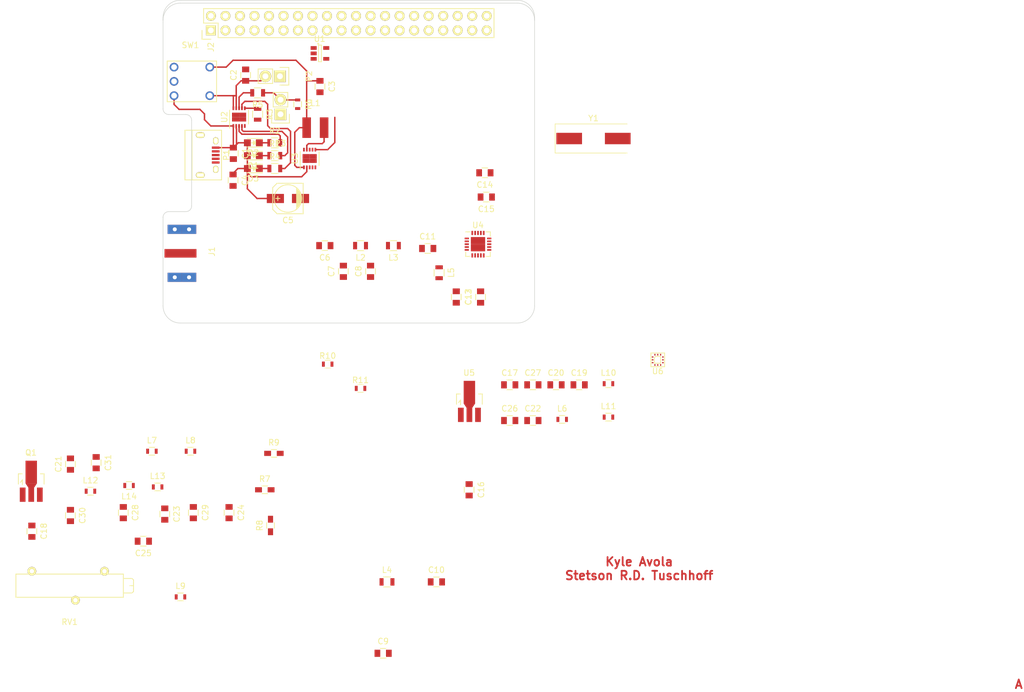
<source format=kicad_pcb>
(kicad_pcb (version 4) (host pcbnew 4.0.5)

  (general
    (links 144)
    (no_connects 118)
    (area 118.899999 73.249999 184.000001 129.850001)
    (thickness 1.6)
    (drawings 25)
    (tracks 101)
    (zones 0)
    (modules 78)
    (nets 108)
  )

  (page A4)
  (layers
    (0 F.Cu signal)
    (31 B.Cu signal)
    (32 B.Adhes user)
    (33 F.Adhes user)
    (34 B.Paste user)
    (35 F.Paste user)
    (36 B.SilkS user)
    (37 F.SilkS user)
    (38 B.Mask user)
    (39 F.Mask user)
    (40 Dwgs.User user)
    (41 Cmts.User user)
    (42 Eco1.User user)
    (43 Eco2.User user)
    (44 Edge.Cuts user)
    (45 Margin user)
    (46 B.CrtYd user)
    (47 F.CrtYd user)
    (48 B.Fab user)
    (49 F.Fab user)
  )

  (setup
    (last_trace_width 0.25)
    (user_trace_width 0.01)
    (user_trace_width 0.02)
    (user_trace_width 0.05)
    (user_trace_width 0.1)
    (user_trace_width 0.2)
    (trace_clearance 0.2)
    (zone_clearance 0.508)
    (zone_45_only no)
    (trace_min 0.01)
    (segment_width 0.2)
    (edge_width 0.1)
    (via_size 0.6)
    (via_drill 0.4)
    (via_min_size 0.4)
    (via_min_drill 0.3)
    (uvia_size 0.3)
    (uvia_drill 0.1)
    (uvias_allowed no)
    (uvia_min_size 0.2)
    (uvia_min_drill 0.1)
    (pcb_text_width 0.3)
    (pcb_text_size 1.5 1.5)
    (mod_edge_width 0.15)
    (mod_text_size 1 1)
    (mod_text_width 0.15)
    (pad_size 2.75 2.75)
    (pad_drill 2.75)
    (pad_to_mask_clearance 0)
    (aux_axis_origin 0 0)
    (visible_elements 7FFEFFFF)
    (pcbplotparams
      (layerselection 0x00030_80000001)
      (usegerberextensions false)
      (excludeedgelayer true)
      (linewidth 0.100000)
      (plotframeref false)
      (viasonmask false)
      (mode 1)
      (useauxorigin false)
      (hpglpennumber 1)
      (hpglpenspeed 20)
      (hpglpendiameter 15)
      (hpglpenoverlay 2)
      (psnegative false)
      (psa4output false)
      (plotreference true)
      (plotvalue true)
      (plotinvisibletext false)
      (padsonsilk false)
      (subtractmaskfromsilk false)
      (outputformat 1)
      (mirror false)
      (drillshape 0)
      (scaleselection 1)
      (outputdirectory meta/))
  )

  (net 0 "")
  (net 1 5VU)
  (net 2 GND)
  (net 3 VBP_SW)
  (net 4 VBAT)
  (net 5 "Net-(C6-Pad1)")
  (net 6 TXO)
  (net 7 "Net-(C8-Pad1)")
  (net 8 "Net-(C9-Pad1)")
  (net 9 RXI)
  (net 10 "Net-(C10-Pad2)")
  (net 11 "Net-(C11-Pad1)")
  (net 12 "Net-(C11-Pad2)")
  (net 13 +3V3)
  (net 14 "Net-(C14-Pad2)")
  (net 15 "Net-(C15-Pad2)")
  (net 16 "Net-(C16-Pad1)")
  (net 17 "Net-(C19-Pad1)")
  (net 18 "Net-(C19-Pad2)")
  (net 19 "Net-(C20-Pad1)")
  (net 20 "Net-(C23-Pad1)")
  (net 21 "Net-(C24-Pad1)")
  (net 22 "Net-(C25-Pad1)")
  (net 23 "Net-(C26-Pad1)")
  (net 24 "Net-(C27-Pad1)")
  (net 25 "Net-(C28-Pad1)")
  (net 26 "Net-(C29-Pad1)")
  (net 27 "Net-(C30-Pad1)")
  (net 28 TX_PWR)
  (net 29 "Net-(D1-Pad1)")
  (net 30 "Net-(D2-Pad1)")
  (net 31 "Net-(D3-Pad1)")
  (net 32 "Net-(J1-Pad1)")
  (net 33 "Net-(L1-Pad1)")
  (net 34 "Net-(L8-Pad2)")
  (net 35 "Net-(L9-Pad1)")
  (net 36 "Net-(P3-Pad2)")
  (net 37 "Net-(Q1-Pad1)")
  (net 38 "Net-(R1-Pad2)")
  (net 39 "Net-(R2-Pad2)")
  (net 40 "Net-(R3-Pad1)")
  (net 41 "Net-(R4-Pad2)")
  (net 42 "Net-(R5-Pad2)")
  (net 43 SEL_2)
  (net 44 SDA)
  (net 45 SCL)
  (net 46 "Net-(J2-Pad7)")
  (net 47 "Net-(J2-Pad8)")
  (net 48 "Net-(J2-Pad10)")
  (net 49 "Net-(J2-Pad11)")
  (net 50 "Net-(J2-Pad12)")
  (net 51 "Net-(J2-Pad13)")
  (net 52 "Net-(J2-Pad15)")
  (net 53 "Net-(J2-Pad16)")
  (net 54 "Net-(J2-Pad18)")
  (net 55 SDI)
  (net 56 SDO)
  (net 57 "Net-(J2-Pad22)")
  (net 58 SCLK)
  (net 59 nSEL)
  (net 60 "Net-(J2-Pad26)")
  (net 61 "Net-(J2-Pad27)")
  (net 62 "Net-(J2-Pad28)")
  (net 63 "Net-(J2-Pad29)")
  (net 64 "Net-(J2-Pad31)")
  (net 65 "Net-(J2-Pad32)")
  (net 66 "Net-(J2-Pad33)")
  (net 67 SHDN)
  (net 68 "Net-(J2-Pad36)")
  (net 69 nIRQ)
  (net 70 "Net-(J2-Pad38)")
  (net 71 "Net-(J2-Pad40)")
  (net 72 "Net-(P1-Pad2)")
  (net 73 "Net-(P1-Pad3)")
  (net 74 "Net-(P1-Pad4)")
  (net 75 "Net-(R10-Pad2)")
  (net 76 VOL)
  (net 77 "Net-(J2-Pad1)")
  (net 78 "Net-(J2-Pad2)")
  (net 79 "Net-(J2-Pad3)")
  (net 80 "Net-(J2-Pad4)")
  (net 81 "Net-(J2-Pad5)")
  (net 82 "Net-(J2-Pad6)")
  (net 83 "Net-(J2-Pad9)")
  (net 84 "Net-(J2-Pad14)")
  (net 85 "Net-(J2-Pad17)")
  (net 86 "Net-(J2-Pad19)")
  (net 87 "Net-(J2-Pad20)")
  (net 88 "Net-(J2-Pad21)")
  (net 89 "Net-(J2-Pad23)")
  (net 90 "Net-(J2-Pad24)")
  (net 91 "Net-(J2-Pad25)")
  (net 92 "Net-(J2-Pad30)")
  (net 93 "Net-(J2-Pad34)")
  (net 94 "Net-(J2-Pad35)")
  (net 95 "Net-(J2-Pad37)")
  (net 96 "Net-(J2-Pad39)")
  (net 97 "Net-(U3-Pad3)")
  (net 98 "Net-(U3-Pad4)")
  (net 99 "Net-(U3-Pad7)")
  (net 100 "Net-(U4-Pad5)")
  (net 101 "Net-(U4-Pad7)")
  (net 102 "Net-(U4-Pad9)")
  (net 103 "Net-(U4-Pad10)")
  (net 104 "Net-(U4-Pad19)")
  (net 105 "Net-(U4-Pad20)")
  (net 106 SEL_1)
  (net 107 "Net-(U6-Pad1)")

  (net_class Default "This is the default net class."
    (clearance 0.2)
    (trace_width 0.25)
    (via_dia 0.6)
    (via_drill 0.4)
    (uvia_dia 0.3)
    (uvia_drill 0.1)
    (add_net +3V3)
    (add_net 5VU)
    (add_net GND)
    (add_net "Net-(C10-Pad2)")
    (add_net "Net-(C11-Pad1)")
    (add_net "Net-(C11-Pad2)")
    (add_net "Net-(C14-Pad2)")
    (add_net "Net-(C15-Pad2)")
    (add_net "Net-(C16-Pad1)")
    (add_net "Net-(C19-Pad1)")
    (add_net "Net-(C19-Pad2)")
    (add_net "Net-(C20-Pad1)")
    (add_net "Net-(C23-Pad1)")
    (add_net "Net-(C24-Pad1)")
    (add_net "Net-(C25-Pad1)")
    (add_net "Net-(C26-Pad1)")
    (add_net "Net-(C27-Pad1)")
    (add_net "Net-(C28-Pad1)")
    (add_net "Net-(C29-Pad1)")
    (add_net "Net-(C30-Pad1)")
    (add_net "Net-(C6-Pad1)")
    (add_net "Net-(C8-Pad1)")
    (add_net "Net-(C9-Pad1)")
    (add_net "Net-(D1-Pad1)")
    (add_net "Net-(D2-Pad1)")
    (add_net "Net-(D3-Pad1)")
    (add_net "Net-(J1-Pad1)")
    (add_net "Net-(J2-Pad1)")
    (add_net "Net-(J2-Pad10)")
    (add_net "Net-(J2-Pad11)")
    (add_net "Net-(J2-Pad12)")
    (add_net "Net-(J2-Pad13)")
    (add_net "Net-(J2-Pad14)")
    (add_net "Net-(J2-Pad15)")
    (add_net "Net-(J2-Pad16)")
    (add_net "Net-(J2-Pad17)")
    (add_net "Net-(J2-Pad18)")
    (add_net "Net-(J2-Pad19)")
    (add_net "Net-(J2-Pad2)")
    (add_net "Net-(J2-Pad20)")
    (add_net "Net-(J2-Pad21)")
    (add_net "Net-(J2-Pad22)")
    (add_net "Net-(J2-Pad23)")
    (add_net "Net-(J2-Pad24)")
    (add_net "Net-(J2-Pad25)")
    (add_net "Net-(J2-Pad26)")
    (add_net "Net-(J2-Pad27)")
    (add_net "Net-(J2-Pad28)")
    (add_net "Net-(J2-Pad29)")
    (add_net "Net-(J2-Pad3)")
    (add_net "Net-(J2-Pad30)")
    (add_net "Net-(J2-Pad31)")
    (add_net "Net-(J2-Pad32)")
    (add_net "Net-(J2-Pad33)")
    (add_net "Net-(J2-Pad34)")
    (add_net "Net-(J2-Pad35)")
    (add_net "Net-(J2-Pad36)")
    (add_net "Net-(J2-Pad37)")
    (add_net "Net-(J2-Pad38)")
    (add_net "Net-(J2-Pad39)")
    (add_net "Net-(J2-Pad4)")
    (add_net "Net-(J2-Pad40)")
    (add_net "Net-(J2-Pad5)")
    (add_net "Net-(J2-Pad6)")
    (add_net "Net-(J2-Pad7)")
    (add_net "Net-(J2-Pad8)")
    (add_net "Net-(J2-Pad9)")
    (add_net "Net-(L1-Pad1)")
    (add_net "Net-(L8-Pad2)")
    (add_net "Net-(L9-Pad1)")
    (add_net "Net-(P1-Pad2)")
    (add_net "Net-(P1-Pad3)")
    (add_net "Net-(P1-Pad4)")
    (add_net "Net-(P3-Pad2)")
    (add_net "Net-(Q1-Pad1)")
    (add_net "Net-(R1-Pad2)")
    (add_net "Net-(R10-Pad2)")
    (add_net "Net-(R2-Pad2)")
    (add_net "Net-(R3-Pad1)")
    (add_net "Net-(R4-Pad2)")
    (add_net "Net-(R5-Pad2)")
    (add_net "Net-(U3-Pad3)")
    (add_net "Net-(U3-Pad4)")
    (add_net "Net-(U3-Pad7)")
    (add_net "Net-(U4-Pad10)")
    (add_net "Net-(U4-Pad19)")
    (add_net "Net-(U4-Pad20)")
    (add_net "Net-(U4-Pad5)")
    (add_net "Net-(U4-Pad7)")
    (add_net "Net-(U4-Pad9)")
    (add_net "Net-(U6-Pad1)")
    (add_net RXI)
    (add_net SCL)
    (add_net SCLK)
    (add_net SDA)
    (add_net SDI)
    (add_net SDO)
    (add_net SEL_1)
    (add_net SEL_2)
    (add_net SHDN)
    (add_net TXO)
    (add_net TX_PWR)
    (add_net VBAT)
    (add_net VBP_SW)
    (add_net VOL)
    (add_net nIRQ)
    (add_net nSEL)
  )

  (module RPi_Hat:Pin_Header_Straight_2x20 (layer F.Cu) (tedit 551989BF) (tstamp 5516AEA0)
    (at 151.45 77.3 90)
    (descr "Through hole pin header")
    (tags "pin header")
    (path /5515D395/5516AE26)
    (fp_text reference J2 (at -4.191 -24.13 270) (layer F.SilkS)
      (effects (font (size 1 1) (thickness 0.15)))
    )
    (fp_text value RPi_GPIO (at -1.27 -27.23 90) (layer F.Fab)
      (effects (font (size 1 1) (thickness 0.15)))
    )
    (fp_line (start -3.02 -25.88) (end -3.02 25.92) (layer F.CrtYd) (width 0.05))
    (fp_line (start 3.03 -25.88) (end 3.03 25.92) (layer F.CrtYd) (width 0.05))
    (fp_line (start -3.02 -25.88) (end 3.03 -25.88) (layer F.CrtYd) (width 0.05))
    (fp_line (start -3.02 25.92) (end 3.03 25.92) (layer F.CrtYd) (width 0.05))
    (fp_line (start 2.54 25.4) (end 2.54 -25.4) (layer F.SilkS) (width 0.15))
    (fp_line (start -2.54 -22.86) (end -2.54 25.4) (layer F.SilkS) (width 0.15))
    (fp_line (start 2.54 25.4) (end -2.54 25.4) (layer F.SilkS) (width 0.15))
    (fp_line (start 2.54 -25.4) (end 0 -25.4) (layer F.SilkS) (width 0.15))
    (fp_line (start -1.27 -25.68) (end -2.82 -25.68) (layer F.SilkS) (width 0.15))
    (fp_line (start 0 -25.4) (end 0 -22.86) (layer F.SilkS) (width 0.15))
    (fp_line (start 0 -22.86) (end -2.54 -22.86) (layer F.SilkS) (width 0.15))
    (fp_line (start -2.82 -25.68) (end -2.82 -24.13) (layer F.SilkS) (width 0.15))
    (pad 1 thru_hole rect (at -1.27 -24.13 90) (size 1.7272 1.7272) (drill 1.016) (layers *.Cu *.Mask F.SilkS)
      (net 77 "Net-(J2-Pad1)"))
    (pad 2 thru_hole oval (at 1.27 -24.13 90) (size 1.7272 1.7272) (drill 1.016) (layers *.Cu *.Mask F.SilkS)
      (net 78 "Net-(J2-Pad2)"))
    (pad 3 thru_hole oval (at -1.27 -21.59 90) (size 1.7272 1.7272) (drill 1.016) (layers *.Cu *.Mask F.SilkS)
      (net 79 "Net-(J2-Pad3)"))
    (pad 4 thru_hole oval (at 1.27 -21.59 90) (size 1.7272 1.7272) (drill 1.016) (layers *.Cu *.Mask F.SilkS)
      (net 80 "Net-(J2-Pad4)"))
    (pad 5 thru_hole oval (at -1.27 -19.05 90) (size 1.7272 1.7272) (drill 1.016) (layers *.Cu *.Mask F.SilkS)
      (net 81 "Net-(J2-Pad5)"))
    (pad 6 thru_hole oval (at 1.27 -19.05 90) (size 1.7272 1.7272) (drill 1.016) (layers *.Cu *.Mask F.SilkS)
      (net 82 "Net-(J2-Pad6)"))
    (pad 7 thru_hole oval (at -1.27 -16.51 90) (size 1.7272 1.7272) (drill 1.016) (layers *.Cu *.Mask F.SilkS)
      (net 46 "Net-(J2-Pad7)"))
    (pad 8 thru_hole oval (at 1.27 -16.51 90) (size 1.7272 1.7272) (drill 1.016) (layers *.Cu *.Mask F.SilkS)
      (net 47 "Net-(J2-Pad8)"))
    (pad 9 thru_hole oval (at -1.27 -13.97 90) (size 1.7272 1.7272) (drill 1.016) (layers *.Cu *.Mask F.SilkS)
      (net 83 "Net-(J2-Pad9)"))
    (pad 10 thru_hole oval (at 1.27 -13.97 90) (size 1.7272 1.7272) (drill 1.016) (layers *.Cu *.Mask F.SilkS)
      (net 48 "Net-(J2-Pad10)"))
    (pad 11 thru_hole oval (at -1.27 -11.43 90) (size 1.7272 1.7272) (drill 1.016) (layers *.Cu *.Mask F.SilkS)
      (net 49 "Net-(J2-Pad11)"))
    (pad 12 thru_hole oval (at 1.27 -11.43 90) (size 1.7272 1.7272) (drill 1.016) (layers *.Cu *.Mask F.SilkS)
      (net 50 "Net-(J2-Pad12)"))
    (pad 13 thru_hole oval (at -1.27 -8.89 90) (size 1.7272 1.7272) (drill 1.016) (layers *.Cu *.Mask F.SilkS)
      (net 51 "Net-(J2-Pad13)"))
    (pad 14 thru_hole oval (at 1.27 -8.89 90) (size 1.7272 1.7272) (drill 1.016) (layers *.Cu *.Mask F.SilkS)
      (net 84 "Net-(J2-Pad14)"))
    (pad 15 thru_hole oval (at -1.27 -6.35 90) (size 1.7272 1.7272) (drill 1.016) (layers *.Cu *.Mask F.SilkS)
      (net 52 "Net-(J2-Pad15)"))
    (pad 16 thru_hole oval (at 1.27 -6.35 90) (size 1.7272 1.7272) (drill 1.016) (layers *.Cu *.Mask F.SilkS)
      (net 53 "Net-(J2-Pad16)"))
    (pad 17 thru_hole oval (at -1.27 -3.81 90) (size 1.7272 1.7272) (drill 1.016) (layers *.Cu *.Mask F.SilkS)
      (net 85 "Net-(J2-Pad17)"))
    (pad 18 thru_hole oval (at 1.27 -3.81 90) (size 1.7272 1.7272) (drill 1.016) (layers *.Cu *.Mask F.SilkS)
      (net 54 "Net-(J2-Pad18)"))
    (pad 19 thru_hole oval (at -1.27 -1.27 90) (size 1.7272 1.7272) (drill 1.016) (layers *.Cu *.Mask F.SilkS)
      (net 86 "Net-(J2-Pad19)"))
    (pad 20 thru_hole oval (at 1.27 -1.27 90) (size 1.7272 1.7272) (drill 1.016) (layers *.Cu *.Mask F.SilkS)
      (net 87 "Net-(J2-Pad20)"))
    (pad 21 thru_hole oval (at -1.27 1.27 90) (size 1.7272 1.7272) (drill 1.016) (layers *.Cu *.Mask F.SilkS)
      (net 88 "Net-(J2-Pad21)"))
    (pad 22 thru_hole oval (at 1.27 1.27 90) (size 1.7272 1.7272) (drill 1.016) (layers *.Cu *.Mask F.SilkS)
      (net 57 "Net-(J2-Pad22)"))
    (pad 23 thru_hole oval (at -1.27 3.81 90) (size 1.7272 1.7272) (drill 1.016) (layers *.Cu *.Mask F.SilkS)
      (net 89 "Net-(J2-Pad23)"))
    (pad 24 thru_hole oval (at 1.27 3.81 90) (size 1.7272 1.7272) (drill 1.016) (layers *.Cu *.Mask F.SilkS)
      (net 90 "Net-(J2-Pad24)"))
    (pad 25 thru_hole oval (at -1.27 6.35 90) (size 1.7272 1.7272) (drill 1.016) (layers *.Cu *.Mask F.SilkS)
      (net 91 "Net-(J2-Pad25)"))
    (pad 26 thru_hole oval (at 1.27 6.35 90) (size 1.7272 1.7272) (drill 1.016) (layers *.Cu *.Mask F.SilkS)
      (net 60 "Net-(J2-Pad26)"))
    (pad 27 thru_hole oval (at -1.27 8.89 90) (size 1.7272 1.7272) (drill 1.016) (layers *.Cu *.Mask F.SilkS)
      (net 61 "Net-(J2-Pad27)"))
    (pad 28 thru_hole oval (at 1.27 8.89 90) (size 1.7272 1.7272) (drill 1.016) (layers *.Cu *.Mask F.SilkS)
      (net 62 "Net-(J2-Pad28)"))
    (pad 29 thru_hole oval (at -1.27 11.43 90) (size 1.7272 1.7272) (drill 1.016) (layers *.Cu *.Mask F.SilkS)
      (net 63 "Net-(J2-Pad29)"))
    (pad 30 thru_hole oval (at 1.27 11.43 90) (size 1.7272 1.7272) (drill 1.016) (layers *.Cu *.Mask F.SilkS)
      (net 92 "Net-(J2-Pad30)"))
    (pad 31 thru_hole oval (at -1.27 13.97 90) (size 1.7272 1.7272) (drill 1.016) (layers *.Cu *.Mask F.SilkS)
      (net 64 "Net-(J2-Pad31)"))
    (pad 32 thru_hole oval (at 1.27 13.97 90) (size 1.7272 1.7272) (drill 1.016) (layers *.Cu *.Mask F.SilkS)
      (net 65 "Net-(J2-Pad32)"))
    (pad 33 thru_hole oval (at -1.27 16.51 90) (size 1.7272 1.7272) (drill 1.016) (layers *.Cu *.Mask F.SilkS)
      (net 66 "Net-(J2-Pad33)"))
    (pad 34 thru_hole oval (at 1.27 16.51 90) (size 1.7272 1.7272) (drill 1.016) (layers *.Cu *.Mask F.SilkS)
      (net 93 "Net-(J2-Pad34)"))
    (pad 35 thru_hole oval (at -1.27 19.05 90) (size 1.7272 1.7272) (drill 1.016) (layers *.Cu *.Mask F.SilkS)
      (net 94 "Net-(J2-Pad35)"))
    (pad 36 thru_hole oval (at 1.27 19.05 90) (size 1.7272 1.7272) (drill 1.016) (layers *.Cu *.Mask F.SilkS)
      (net 68 "Net-(J2-Pad36)"))
    (pad 37 thru_hole oval (at -1.27 21.59 90) (size 1.7272 1.7272) (drill 1.016) (layers *.Cu *.Mask F.SilkS)
      (net 95 "Net-(J2-Pad37)"))
    (pad 38 thru_hole oval (at 1.27 21.59 90) (size 1.7272 1.7272) (drill 1.016) (layers *.Cu *.Mask F.SilkS)
      (net 70 "Net-(J2-Pad38)"))
    (pad 39 thru_hole oval (at -1.27 24.13 90) (size 1.7272 1.7272) (drill 1.016) (layers *.Cu *.Mask F.SilkS)
      (net 96 "Net-(J2-Pad39)"))
    (pad 40 thru_hole oval (at 1.27 24.13 90) (size 1.7272 1.7272) (drill 1.016) (layers *.Cu *.Mask F.SilkS)
      (net 71 "Net-(J2-Pad40)"))
    (model Pin_Headers.3dshapes/Pin_Header_Straight_2x20.wrl
      (at (xyz 0 0 0))
      (scale (xyz 1 1 1))
      (rotate (xyz 0 0 90))
    )
  )

  (module RPi_Hat:RPi_Hat_Mounting_Hole locked (layer F.Cu) (tedit 55217C7B) (tstamp 5515DEA9)
    (at 180.45 77.3)
    (descr "Mounting hole, Befestigungsbohrung, 2,7mm, No Annular, Kein Restring,")
    (tags "Mounting hole, Befestigungsbohrung, 2,7mm, No Annular, Kein Restring,")
    (fp_text reference "" (at 0 -4.0005) (layer F.SilkS) hide
      (effects (font (size 1 1) (thickness 0.15)))
    )
    (fp_text value "" (at 0.09906 3.59918) (layer F.Fab) hide
      (effects (font (size 1 1) (thickness 0.15)))
    )
    (fp_circle (center 0 0) (end 1.375 0) (layer F.Fab) (width 0.15))
    (fp_circle (center 0 0) (end 3.1 0) (layer F.Fab) (width 0.15))
    (fp_circle (center 0 0) (end 3.1 0) (layer B.Fab) (width 0.15))
    (fp_circle (center 0 0) (end 1.375 0) (layer B.Fab) (width 0.15))
    (fp_circle (center 0 0) (end 3.1 0) (layer F.CrtYd) (width 0.15))
    (fp_circle (center 0 0) (end 3.1 0) (layer B.CrtYd) (width 0.15))
    (pad "" np_thru_hole circle (at 0 0) (size 2.75 2.75) (drill 2.75) (layers *.Cu *.Mask)
      (solder_mask_margin 1.725) (clearance 1.725))
  )

  (module RPi_Hat:RPi_Hat_Mounting_Hole locked (layer F.Cu) (tedit 55217CCB) (tstamp 55169DC9)
    (at 180.45 126.3)
    (descr "Mounting hole, Befestigungsbohrung, 2,7mm, No Annular, Kein Restring,")
    (tags "Mounting hole, Befestigungsbohrung, 2,7mm, No Annular, Kein Restring,")
    (fp_text reference "" (at 0 -4.0005) (layer F.SilkS) hide
      (effects (font (size 1 1) (thickness 0.15)))
    )
    (fp_text value "" (at 0.09906 3.59918) (layer F.Fab) hide
      (effects (font (size 1 1) (thickness 0.15)))
    )
    (fp_circle (center 0 0) (end 1.375 0) (layer F.Fab) (width 0.15))
    (fp_circle (center 0 0) (end 3.1 0) (layer F.Fab) (width 0.15))
    (fp_circle (center 0 0) (end 3.1 0) (layer B.Fab) (width 0.15))
    (fp_circle (center 0 0) (end 1.375 0) (layer B.Fab) (width 0.15))
    (fp_circle (center 0 0) (end 3.1 0) (layer F.CrtYd) (width 0.15))
    (fp_circle (center 0 0) (end 3.1 0) (layer B.CrtYd) (width 0.15))
    (pad "" np_thru_hole circle (at 0 0) (size 2.75 2.75) (drill 2.75) (layers *.Cu *.Mask)
      (solder_mask_margin 1.725) (clearance 1.725))
  )

  (module RPi_Hat:RPi_Hat_Mounting_Hole locked (layer F.Cu) (tedit 55217CB9) (tstamp 5515DECC)
    (at 122.45 126.3)
    (descr "Mounting hole, Befestigungsbohrung, 2,7mm, No Annular, Kein Restring,")
    (tags "Mounting hole, Befestigungsbohrung, 2,7mm, No Annular, Kein Restring,")
    (fp_text reference "" (at 0 -4.0005) (layer F.SilkS) hide
      (effects (font (size 1 1) (thickness 0.15)))
    )
    (fp_text value "" (at 0.09906 3.59918) (layer F.Fab) hide
      (effects (font (size 1 1) (thickness 0.15)))
    )
    (fp_circle (center 0 0) (end 1.375 0) (layer F.Fab) (width 0.15))
    (fp_circle (center 0 0) (end 3.1 0) (layer F.Fab) (width 0.15))
    (fp_circle (center 0 0) (end 3.1 0) (layer B.Fab) (width 0.15))
    (fp_circle (center 0 0) (end 1.375 0) (layer B.Fab) (width 0.15))
    (fp_circle (center 0 0) (end 3.1 0) (layer F.CrtYd) (width 0.15))
    (fp_circle (center 0 0) (end 3.1 0) (layer B.CrtYd) (width 0.15))
    (pad "" np_thru_hole circle (at 0 0) (size 2.75 2.75) (drill 2.75) (layers *.Cu *.Mask)
      (solder_mask_margin 1.725) (clearance 1.725))
  )

  (module RPi_Hat:RPi_Hat_Mounting_Hole locked (layer F.Cu) (tedit 55217CA2) (tstamp 5515DEBF)
    (at 122.45 77.3)
    (descr "Mounting hole, Befestigungsbohrung, 2,7mm, No Annular, Kein Restring,")
    (tags "Mounting hole, Befestigungsbohrung, 2,7mm, No Annular, Kein Restring,")
    (fp_text reference "" (at 0 -4.0005) (layer F.SilkS) hide
      (effects (font (size 1 1) (thickness 0.15)))
    )
    (fp_text value "" (at 0.09906 3.59918) (layer F.Fab) hide
      (effects (font (size 1 1) (thickness 0.15)))
    )
    (fp_circle (center 0 0) (end 1.375 0) (layer F.Fab) (width 0.15))
    (fp_circle (center 0 0) (end 3.1 0) (layer F.Fab) (width 0.15))
    (fp_circle (center 0 0) (end 3.1 0) (layer B.Fab) (width 0.15))
    (fp_circle (center 0 0) (end 1.375 0) (layer B.Fab) (width 0.15))
    (fp_circle (center 0 0) (end 3.1 0) (layer F.CrtYd) (width 0.15))
    (fp_circle (center 0 0) (end 3.1 0) (layer B.CrtYd) (width 0.15))
    (pad "" np_thru_hole circle (at 0 0) (size 2.75 2.75) (drill 2.75) (layers *.Cu *.Mask)
      (solder_mask_margin 1.725) (clearance 1.725))
  )

  (module Capacitors_SMD:C_0805 (layer F.Cu) (tedit 5415D6EA) (tstamp 58F138B1)
    (at 131.25 100.1 270)
    (descr "Capacitor SMD 0805, reflow soldering, AVX (see smccp.pdf)")
    (tags "capacitor 0805")
    (path /58E9654B/58E977AD)
    (attr smd)
    (fp_text reference C1 (at 0 -2.1 270) (layer F.SilkS)
      (effects (font (size 1 1) (thickness 0.15)))
    )
    (fp_text value 10uF (at 0 2.1 270) (layer F.Fab)
      (effects (font (size 1 1) (thickness 0.15)))
    )
    (fp_line (start -1.8 -1) (end 1.8 -1) (layer F.CrtYd) (width 0.05))
    (fp_line (start -1.8 1) (end 1.8 1) (layer F.CrtYd) (width 0.05))
    (fp_line (start -1.8 -1) (end -1.8 1) (layer F.CrtYd) (width 0.05))
    (fp_line (start 1.8 -1) (end 1.8 1) (layer F.CrtYd) (width 0.05))
    (fp_line (start 0.5 -0.85) (end -0.5 -0.85) (layer F.SilkS) (width 0.15))
    (fp_line (start -0.5 0.85) (end 0.5 0.85) (layer F.SilkS) (width 0.15))
    (pad 1 smd rect (at -1 0 270) (size 1 1.25) (layers F.Cu F.Paste F.Mask)
      (net 1 5VU))
    (pad 2 smd rect (at 1 0 270) (size 1 1.25) (layers F.Cu F.Paste F.Mask)
      (net 2 GND))
    (model Capacitors_SMD.3dshapes/C_0805.wrl
      (at (xyz 0 0 0))
      (scale (xyz 1 1 1))
      (rotate (xyz 0 0 0))
    )
  )

  (module Capacitors_SMD:C_0805 (layer F.Cu) (tedit 5415D6EA) (tstamp 58F138B7)
    (at 133.4 86.4 90)
    (descr "Capacitor SMD 0805, reflow soldering, AVX (see smccp.pdf)")
    (tags "capacitor 0805")
    (path /58E9654B/58E977C1)
    (attr smd)
    (fp_text reference C2 (at 0 -2.1 90) (layer F.SilkS)
      (effects (font (size 1 1) (thickness 0.15)))
    )
    (fp_text value 10uF (at 0 2.1 90) (layer F.Fab)
      (effects (font (size 1 1) (thickness 0.15)))
    )
    (fp_line (start -1.8 -1) (end 1.8 -1) (layer F.CrtYd) (width 0.05))
    (fp_line (start -1.8 1) (end 1.8 1) (layer F.CrtYd) (width 0.05))
    (fp_line (start -1.8 -1) (end -1.8 1) (layer F.CrtYd) (width 0.05))
    (fp_line (start 1.8 -1) (end 1.8 1) (layer F.CrtYd) (width 0.05))
    (fp_line (start 0.5 -0.85) (end -0.5 -0.85) (layer F.SilkS) (width 0.15))
    (fp_line (start -0.5 0.85) (end 0.5 0.85) (layer F.SilkS) (width 0.15))
    (pad 1 smd rect (at -1 0 90) (size 1 1.25) (layers F.Cu F.Paste F.Mask)
      (net 3 VBP_SW))
    (pad 2 smd rect (at 1 0 90) (size 1 1.25) (layers F.Cu F.Paste F.Mask)
      (net 2 GND))
    (model Capacitors_SMD.3dshapes/C_0805.wrl
      (at (xyz 0 0 0))
      (scale (xyz 1 1 1))
      (rotate (xyz 0 0 0))
    )
  )

  (module Capacitors_SMD:C_0805 (layer F.Cu) (tedit 5415D6EA) (tstamp 58F138BD)
    (at 146.4 88.4 270)
    (descr "Capacitor SMD 0805, reflow soldering, AVX (see smccp.pdf)")
    (tags "capacitor 0805")
    (path /58E9654B/58E977C7)
    (attr smd)
    (fp_text reference C3 (at 0 -2.1 270) (layer F.SilkS)
      (effects (font (size 1 1) (thickness 0.15)))
    )
    (fp_text value 10uF (at 0 2.1 270) (layer F.Fab)
      (effects (font (size 1 1) (thickness 0.15)))
    )
    (fp_line (start -1.8 -1) (end 1.8 -1) (layer F.CrtYd) (width 0.05))
    (fp_line (start -1.8 1) (end 1.8 1) (layer F.CrtYd) (width 0.05))
    (fp_line (start -1.8 -1) (end -1.8 1) (layer F.CrtYd) (width 0.05))
    (fp_line (start 1.8 -1) (end 1.8 1) (layer F.CrtYd) (width 0.05))
    (fp_line (start 0.5 -0.85) (end -0.5 -0.85) (layer F.SilkS) (width 0.15))
    (fp_line (start -0.5 0.85) (end 0.5 0.85) (layer F.SilkS) (width 0.15))
    (pad 1 smd rect (at -1 0 270) (size 1 1.25) (layers F.Cu F.Paste F.Mask)
      (net 4 VBAT))
    (pad 2 smd rect (at 1 0 270) (size 1 1.25) (layers F.Cu F.Paste F.Mask)
      (net 2 GND))
    (model Capacitors_SMD.3dshapes/C_0805.wrl
      (at (xyz 0 0 0))
      (scale (xyz 1 1 1))
      (rotate (xyz 0 0 0))
    )
  )

  (module Capacitors_SMD:C_0805 (layer F.Cu) (tedit 5415D6EA) (tstamp 58F138C3)
    (at 131.2 104.8 270)
    (descr "Capacitor SMD 0805, reflow soldering, AVX (see smccp.pdf)")
    (tags "capacitor 0805")
    (path /58E9654B/58E977D1)
    (attr smd)
    (fp_text reference C4 (at 0 -2.1 270) (layer F.SilkS)
      (effects (font (size 1 1) (thickness 0.15)))
    )
    (fp_text value 10uF (at 0 2.1 270) (layer F.Fab)
      (effects (font (size 1 1) (thickness 0.15)))
    )
    (fp_line (start -1.8 -1) (end 1.8 -1) (layer F.CrtYd) (width 0.05))
    (fp_line (start -1.8 1) (end 1.8 1) (layer F.CrtYd) (width 0.05))
    (fp_line (start -1.8 -1) (end -1.8 1) (layer F.CrtYd) (width 0.05))
    (fp_line (start 1.8 -1) (end 1.8 1) (layer F.CrtYd) (width 0.05))
    (fp_line (start 0.5 -0.85) (end -0.5 -0.85) (layer F.SilkS) (width 0.15))
    (fp_line (start -0.5 0.85) (end 0.5 0.85) (layer F.SilkS) (width 0.15))
    (pad 1 smd rect (at -1 0 270) (size 1 1.25) (layers F.Cu F.Paste F.Mask)
      (net 1 5VU))
    (pad 2 smd rect (at 1 0 270) (size 1 1.25) (layers F.Cu F.Paste F.Mask)
      (net 2 GND))
    (model Capacitors_SMD.3dshapes/C_0805.wrl
      (at (xyz 0 0 0))
      (scale (xyz 1 1 1))
      (rotate (xyz 0 0 0))
    )
  )

  (module Capacitors_SMD:c_elec_5x5.3 (layer F.Cu) (tedit 55725CA0) (tstamp 58F138C9)
    (at 140.8 108 180)
    (descr "SMT capacitor, aluminium electrolytic, 5x5.3")
    (path /58E9654B/58E977D2)
    (attr smd)
    (fp_text reference C5 (at 0 -3.81 180) (layer F.SilkS)
      (effects (font (size 1 1) (thickness 0.15)))
    )
    (fp_text value 47uF (at 0 3.81 180) (layer F.Fab)
      (effects (font (size 1 1) (thickness 0.15)))
    )
    (fp_line (start -3.95 -3) (end 3.95 -3) (layer F.CrtYd) (width 0.05))
    (fp_line (start 3.95 -3) (end 3.95 3) (layer F.CrtYd) (width 0.05))
    (fp_line (start 3.95 3) (end -3.95 3) (layer F.CrtYd) (width 0.05))
    (fp_line (start -3.95 3) (end -3.95 -3) (layer F.CrtYd) (width 0.05))
    (fp_line (start -2.286 -0.635) (end -2.286 0.762) (layer F.SilkS) (width 0.15))
    (fp_line (start -2.159 -0.889) (end -2.159 0.889) (layer F.SilkS) (width 0.15))
    (fp_line (start -2.032 -1.27) (end -2.032 1.27) (layer F.SilkS) (width 0.15))
    (fp_line (start -1.905 1.397) (end -1.905 -1.397) (layer F.SilkS) (width 0.15))
    (fp_line (start -1.778 -1.524) (end -1.778 1.524) (layer F.SilkS) (width 0.15))
    (fp_line (start -1.651 1.651) (end -1.651 -1.651) (layer F.SilkS) (width 0.15))
    (fp_line (start -1.524 -1.778) (end -1.524 1.778) (layer F.SilkS) (width 0.15))
    (fp_line (start -2.667 -2.667) (end 1.905 -2.667) (layer F.SilkS) (width 0.15))
    (fp_line (start 1.905 -2.667) (end 2.667 -1.905) (layer F.SilkS) (width 0.15))
    (fp_line (start 2.667 -1.905) (end 2.667 1.905) (layer F.SilkS) (width 0.15))
    (fp_line (start 2.667 1.905) (end 1.905 2.667) (layer F.SilkS) (width 0.15))
    (fp_line (start 1.905 2.667) (end -2.667 2.667) (layer F.SilkS) (width 0.15))
    (fp_line (start -2.667 2.667) (end -2.667 -2.667) (layer F.SilkS) (width 0.15))
    (fp_line (start 2.159 0) (end 1.397 0) (layer F.SilkS) (width 0.15))
    (fp_line (start 1.778 -0.381) (end 1.778 0.381) (layer F.SilkS) (width 0.15))
    (fp_circle (center 0 0) (end -2.413 0) (layer F.SilkS) (width 0.15))
    (pad 1 smd rect (at 2.19964 0 180) (size 2.99974 1.6002) (layers F.Cu F.Paste F.Mask)
      (net 1 5VU))
    (pad 2 smd rect (at -2.19964 0 180) (size 2.99974 1.6002) (layers F.Cu F.Paste F.Mask)
      (net 2 GND))
    (model Capacitors_SMD.3dshapes/c_elec_5x5.3.wrl
      (at (xyz 0 0 0))
      (scale (xyz 1 1 1))
      (rotate (xyz 0 0 0))
    )
  )

  (module Capacitors_SMD:C_0805 (layer F.Cu) (tedit 5415D6EA) (tstamp 58F138CF)
    (at 147.25 116.25 180)
    (descr "Capacitor SMD 0805, reflow soldering, AVX (see smccp.pdf)")
    (tags "capacitor 0805")
    (path /58E9654B/58E9BB3A/58E9F306)
    (attr smd)
    (fp_text reference C6 (at 0 -2.1 180) (layer F.SilkS)
      (effects (font (size 1 1) (thickness 0.15)))
    )
    (fp_text value 4.7pF (at 0 2.1 180) (layer F.Fab)
      (effects (font (size 1 1) (thickness 0.15)))
    )
    (fp_line (start -1.8 -1) (end 1.8 -1) (layer F.CrtYd) (width 0.05))
    (fp_line (start -1.8 1) (end 1.8 1) (layer F.CrtYd) (width 0.05))
    (fp_line (start -1.8 -1) (end -1.8 1) (layer F.CrtYd) (width 0.05))
    (fp_line (start 1.8 -1) (end 1.8 1) (layer F.CrtYd) (width 0.05))
    (fp_line (start 0.5 -0.85) (end -0.5 -0.85) (layer F.SilkS) (width 0.15))
    (fp_line (start -0.5 0.85) (end 0.5 0.85) (layer F.SilkS) (width 0.15))
    (pad 1 smd rect (at -1 0 180) (size 1 1.25) (layers F.Cu F.Paste F.Mask)
      (net 5 "Net-(C6-Pad1)"))
    (pad 2 smd rect (at 1 0 180) (size 1 1.25) (layers F.Cu F.Paste F.Mask)
      (net 6 TXO))
    (model Capacitors_SMD.3dshapes/C_0805.wrl
      (at (xyz 0 0 0))
      (scale (xyz 1 1 1))
      (rotate (xyz 0 0 0))
    )
  )

  (module Capacitors_SMD:C_0805 (layer F.Cu) (tedit 5415D6EA) (tstamp 58F138D5)
    (at 150.5 120.75 90)
    (descr "Capacitor SMD 0805, reflow soldering, AVX (see smccp.pdf)")
    (tags "capacitor 0805")
    (path /58E9654B/58E9BB3A/58E9F303)
    (attr smd)
    (fp_text reference C7 (at 0 -2.1 90) (layer F.SilkS)
      (effects (font (size 1 1) (thickness 0.15)))
    )
    (fp_text value 5.1pF (at 0 2.1 90) (layer F.Fab)
      (effects (font (size 1 1) (thickness 0.15)))
    )
    (fp_line (start -1.8 -1) (end 1.8 -1) (layer F.CrtYd) (width 0.05))
    (fp_line (start -1.8 1) (end 1.8 1) (layer F.CrtYd) (width 0.05))
    (fp_line (start -1.8 -1) (end -1.8 1) (layer F.CrtYd) (width 0.05))
    (fp_line (start 1.8 -1) (end 1.8 1) (layer F.CrtYd) (width 0.05))
    (fp_line (start 0.5 -0.85) (end -0.5 -0.85) (layer F.SilkS) (width 0.15))
    (fp_line (start -0.5 0.85) (end 0.5 0.85) (layer F.SilkS) (width 0.15))
    (pad 1 smd rect (at -1 0 90) (size 1 1.25) (layers F.Cu F.Paste F.Mask)
      (net 5 "Net-(C6-Pad1)"))
    (pad 2 smd rect (at 1 0 90) (size 1 1.25) (layers F.Cu F.Paste F.Mask)
      (net 2 GND))
    (model Capacitors_SMD.3dshapes/C_0805.wrl
      (at (xyz 0 0 0))
      (scale (xyz 1 1 1))
      (rotate (xyz 0 0 0))
    )
  )

  (module Capacitors_SMD:C_0805 (layer F.Cu) (tedit 5415D6EA) (tstamp 58F138DB)
    (at 155.25 120.75 90)
    (descr "Capacitor SMD 0805, reflow soldering, AVX (see smccp.pdf)")
    (tags "capacitor 0805")
    (path /58E9654B/58E9BB3A/58E9F301)
    (attr smd)
    (fp_text reference C8 (at 0 -2.1 90) (layer F.SilkS)
      (effects (font (size 1 1) (thickness 0.15)))
    )
    (fp_text value 12pF (at 0 2.1 90) (layer F.Fab)
      (effects (font (size 1 1) (thickness 0.15)))
    )
    (fp_line (start -1.8 -1) (end 1.8 -1) (layer F.CrtYd) (width 0.05))
    (fp_line (start -1.8 1) (end 1.8 1) (layer F.CrtYd) (width 0.05))
    (fp_line (start -1.8 -1) (end -1.8 1) (layer F.CrtYd) (width 0.05))
    (fp_line (start 1.8 -1) (end 1.8 1) (layer F.CrtYd) (width 0.05))
    (fp_line (start 0.5 -0.85) (end -0.5 -0.85) (layer F.SilkS) (width 0.15))
    (fp_line (start -0.5 0.85) (end 0.5 0.85) (layer F.SilkS) (width 0.15))
    (pad 1 smd rect (at -1 0 90) (size 1 1.25) (layers F.Cu F.Paste F.Mask)
      (net 7 "Net-(C8-Pad1)"))
    (pad 2 smd rect (at 1 0 90) (size 1 1.25) (layers F.Cu F.Paste F.Mask)
      (net 2 GND))
    (model Capacitors_SMD.3dshapes/C_0805.wrl
      (at (xyz 0 0 0))
      (scale (xyz 1 1 1))
      (rotate (xyz 0 0 0))
    )
  )

  (module Capacitors_SMD:C_0805 (layer F.Cu) (tedit 5415D6EA) (tstamp 58F138E1)
    (at 157.451428 187.625)
    (descr "Capacitor SMD 0805, reflow soldering, AVX (see smccp.pdf)")
    (tags "capacitor 0805")
    (path /58E9654B/58E9BB3A/58E9F309)
    (attr smd)
    (fp_text reference C9 (at 0 -2.1) (layer F.SilkS)
      (effects (font (size 1 1) (thickness 0.15)))
    )
    (fp_text value 4.7pF (at 0 2.1) (layer F.Fab)
      (effects (font (size 1 1) (thickness 0.15)))
    )
    (fp_line (start -1.8 -1) (end 1.8 -1) (layer F.CrtYd) (width 0.05))
    (fp_line (start -1.8 1) (end 1.8 1) (layer F.CrtYd) (width 0.05))
    (fp_line (start -1.8 -1) (end -1.8 1) (layer F.CrtYd) (width 0.05))
    (fp_line (start 1.8 -1) (end 1.8 1) (layer F.CrtYd) (width 0.05))
    (fp_line (start 0.5 -0.85) (end -0.5 -0.85) (layer F.SilkS) (width 0.15))
    (fp_line (start -0.5 0.85) (end 0.5 0.85) (layer F.SilkS) (width 0.15))
    (pad 1 smd rect (at -1 0) (size 1 1.25) (layers F.Cu F.Paste F.Mask)
      (net 8 "Net-(C9-Pad1)"))
    (pad 2 smd rect (at 1 0) (size 1 1.25) (layers F.Cu F.Paste F.Mask)
      (net 9 RXI))
    (model Capacitors_SMD.3dshapes/C_0805.wrl
      (at (xyz 0 0 0))
      (scale (xyz 1 1 1))
      (rotate (xyz 0 0 0))
    )
  )

  (module Capacitors_SMD:C_0805 (layer F.Cu) (tedit 5415D6EA) (tstamp 58F138E7)
    (at 166.771428 175.125)
    (descr "Capacitor SMD 0805, reflow soldering, AVX (see smccp.pdf)")
    (tags "capacitor 0805")
    (path /58E9654B/58E9BB3A/58E9F308)
    (attr smd)
    (fp_text reference C10 (at 0 -2.1) (layer F.SilkS)
      (effects (font (size 1 1) (thickness 0.15)))
    )
    (fp_text value 5.6pF (at 0 2.1) (layer F.Fab)
      (effects (font (size 1 1) (thickness 0.15)))
    )
    (fp_line (start -1.8 -1) (end 1.8 -1) (layer F.CrtYd) (width 0.05))
    (fp_line (start -1.8 1) (end 1.8 1) (layer F.CrtYd) (width 0.05))
    (fp_line (start -1.8 -1) (end -1.8 1) (layer F.CrtYd) (width 0.05))
    (fp_line (start 1.8 -1) (end 1.8 1) (layer F.CrtYd) (width 0.05))
    (fp_line (start 0.5 -0.85) (end -0.5 -0.85) (layer F.SilkS) (width 0.15))
    (fp_line (start -0.5 0.85) (end 0.5 0.85) (layer F.SilkS) (width 0.15))
    (pad 1 smd rect (at -1 0) (size 1 1.25) (layers F.Cu F.Paste F.Mask)
      (net 2 GND))
    (pad 2 smd rect (at 1 0) (size 1 1.25) (layers F.Cu F.Paste F.Mask)
      (net 10 "Net-(C10-Pad2)"))
    (model Capacitors_SMD.3dshapes/C_0805.wrl
      (at (xyz 0 0 0))
      (scale (xyz 1 1 1))
      (rotate (xyz 0 0 0))
    )
  )

  (module Capacitors_SMD:C_0805 (layer F.Cu) (tedit 5415D6EA) (tstamp 58F138ED)
    (at 165.25 116.75)
    (descr "Capacitor SMD 0805, reflow soldering, AVX (see smccp.pdf)")
    (tags "capacitor 0805")
    (path /58E9654B/58E9BB3A/58E9F2FE)
    (attr smd)
    (fp_text reference C11 (at 0 -2.1) (layer F.SilkS)
      (effects (font (size 1 1) (thickness 0.15)))
    )
    (fp_text value 4.7pF (at 0 2.1) (layer F.Fab)
      (effects (font (size 1 1) (thickness 0.15)))
    )
    (fp_line (start -1.8 -1) (end 1.8 -1) (layer F.CrtYd) (width 0.05))
    (fp_line (start -1.8 1) (end 1.8 1) (layer F.CrtYd) (width 0.05))
    (fp_line (start -1.8 -1) (end -1.8 1) (layer F.CrtYd) (width 0.05))
    (fp_line (start 1.8 -1) (end 1.8 1) (layer F.CrtYd) (width 0.05))
    (fp_line (start 0.5 -0.85) (end -0.5 -0.85) (layer F.SilkS) (width 0.15))
    (fp_line (start -0.5 0.85) (end 0.5 0.85) (layer F.SilkS) (width 0.15))
    (pad 1 smd rect (at -1 0) (size 1 1.25) (layers F.Cu F.Paste F.Mask)
      (net 11 "Net-(C11-Pad1)"))
    (pad 2 smd rect (at 1 0) (size 1 1.25) (layers F.Cu F.Paste F.Mask)
      (net 12 "Net-(C11-Pad2)"))
    (model Capacitors_SMD.3dshapes/C_0805.wrl
      (at (xyz 0 0 0))
      (scale (xyz 1 1 1))
      (rotate (xyz 0 0 0))
    )
  )

  (module Capacitors_SMD:C_0805 (layer F.Cu) (tedit 5415D6EA) (tstamp 58F138F3)
    (at 170.25 125.25 270)
    (descr "Capacitor SMD 0805, reflow soldering, AVX (see smccp.pdf)")
    (tags "capacitor 0805")
    (path /58E9654B/58E9BB3A/58E9F33F)
    (attr smd)
    (fp_text reference C12 (at 0 -2.1 270) (layer F.SilkS)
      (effects (font (size 1 1) (thickness 0.15)))
    )
    (fp_text value 10nF (at 0 2.1 270) (layer F.Fab)
      (effects (font (size 1 1) (thickness 0.15)))
    )
    (fp_line (start -1.8 -1) (end 1.8 -1) (layer F.CrtYd) (width 0.05))
    (fp_line (start -1.8 1) (end 1.8 1) (layer F.CrtYd) (width 0.05))
    (fp_line (start -1.8 -1) (end -1.8 1) (layer F.CrtYd) (width 0.05))
    (fp_line (start 1.8 -1) (end 1.8 1) (layer F.CrtYd) (width 0.05))
    (fp_line (start 0.5 -0.85) (end -0.5 -0.85) (layer F.SilkS) (width 0.15))
    (fp_line (start -0.5 0.85) (end 0.5 0.85) (layer F.SilkS) (width 0.15))
    (pad 1 smd rect (at -1 0 270) (size 1 1.25) (layers F.Cu F.Paste F.Mask)
      (net 2 GND))
    (pad 2 smd rect (at 1 0 270) (size 1 1.25) (layers F.Cu F.Paste F.Mask)
      (net 13 +3V3))
    (model Capacitors_SMD.3dshapes/C_0805.wrl
      (at (xyz 0 0 0))
      (scale (xyz 1 1 1))
      (rotate (xyz 0 0 0))
    )
  )

  (module Capacitors_SMD:C_0805 (layer F.Cu) (tedit 5415D6EA) (tstamp 58F138F9)
    (at 174.5 125.25 90)
    (descr "Capacitor SMD 0805, reflow soldering, AVX (see smccp.pdf)")
    (tags "capacitor 0805")
    (path /58E9654B/58E9BB3A/58E9F33E)
    (attr smd)
    (fp_text reference C13 (at 0 -2.1 90) (layer F.SilkS)
      (effects (font (size 1 1) (thickness 0.15)))
    )
    (fp_text value 10nF (at 0 2.1 90) (layer F.Fab)
      (effects (font (size 1 1) (thickness 0.15)))
    )
    (fp_line (start -1.8 -1) (end 1.8 -1) (layer F.CrtYd) (width 0.05))
    (fp_line (start -1.8 1) (end 1.8 1) (layer F.CrtYd) (width 0.05))
    (fp_line (start -1.8 -1) (end -1.8 1) (layer F.CrtYd) (width 0.05))
    (fp_line (start 1.8 -1) (end 1.8 1) (layer F.CrtYd) (width 0.05))
    (fp_line (start 0.5 -0.85) (end -0.5 -0.85) (layer F.SilkS) (width 0.15))
    (fp_line (start -0.5 0.85) (end 0.5 0.85) (layer F.SilkS) (width 0.15))
    (pad 1 smd rect (at -1 0 90) (size 1 1.25) (layers F.Cu F.Paste F.Mask)
      (net 2 GND))
    (pad 2 smd rect (at 1 0 90) (size 1 1.25) (layers F.Cu F.Paste F.Mask)
      (net 13 +3V3))
    (model Capacitors_SMD.3dshapes/C_0805.wrl
      (at (xyz 0 0 0))
      (scale (xyz 1 1 1))
      (rotate (xyz 0 0 0))
    )
  )

  (module Capacitors_SMD:C_0805 (layer F.Cu) (tedit 5415D6EA) (tstamp 58F138FF)
    (at 175.25 103.5 180)
    (descr "Capacitor SMD 0805, reflow soldering, AVX (see smccp.pdf)")
    (tags "capacitor 0805")
    (path /58E9654B/58E9BB3A/58E9FE9C)
    (attr smd)
    (fp_text reference C14 (at 0 -2.1 180) (layer F.SilkS)
      (effects (font (size 1 1) (thickness 0.15)))
    )
    (fp_text value 20pF (at 0 2.1 180) (layer F.Fab)
      (effects (font (size 1 1) (thickness 0.15)))
    )
    (fp_line (start -1.8 -1) (end 1.8 -1) (layer F.CrtYd) (width 0.05))
    (fp_line (start -1.8 1) (end 1.8 1) (layer F.CrtYd) (width 0.05))
    (fp_line (start -1.8 -1) (end -1.8 1) (layer F.CrtYd) (width 0.05))
    (fp_line (start 1.8 -1) (end 1.8 1) (layer F.CrtYd) (width 0.05))
    (fp_line (start 0.5 -0.85) (end -0.5 -0.85) (layer F.SilkS) (width 0.15))
    (fp_line (start -0.5 0.85) (end 0.5 0.85) (layer F.SilkS) (width 0.15))
    (pad 1 smd rect (at -1 0 180) (size 1 1.25) (layers F.Cu F.Paste F.Mask)
      (net 2 GND))
    (pad 2 smd rect (at 1 0 180) (size 1 1.25) (layers F.Cu F.Paste F.Mask)
      (net 14 "Net-(C14-Pad2)"))
    (model Capacitors_SMD.3dshapes/C_0805.wrl
      (at (xyz 0 0 0))
      (scale (xyz 1 1 1))
      (rotate (xyz 0 0 0))
    )
  )

  (module Capacitors_SMD:C_0805 (layer F.Cu) (tedit 5415D6EA) (tstamp 58F13905)
    (at 175.5 107.75 180)
    (descr "Capacitor SMD 0805, reflow soldering, AVX (see smccp.pdf)")
    (tags "capacitor 0805")
    (path /58E9654B/58E9BB3A/58E9FE46)
    (attr smd)
    (fp_text reference C15 (at 0 -2.1 180) (layer F.SilkS)
      (effects (font (size 1 1) (thickness 0.15)))
    )
    (fp_text value 20pF (at 0 2.1 180) (layer F.Fab)
      (effects (font (size 1 1) (thickness 0.15)))
    )
    (fp_line (start -1.8 -1) (end 1.8 -1) (layer F.CrtYd) (width 0.05))
    (fp_line (start -1.8 1) (end 1.8 1) (layer F.CrtYd) (width 0.05))
    (fp_line (start -1.8 -1) (end -1.8 1) (layer F.CrtYd) (width 0.05))
    (fp_line (start 1.8 -1) (end 1.8 1) (layer F.CrtYd) (width 0.05))
    (fp_line (start 0.5 -0.85) (end -0.5 -0.85) (layer F.SilkS) (width 0.15))
    (fp_line (start -0.5 0.85) (end 0.5 0.85) (layer F.SilkS) (width 0.15))
    (pad 1 smd rect (at -1 0 180) (size 1 1.25) (layers F.Cu F.Paste F.Mask)
      (net 2 GND))
    (pad 2 smd rect (at 1 0 180) (size 1 1.25) (layers F.Cu F.Paste F.Mask)
      (net 15 "Net-(C15-Pad2)"))
    (model Capacitors_SMD.3dshapes/C_0805.wrl
      (at (xyz 0 0 0))
      (scale (xyz 1 1 1))
      (rotate (xyz 0 0 0))
    )
  )

  (module Capacitors_SMD:C_0805 (layer F.Cu) (tedit 5415D6EA) (tstamp 58F1390B)
    (at 172.5 159 270)
    (descr "Capacitor SMD 0805, reflow soldering, AVX (see smccp.pdf)")
    (tags "capacitor 0805")
    (path /58E9654B/58E9BDCD/58EEAED3)
    (attr smd)
    (fp_text reference C16 (at 0 -2.1 270) (layer F.SilkS)
      (effects (font (size 1 1) (thickness 0.15)))
    )
    (fp_text value C (at 0 2.1 270) (layer F.Fab)
      (effects (font (size 1 1) (thickness 0.15)))
    )
    (fp_line (start -1.8 -1) (end 1.8 -1) (layer F.CrtYd) (width 0.05))
    (fp_line (start -1.8 1) (end 1.8 1) (layer F.CrtYd) (width 0.05))
    (fp_line (start -1.8 -1) (end -1.8 1) (layer F.CrtYd) (width 0.05))
    (fp_line (start 1.8 -1) (end 1.8 1) (layer F.CrtYd) (width 0.05))
    (fp_line (start 0.5 -0.85) (end -0.5 -0.85) (layer F.SilkS) (width 0.15))
    (fp_line (start -0.5 0.85) (end 0.5 0.85) (layer F.SilkS) (width 0.15))
    (pad 1 smd rect (at -1 0 270) (size 1 1.25) (layers F.Cu F.Paste F.Mask)
      (net 16 "Net-(C16-Pad1)"))
    (pad 2 smd rect (at 1 0 270) (size 1 1.25) (layers F.Cu F.Paste F.Mask)
      (net 6 TXO))
    (model Capacitors_SMD.3dshapes/C_0805.wrl
      (at (xyz 0 0 0))
      (scale (xyz 1 1 1))
      (rotate (xyz 0 0 0))
    )
  )

  (module Capacitors_SMD:C_0805 (layer F.Cu) (tedit 5415D6EA) (tstamp 58F13911)
    (at 179.595001 140.625)
    (descr "Capacitor SMD 0805, reflow soldering, AVX (see smccp.pdf)")
    (tags "capacitor 0805")
    (path /58E9654B/58E9BDCD/58EEB1F1)
    (attr smd)
    (fp_text reference C17 (at 0 -2.1) (layer F.SilkS)
      (effects (font (size 1 1) (thickness 0.15)))
    )
    (fp_text value C (at 0 2.1) (layer F.Fab)
      (effects (font (size 1 1) (thickness 0.15)))
    )
    (fp_line (start -1.8 -1) (end 1.8 -1) (layer F.CrtYd) (width 0.05))
    (fp_line (start -1.8 1) (end 1.8 1) (layer F.CrtYd) (width 0.05))
    (fp_line (start -1.8 -1) (end -1.8 1) (layer F.CrtYd) (width 0.05))
    (fp_line (start 1.8 -1) (end 1.8 1) (layer F.CrtYd) (width 0.05))
    (fp_line (start 0.5 -0.85) (end -0.5 -0.85) (layer F.SilkS) (width 0.15))
    (fp_line (start -0.5 0.85) (end 0.5 0.85) (layer F.SilkS) (width 0.15))
    (pad 1 smd rect (at -1 0) (size 1 1.25) (layers F.Cu F.Paste F.Mask)
      (net 2 GND))
    (pad 2 smd rect (at 1 0) (size 1 1.25) (layers F.Cu F.Paste F.Mask)
      (net 1 5VU))
    (model Capacitors_SMD.3dshapes/C_0805.wrl
      (at (xyz 0 0 0))
      (scale (xyz 1 1 1))
      (rotate (xyz 0 0 0))
    )
  )

  (module Capacitors_SMD:C_0805 (layer F.Cu) (tedit 5415D6EA) (tstamp 58F13917)
    (at 96 166.25 270)
    (descr "Capacitor SMD 0805, reflow soldering, AVX (see smccp.pdf)")
    (tags "capacitor 0805")
    (path /58E9654B/58E9BDCD/58EEB14F)
    (attr smd)
    (fp_text reference C18 (at 0 -2.1 270) (layer F.SilkS)
      (effects (font (size 1 1) (thickness 0.15)))
    )
    (fp_text value C (at 0 2.1 270) (layer F.Fab)
      (effects (font (size 1 1) (thickness 0.15)))
    )
    (fp_line (start -1.8 -1) (end 1.8 -1) (layer F.CrtYd) (width 0.05))
    (fp_line (start -1.8 1) (end 1.8 1) (layer F.CrtYd) (width 0.05))
    (fp_line (start -1.8 -1) (end -1.8 1) (layer F.CrtYd) (width 0.05))
    (fp_line (start 1.8 -1) (end 1.8 1) (layer F.CrtYd) (width 0.05))
    (fp_line (start 0.5 -0.85) (end -0.5 -0.85) (layer F.SilkS) (width 0.15))
    (fp_line (start -0.5 0.85) (end 0.5 0.85) (layer F.SilkS) (width 0.15))
    (pad 1 smd rect (at -1 0 270) (size 1 1.25) (layers F.Cu F.Paste F.Mask)
      (net 2 GND))
    (pad 2 smd rect (at 1 0 270) (size 1 1.25) (layers F.Cu F.Paste F.Mask)
      (net 1 5VU))
    (model Capacitors_SMD.3dshapes/C_0805.wrl
      (at (xyz 0 0 0))
      (scale (xyz 1 1 1))
      (rotate (xyz 0 0 0))
    )
  )

  (module Capacitors_SMD:C_0805 (layer F.Cu) (tedit 5415D6EA) (tstamp 58F1391D)
    (at 191.745001 140.625)
    (descr "Capacitor SMD 0805, reflow soldering, AVX (see smccp.pdf)")
    (tags "capacitor 0805")
    (path /58E9654B/58E9BDCD/58EEB010)
    (attr smd)
    (fp_text reference C19 (at 0 -2.1) (layer F.SilkS)
      (effects (font (size 1 1) (thickness 0.15)))
    )
    (fp_text value C (at 0 2.1) (layer F.Fab)
      (effects (font (size 1 1) (thickness 0.15)))
    )
    (fp_line (start -1.8 -1) (end 1.8 -1) (layer F.CrtYd) (width 0.05))
    (fp_line (start -1.8 1) (end 1.8 1) (layer F.CrtYd) (width 0.05))
    (fp_line (start -1.8 -1) (end -1.8 1) (layer F.CrtYd) (width 0.05))
    (fp_line (start 1.8 -1) (end 1.8 1) (layer F.CrtYd) (width 0.05))
    (fp_line (start 0.5 -0.85) (end -0.5 -0.85) (layer F.SilkS) (width 0.15))
    (fp_line (start -0.5 0.85) (end 0.5 0.85) (layer F.SilkS) (width 0.15))
    (pad 1 smd rect (at -1 0) (size 1 1.25) (layers F.Cu F.Paste F.Mask)
      (net 17 "Net-(C19-Pad1)"))
    (pad 2 smd rect (at 1 0) (size 1 1.25) (layers F.Cu F.Paste F.Mask)
      (net 18 "Net-(C19-Pad2)"))
    (model Capacitors_SMD.3dshapes/C_0805.wrl
      (at (xyz 0 0 0))
      (scale (xyz 1 1 1))
      (rotate (xyz 0 0 0))
    )
  )

  (module Capacitors_SMD:C_0805 (layer F.Cu) (tedit 5415D6EA) (tstamp 58F13923)
    (at 187.695001 140.625)
    (descr "Capacitor SMD 0805, reflow soldering, AVX (see smccp.pdf)")
    (tags "capacitor 0805")
    (path /58E9654B/58E9BDCD/58EEB77C)
    (attr smd)
    (fp_text reference C20 (at 0 -2.1) (layer F.SilkS)
      (effects (font (size 1 1) (thickness 0.15)))
    )
    (fp_text value C (at 0 2.1) (layer F.Fab)
      (effects (font (size 1 1) (thickness 0.15)))
    )
    (fp_line (start -1.8 -1) (end 1.8 -1) (layer F.CrtYd) (width 0.05))
    (fp_line (start -1.8 1) (end 1.8 1) (layer F.CrtYd) (width 0.05))
    (fp_line (start -1.8 -1) (end -1.8 1) (layer F.CrtYd) (width 0.05))
    (fp_line (start 1.8 -1) (end 1.8 1) (layer F.CrtYd) (width 0.05))
    (fp_line (start 0.5 -0.85) (end -0.5 -0.85) (layer F.SilkS) (width 0.15))
    (fp_line (start -0.5 0.85) (end 0.5 0.85) (layer F.SilkS) (width 0.15))
    (pad 1 smd rect (at -1 0) (size 1 1.25) (layers F.Cu F.Paste F.Mask)
      (net 19 "Net-(C20-Pad1)"))
    (pad 2 smd rect (at 1 0) (size 1 1.25) (layers F.Cu F.Paste F.Mask)
      (net 17 "Net-(C19-Pad1)"))
    (model Capacitors_SMD.3dshapes/C_0805.wrl
      (at (xyz 0 0 0))
      (scale (xyz 1 1 1))
      (rotate (xyz 0 0 0))
    )
  )

  (module Capacitors_SMD:C_0805 (layer F.Cu) (tedit 5415D6EA) (tstamp 58F13929)
    (at 102.75 154.5 90)
    (descr "Capacitor SMD 0805, reflow soldering, AVX (see smccp.pdf)")
    (tags "capacitor 0805")
    (path /58E9654B/58E9BDCD/58EEB8E9)
    (attr smd)
    (fp_text reference C21 (at 0 -2.1 90) (layer F.SilkS)
      (effects (font (size 1 1) (thickness 0.15)))
    )
    (fp_text value C (at 0 2.1 90) (layer F.Fab)
      (effects (font (size 1 1) (thickness 0.15)))
    )
    (fp_line (start -1.8 -1) (end 1.8 -1) (layer F.CrtYd) (width 0.05))
    (fp_line (start -1.8 1) (end 1.8 1) (layer F.CrtYd) (width 0.05))
    (fp_line (start -1.8 -1) (end -1.8 1) (layer F.CrtYd) (width 0.05))
    (fp_line (start 1.8 -1) (end 1.8 1) (layer F.CrtYd) (width 0.05))
    (fp_line (start 0.5 -0.85) (end -0.5 -0.85) (layer F.SilkS) (width 0.15))
    (fp_line (start -0.5 0.85) (end 0.5 0.85) (layer F.SilkS) (width 0.15))
    (pad 1 smd rect (at -1 0 90) (size 1 1.25) (layers F.Cu F.Paste F.Mask)
      (net 19 "Net-(C20-Pad1)"))
    (pad 2 smd rect (at 1 0 90) (size 1 1.25) (layers F.Cu F.Paste F.Mask)
      (net 2 GND))
    (model Capacitors_SMD.3dshapes/C_0805.wrl
      (at (xyz 0 0 0))
      (scale (xyz 1 1 1))
      (rotate (xyz 0 0 0))
    )
  )

  (module Capacitors_SMD:C_0805 (layer F.Cu) (tedit 5415D6EA) (tstamp 58F1392F)
    (at 183.645001 146.875)
    (descr "Capacitor SMD 0805, reflow soldering, AVX (see smccp.pdf)")
    (tags "capacitor 0805")
    (path /58E9654B/58E9BDCD/58EED2D7)
    (attr smd)
    (fp_text reference C22 (at 0 -2.1) (layer F.SilkS)
      (effects (font (size 1 1) (thickness 0.15)))
    )
    (fp_text value C (at 0 2.1) (layer F.Fab)
      (effects (font (size 1 1) (thickness 0.15)))
    )
    (fp_line (start -1.8 -1) (end 1.8 -1) (layer F.CrtYd) (width 0.05))
    (fp_line (start -1.8 1) (end 1.8 1) (layer F.CrtYd) (width 0.05))
    (fp_line (start -1.8 -1) (end -1.8 1) (layer F.CrtYd) (width 0.05))
    (fp_line (start 1.8 -1) (end 1.8 1) (layer F.CrtYd) (width 0.05))
    (fp_line (start 0.5 -0.85) (end -0.5 -0.85) (layer F.SilkS) (width 0.15))
    (fp_line (start -0.5 0.85) (end 0.5 0.85) (layer F.SilkS) (width 0.15))
    (pad 1 smd rect (at -1 0) (size 1 1.25) (layers F.Cu F.Paste F.Mask)
      (net 1 5VU))
    (pad 2 smd rect (at 1 0) (size 1 1.25) (layers F.Cu F.Paste F.Mask)
      (net 2 GND))
    (model Capacitors_SMD.3dshapes/C_0805.wrl
      (at (xyz 0 0 0))
      (scale (xyz 1 1 1))
      (rotate (xyz 0 0 0))
    )
  )

  (module Capacitors_SMD:C_0805 (layer F.Cu) (tedit 5415D6EA) (tstamp 58F13935)
    (at 119.25 163.25 270)
    (descr "Capacitor SMD 0805, reflow soldering, AVX (see smccp.pdf)")
    (tags "capacitor 0805")
    (path /58E9654B/58E9BDCD/58EEBBAA)
    (attr smd)
    (fp_text reference C23 (at 0 -2.1 270) (layer F.SilkS)
      (effects (font (size 1 1) (thickness 0.15)))
    )
    (fp_text value C (at 0 2.1 270) (layer F.Fab)
      (effects (font (size 1 1) (thickness 0.15)))
    )
    (fp_line (start -1.8 -1) (end 1.8 -1) (layer F.CrtYd) (width 0.05))
    (fp_line (start -1.8 1) (end 1.8 1) (layer F.CrtYd) (width 0.05))
    (fp_line (start -1.8 -1) (end -1.8 1) (layer F.CrtYd) (width 0.05))
    (fp_line (start 1.8 -1) (end 1.8 1) (layer F.CrtYd) (width 0.05))
    (fp_line (start 0.5 -0.85) (end -0.5 -0.85) (layer F.SilkS) (width 0.15))
    (fp_line (start -0.5 0.85) (end 0.5 0.85) (layer F.SilkS) (width 0.15))
    (pad 1 smd rect (at -1 0 270) (size 1 1.25) (layers F.Cu F.Paste F.Mask)
      (net 20 "Net-(C23-Pad1)"))
    (pad 2 smd rect (at 1 0 270) (size 1 1.25) (layers F.Cu F.Paste F.Mask)
      (net 2 GND))
    (model Capacitors_SMD.3dshapes/C_0805.wrl
      (at (xyz 0 0 0))
      (scale (xyz 1 1 1))
      (rotate (xyz 0 0 0))
    )
  )

  (module Capacitors_SMD:C_0805 (layer F.Cu) (tedit 5415D6EA) (tstamp 58F1393B)
    (at 130.5 163 270)
    (descr "Capacitor SMD 0805, reflow soldering, AVX (see smccp.pdf)")
    (tags "capacitor 0805")
    (path /58E9654B/58E9BDCD/58EECDF6)
    (attr smd)
    (fp_text reference C24 (at 0 -2.1 270) (layer F.SilkS)
      (effects (font (size 1 1) (thickness 0.15)))
    )
    (fp_text value C (at 0 2.1 270) (layer F.Fab)
      (effects (font (size 1 1) (thickness 0.15)))
    )
    (fp_line (start -1.8 -1) (end 1.8 -1) (layer F.CrtYd) (width 0.05))
    (fp_line (start -1.8 1) (end 1.8 1) (layer F.CrtYd) (width 0.05))
    (fp_line (start -1.8 -1) (end -1.8 1) (layer F.CrtYd) (width 0.05))
    (fp_line (start 1.8 -1) (end 1.8 1) (layer F.CrtYd) (width 0.05))
    (fp_line (start 0.5 -0.85) (end -0.5 -0.85) (layer F.SilkS) (width 0.15))
    (fp_line (start -0.5 0.85) (end 0.5 0.85) (layer F.SilkS) (width 0.15))
    (pad 1 smd rect (at -1 0 270) (size 1 1.25) (layers F.Cu F.Paste F.Mask)
      (net 21 "Net-(C24-Pad1)"))
    (pad 2 smd rect (at 1 0 270) (size 1 1.25) (layers F.Cu F.Paste F.Mask)
      (net 2 GND))
    (model Capacitors_SMD.3dshapes/C_0805.wrl
      (at (xyz 0 0 0))
      (scale (xyz 1 1 1))
      (rotate (xyz 0 0 0))
    )
  )

  (module Capacitors_SMD:C_0805 (layer F.Cu) (tedit 5415D6EA) (tstamp 58F13941)
    (at 115.5 168 180)
    (descr "Capacitor SMD 0805, reflow soldering, AVX (see smccp.pdf)")
    (tags "capacitor 0805")
    (path /58E9654B/58E9BDCD/58EECA3B)
    (attr smd)
    (fp_text reference C25 (at 0 -2.1 180) (layer F.SilkS)
      (effects (font (size 1 1) (thickness 0.15)))
    )
    (fp_text value C (at 0 2.1 180) (layer F.Fab)
      (effects (font (size 1 1) (thickness 0.15)))
    )
    (fp_line (start -1.8 -1) (end 1.8 -1) (layer F.CrtYd) (width 0.05))
    (fp_line (start -1.8 1) (end 1.8 1) (layer F.CrtYd) (width 0.05))
    (fp_line (start -1.8 -1) (end -1.8 1) (layer F.CrtYd) (width 0.05))
    (fp_line (start 1.8 -1) (end 1.8 1) (layer F.CrtYd) (width 0.05))
    (fp_line (start 0.5 -0.85) (end -0.5 -0.85) (layer F.SilkS) (width 0.15))
    (fp_line (start -0.5 0.85) (end 0.5 0.85) (layer F.SilkS) (width 0.15))
    (pad 1 smd rect (at -1 0 180) (size 1 1.25) (layers F.Cu F.Paste F.Mask)
      (net 22 "Net-(C25-Pad1)"))
    (pad 2 smd rect (at 1 0 180) (size 1 1.25) (layers F.Cu F.Paste F.Mask)
      (net 2 GND))
    (model Capacitors_SMD.3dshapes/C_0805.wrl
      (at (xyz 0 0 0))
      (scale (xyz 1 1 1))
      (rotate (xyz 0 0 0))
    )
  )

  (module Capacitors_SMD:C_0805 (layer F.Cu) (tedit 5415D6EA) (tstamp 58F13947)
    (at 179.595001 146.875)
    (descr "Capacitor SMD 0805, reflow soldering, AVX (see smccp.pdf)")
    (tags "capacitor 0805")
    (path /58E9654B/58E9BDCD/58EEE06D)
    (attr smd)
    (fp_text reference C26 (at 0 -2.1) (layer F.SilkS)
      (effects (font (size 1 1) (thickness 0.15)))
    )
    (fp_text value C (at 0 2.1) (layer F.Fab)
      (effects (font (size 1 1) (thickness 0.15)))
    )
    (fp_line (start -1.8 -1) (end 1.8 -1) (layer F.CrtYd) (width 0.05))
    (fp_line (start -1.8 1) (end 1.8 1) (layer F.CrtYd) (width 0.05))
    (fp_line (start -1.8 -1) (end -1.8 1) (layer F.CrtYd) (width 0.05))
    (fp_line (start 1.8 -1) (end 1.8 1) (layer F.CrtYd) (width 0.05))
    (fp_line (start 0.5 -0.85) (end -0.5 -0.85) (layer F.SilkS) (width 0.15))
    (fp_line (start -0.5 0.85) (end 0.5 0.85) (layer F.SilkS) (width 0.15))
    (pad 1 smd rect (at -1 0) (size 1 1.25) (layers F.Cu F.Paste F.Mask)
      (net 23 "Net-(C26-Pad1)"))
    (pad 2 smd rect (at 1 0) (size 1 1.25) (layers F.Cu F.Paste F.Mask)
      (net 2 GND))
    (model Capacitors_SMD.3dshapes/C_0805.wrl
      (at (xyz 0 0 0))
      (scale (xyz 1 1 1))
      (rotate (xyz 0 0 0))
    )
  )

  (module Capacitors_SMD:C_0805 (layer F.Cu) (tedit 5415D6EA) (tstamp 58F1394D)
    (at 183.645001 140.625)
    (descr "Capacitor SMD 0805, reflow soldering, AVX (see smccp.pdf)")
    (tags "capacitor 0805")
    (path /58E9654B/58E9BDCD/58EEE22A)
    (attr smd)
    (fp_text reference C27 (at 0 -2.1) (layer F.SilkS)
      (effects (font (size 1 1) (thickness 0.15)))
    )
    (fp_text value C (at 0 2.1) (layer F.Fab)
      (effects (font (size 1 1) (thickness 0.15)))
    )
    (fp_line (start -1.8 -1) (end 1.8 -1) (layer F.CrtYd) (width 0.05))
    (fp_line (start -1.8 1) (end 1.8 1) (layer F.CrtYd) (width 0.05))
    (fp_line (start -1.8 -1) (end -1.8 1) (layer F.CrtYd) (width 0.05))
    (fp_line (start 1.8 -1) (end 1.8 1) (layer F.CrtYd) (width 0.05))
    (fp_line (start 0.5 -0.85) (end -0.5 -0.85) (layer F.SilkS) (width 0.15))
    (fp_line (start -0.5 0.85) (end 0.5 0.85) (layer F.SilkS) (width 0.15))
    (pad 1 smd rect (at -1 0) (size 1 1.25) (layers F.Cu F.Paste F.Mask)
      (net 24 "Net-(C27-Pad1)"))
    (pad 2 smd rect (at 1 0) (size 1 1.25) (layers F.Cu F.Paste F.Mask)
      (net 2 GND))
    (model Capacitors_SMD.3dshapes/C_0805.wrl
      (at (xyz 0 0 0))
      (scale (xyz 1 1 1))
      (rotate (xyz 0 0 0))
    )
  )

  (module Capacitors_SMD:C_0805 (layer F.Cu) (tedit 5415D6EA) (tstamp 58F13953)
    (at 112 163 270)
    (descr "Capacitor SMD 0805, reflow soldering, AVX (see smccp.pdf)")
    (tags "capacitor 0805")
    (path /58E9654B/58E9BDCD/58EEEAD0)
    (attr smd)
    (fp_text reference C28 (at 0 -2.1 270) (layer F.SilkS)
      (effects (font (size 1 1) (thickness 0.15)))
    )
    (fp_text value C (at 0 2.1 270) (layer F.Fab)
      (effects (font (size 1 1) (thickness 0.15)))
    )
    (fp_line (start -1.8 -1) (end 1.8 -1) (layer F.CrtYd) (width 0.05))
    (fp_line (start -1.8 1) (end 1.8 1) (layer F.CrtYd) (width 0.05))
    (fp_line (start -1.8 -1) (end -1.8 1) (layer F.CrtYd) (width 0.05))
    (fp_line (start 1.8 -1) (end 1.8 1) (layer F.CrtYd) (width 0.05))
    (fp_line (start 0.5 -0.85) (end -0.5 -0.85) (layer F.SilkS) (width 0.15))
    (fp_line (start -0.5 0.85) (end 0.5 0.85) (layer F.SilkS) (width 0.15))
    (pad 1 smd rect (at -1 0 270) (size 1 1.25) (layers F.Cu F.Paste F.Mask)
      (net 25 "Net-(C28-Pad1)"))
    (pad 2 smd rect (at 1 0 270) (size 1 1.25) (layers F.Cu F.Paste F.Mask)
      (net 2 GND))
    (model Capacitors_SMD.3dshapes/C_0805.wrl
      (at (xyz 0 0 0))
      (scale (xyz 1 1 1))
      (rotate (xyz 0 0 0))
    )
  )

  (module Capacitors_SMD:C_0805 (layer F.Cu) (tedit 5415D6EA) (tstamp 58F13959)
    (at 124.25 163 270)
    (descr "Capacitor SMD 0805, reflow soldering, AVX (see smccp.pdf)")
    (tags "capacitor 0805")
    (path /58E9654B/58E9BDCD/58EEEC65)
    (attr smd)
    (fp_text reference C29 (at 0 -2.1 270) (layer F.SilkS)
      (effects (font (size 1 1) (thickness 0.15)))
    )
    (fp_text value C (at 0 2.1 270) (layer F.Fab)
      (effects (font (size 1 1) (thickness 0.15)))
    )
    (fp_line (start -1.8 -1) (end 1.8 -1) (layer F.CrtYd) (width 0.05))
    (fp_line (start -1.8 1) (end 1.8 1) (layer F.CrtYd) (width 0.05))
    (fp_line (start -1.8 -1) (end -1.8 1) (layer F.CrtYd) (width 0.05))
    (fp_line (start 1.8 -1) (end 1.8 1) (layer F.CrtYd) (width 0.05))
    (fp_line (start 0.5 -0.85) (end -0.5 -0.85) (layer F.SilkS) (width 0.15))
    (fp_line (start -0.5 0.85) (end 0.5 0.85) (layer F.SilkS) (width 0.15))
    (pad 1 smd rect (at -1 0 270) (size 1 1.25) (layers F.Cu F.Paste F.Mask)
      (net 26 "Net-(C29-Pad1)"))
    (pad 2 smd rect (at 1 0 270) (size 1 1.25) (layers F.Cu F.Paste F.Mask)
      (net 2 GND))
    (model Capacitors_SMD.3dshapes/C_0805.wrl
      (at (xyz 0 0 0))
      (scale (xyz 1 1 1))
      (rotate (xyz 0 0 0))
    )
  )

  (module Capacitors_SMD:C_0805 (layer F.Cu) (tedit 5415D6EA) (tstamp 58F1395F)
    (at 102.75 163.5 270)
    (descr "Capacitor SMD 0805, reflow soldering, AVX (see smccp.pdf)")
    (tags "capacitor 0805")
    (path /58E9654B/58E9BDCD/58EEEDA9)
    (attr smd)
    (fp_text reference C30 (at 0 -2.1 270) (layer F.SilkS)
      (effects (font (size 1 1) (thickness 0.15)))
    )
    (fp_text value C (at 0 2.1 270) (layer F.Fab)
      (effects (font (size 1 1) (thickness 0.15)))
    )
    (fp_line (start -1.8 -1) (end 1.8 -1) (layer F.CrtYd) (width 0.05))
    (fp_line (start -1.8 1) (end 1.8 1) (layer F.CrtYd) (width 0.05))
    (fp_line (start -1.8 -1) (end -1.8 1) (layer F.CrtYd) (width 0.05))
    (fp_line (start 1.8 -1) (end 1.8 1) (layer F.CrtYd) (width 0.05))
    (fp_line (start 0.5 -0.85) (end -0.5 -0.85) (layer F.SilkS) (width 0.15))
    (fp_line (start -0.5 0.85) (end 0.5 0.85) (layer F.SilkS) (width 0.15))
    (pad 1 smd rect (at -1 0 270) (size 1 1.25) (layers F.Cu F.Paste F.Mask)
      (net 27 "Net-(C30-Pad1)"))
    (pad 2 smd rect (at 1 0 270) (size 1 1.25) (layers F.Cu F.Paste F.Mask)
      (net 2 GND))
    (model Capacitors_SMD.3dshapes/C_0805.wrl
      (at (xyz 0 0 0))
      (scale (xyz 1 1 1))
      (rotate (xyz 0 0 0))
    )
  )

  (module Capacitors_SMD:C_0805 (layer F.Cu) (tedit 5415D6EA) (tstamp 58F13965)
    (at 107.25 154.25 270)
    (descr "Capacitor SMD 0805, reflow soldering, AVX (see smccp.pdf)")
    (tags "capacitor 0805")
    (path /58E9654B/58E9BDCD/58EEEF7D)
    (attr smd)
    (fp_text reference C31 (at 0 -2.1 270) (layer F.SilkS)
      (effects (font (size 1 1) (thickness 0.15)))
    )
    (fp_text value C (at 0 2.1 270) (layer F.Fab)
      (effects (font (size 1 1) (thickness 0.15)))
    )
    (fp_line (start -1.8 -1) (end 1.8 -1) (layer F.CrtYd) (width 0.05))
    (fp_line (start -1.8 1) (end 1.8 1) (layer F.CrtYd) (width 0.05))
    (fp_line (start -1.8 -1) (end -1.8 1) (layer F.CrtYd) (width 0.05))
    (fp_line (start 1.8 -1) (end 1.8 1) (layer F.CrtYd) (width 0.05))
    (fp_line (start 0.5 -0.85) (end -0.5 -0.85) (layer F.SilkS) (width 0.15))
    (fp_line (start -0.5 0.85) (end 0.5 0.85) (layer F.SilkS) (width 0.15))
    (pad 1 smd rect (at -1 0 270) (size 1 1.25) (layers F.Cu F.Paste F.Mask)
      (net 28 TX_PWR))
    (pad 2 smd rect (at 1 0 270) (size 1 1.25) (layers F.Cu F.Paste F.Mask)
      (net 27 "Net-(C30-Pad1)"))
    (model Capacitors_SMD.3dshapes/C_0805.wrl
      (at (xyz 0 0 0))
      (scale (xyz 1 1 1))
      (rotate (xyz 0 0 0))
    )
  )

  (module LEDs:LED_0805 (layer F.Cu) (tedit 55BDE1C2) (tstamp 58F1396B)
    (at 134.75 100.5 180)
    (descr "LED 0805 smd package")
    (tags "LED 0805 SMD")
    (path /58E9654B/58E977B7)
    (attr smd)
    (fp_text reference D1 (at 0 -1.75 180) (layer F.SilkS)
      (effects (font (size 1 1) (thickness 0.15)))
    )
    (fp_text value LED (at 0 1.75 180) (layer F.Fab)
      (effects (font (size 1 1) (thickness 0.15)))
    )
    (fp_line (start -1.6 0.75) (end 1.1 0.75) (layer F.SilkS) (width 0.15))
    (fp_line (start -1.6 -0.75) (end 1.1 -0.75) (layer F.SilkS) (width 0.15))
    (fp_line (start -0.1 0.15) (end -0.1 -0.1) (layer F.SilkS) (width 0.15))
    (fp_line (start -0.1 -0.1) (end -0.25 0.05) (layer F.SilkS) (width 0.15))
    (fp_line (start -0.35 -0.35) (end -0.35 0.35) (layer F.SilkS) (width 0.15))
    (fp_line (start 0 0) (end 0.35 0) (layer F.SilkS) (width 0.15))
    (fp_line (start -0.35 0) (end 0 -0.35) (layer F.SilkS) (width 0.15))
    (fp_line (start 0 -0.35) (end 0 0.35) (layer F.SilkS) (width 0.15))
    (fp_line (start 0 0.35) (end -0.35 0) (layer F.SilkS) (width 0.15))
    (fp_line (start 1.9 -0.95) (end 1.9 0.95) (layer F.CrtYd) (width 0.05))
    (fp_line (start 1.9 0.95) (end -1.9 0.95) (layer F.CrtYd) (width 0.05))
    (fp_line (start -1.9 0.95) (end -1.9 -0.95) (layer F.CrtYd) (width 0.05))
    (fp_line (start -1.9 -0.95) (end 1.9 -0.95) (layer F.CrtYd) (width 0.05))
    (pad 2 smd rect (at 1.04902 0) (size 1.19888 1.19888) (layers F.Cu F.Paste F.Mask)
      (net 1 5VU))
    (pad 1 smd rect (at -1.04902 0) (size 1.19888 1.19888) (layers F.Cu F.Paste F.Mask)
      (net 29 "Net-(D1-Pad1)"))
    (model LEDs.3dshapes/LED_0805.wrl
      (at (xyz 0 0 0))
      (scale (xyz 1 1 1))
      (rotate (xyz 0 0 0))
    )
  )

  (module LEDs:LED_0805 (layer F.Cu) (tedit 55BDE1C2) (tstamp 58F13971)
    (at 134.75 98.25 180)
    (descr "LED 0805 smd package")
    (tags "LED 0805 SMD")
    (path /58E9654B/58E977B5)
    (attr smd)
    (fp_text reference D2 (at 0 -1.75 180) (layer F.SilkS)
      (effects (font (size 1 1) (thickness 0.15)))
    )
    (fp_text value LED (at 0 1.75 180) (layer F.Fab)
      (effects (font (size 1 1) (thickness 0.15)))
    )
    (fp_line (start -1.6 0.75) (end 1.1 0.75) (layer F.SilkS) (width 0.15))
    (fp_line (start -1.6 -0.75) (end 1.1 -0.75) (layer F.SilkS) (width 0.15))
    (fp_line (start -0.1 0.15) (end -0.1 -0.1) (layer F.SilkS) (width 0.15))
    (fp_line (start -0.1 -0.1) (end -0.25 0.05) (layer F.SilkS) (width 0.15))
    (fp_line (start -0.35 -0.35) (end -0.35 0.35) (layer F.SilkS) (width 0.15))
    (fp_line (start 0 0) (end 0.35 0) (layer F.SilkS) (width 0.15))
    (fp_line (start -0.35 0) (end 0 -0.35) (layer F.SilkS) (width 0.15))
    (fp_line (start 0 -0.35) (end 0 0.35) (layer F.SilkS) (width 0.15))
    (fp_line (start 0 0.35) (end -0.35 0) (layer F.SilkS) (width 0.15))
    (fp_line (start 1.9 -0.95) (end 1.9 0.95) (layer F.CrtYd) (width 0.05))
    (fp_line (start 1.9 0.95) (end -1.9 0.95) (layer F.CrtYd) (width 0.05))
    (fp_line (start -1.9 0.95) (end -1.9 -0.95) (layer F.CrtYd) (width 0.05))
    (fp_line (start -1.9 -0.95) (end 1.9 -0.95) (layer F.CrtYd) (width 0.05))
    (pad 2 smd rect (at 1.04902 0) (size 1.19888 1.19888) (layers F.Cu F.Paste F.Mask)
      (net 1 5VU))
    (pad 1 smd rect (at -1.04902 0) (size 1.19888 1.19888) (layers F.Cu F.Paste F.Mask)
      (net 30 "Net-(D2-Pad1)"))
    (model LEDs.3dshapes/LED_0805.wrl
      (at (xyz 0 0 0))
      (scale (xyz 1 1 1))
      (rotate (xyz 0 0 0))
    )
  )

  (module LEDs:LED_0805 (layer F.Cu) (tedit 55BDE1C2) (tstamp 58F13977)
    (at 134.75 102.75 180)
    (descr "LED 0805 smd package")
    (tags "LED 0805 SMD")
    (path /58E9654B/58E977BC)
    (attr smd)
    (fp_text reference D3 (at 0 -1.75 180) (layer F.SilkS)
      (effects (font (size 1 1) (thickness 0.15)))
    )
    (fp_text value LED (at 0 1.75 180) (layer F.Fab)
      (effects (font (size 1 1) (thickness 0.15)))
    )
    (fp_line (start -1.6 0.75) (end 1.1 0.75) (layer F.SilkS) (width 0.15))
    (fp_line (start -1.6 -0.75) (end 1.1 -0.75) (layer F.SilkS) (width 0.15))
    (fp_line (start -0.1 0.15) (end -0.1 -0.1) (layer F.SilkS) (width 0.15))
    (fp_line (start -0.1 -0.1) (end -0.25 0.05) (layer F.SilkS) (width 0.15))
    (fp_line (start -0.35 -0.35) (end -0.35 0.35) (layer F.SilkS) (width 0.15))
    (fp_line (start 0 0) (end 0.35 0) (layer F.SilkS) (width 0.15))
    (fp_line (start -0.35 0) (end 0 -0.35) (layer F.SilkS) (width 0.15))
    (fp_line (start 0 -0.35) (end 0 0.35) (layer F.SilkS) (width 0.15))
    (fp_line (start 0 0.35) (end -0.35 0) (layer F.SilkS) (width 0.15))
    (fp_line (start 1.9 -0.95) (end 1.9 0.95) (layer F.CrtYd) (width 0.05))
    (fp_line (start 1.9 0.95) (end -1.9 0.95) (layer F.CrtYd) (width 0.05))
    (fp_line (start -1.9 0.95) (end -1.9 -0.95) (layer F.CrtYd) (width 0.05))
    (fp_line (start -1.9 -0.95) (end 1.9 -0.95) (layer F.CrtYd) (width 0.05))
    (pad 2 smd rect (at 1.04902 0) (size 1.19888 1.19888) (layers F.Cu F.Paste F.Mask)
      (net 1 5VU))
    (pad 1 smd rect (at -1.04902 0) (size 1.19888 1.19888) (layers F.Cu F.Paste F.Mask)
      (net 31 "Net-(D3-Pad1)"))
    (model LEDs.3dshapes/LED_0805.wrl
      (at (xyz 0 0 0))
      (scale (xyz 1 1 1))
      (rotate (xyz 0 0 0))
    )
  )

  (module "RF BW Filter:SMA_Edge_Mount" (layer F.Cu) (tedit 58DFCED8) (tstamp 58F13980)
    (at 122 117.6 90)
    (path /58E9654B/58E9C00E/58EEFF3A)
    (fp_text reference J1 (at 0.3 5.5 90) (layer F.SilkS)
      (effects (font (size 1 1) (thickness 0.15)))
    )
    (fp_text value SMACONN (at 0.6 3.8 90) (layer F.Fab)
      (effects (font (size 1 1) (thickness 0.15)))
    )
    (pad 3 thru_hole rect (at 4.2 -1 90) (size 1.6 2.5) (drill 0.7) (layers *.Cu *.Mask))
    (pad 3 thru_hole rect (at 4.2 1.5 90) (size 1.6 2.5) (drill 0.7) (layers *.Cu *.Mask))
    (pad 1 thru_hole rect (at -4.2 -1 90) (size 1.6 2.5) (drill 0.7) (layers *.Cu *.Mask)
      (net 32 "Net-(J1-Pad1)"))
    (pad 1 thru_hole rect (at -4.2 1.5 90) (size 1.6 2.5) (drill 0.7) (layers *.Cu *.Mask)
      (net 32 "Net-(J1-Pad1)"))
    (pad 2 smd rect (at 0 0 90) (size 1.5 5.6) (layers F.Cu F.Paste F.Mask)
      (net 2 GND))
  )

  (module inductor:BOURNES_SRN4018 (layer F.Cu) (tedit 58E2BEBC) (tstamp 58F13986)
    (at 145.6 95.6 180)
    (path /58E9654B/58E977C6)
    (fp_text reference L1 (at 0 4.3 180) (layer F.SilkS)
      (effects (font (size 1 1) (thickness 0.15)))
    )
    (fp_text value 6.8uH (at 0 -5.1 180) (layer F.Fab)
      (effects (font (size 1 1) (thickness 0.15)))
    )
    (pad 1 smd rect (at -1.525 0 180) (size 1.5 3.6) (layers F.Cu F.Paste F.Mask)
      (net 33 "Net-(L1-Pad1)"))
    (pad 2 smd rect (at 1.525 0 180) (size 1.5 3.6) (layers F.Cu F.Paste F.Mask)
      (net 4 VBAT))
  )

  (module Resistors_SMD:R_0805 (layer F.Cu) (tedit 5415CDEB) (tstamp 58F13992)
    (at 153.5 116.25 180)
    (descr "Resistor SMD 0805, reflow soldering, Vishay (see dcrcw.pdf)")
    (tags "resistor 0805")
    (path /58E9654B/58E9BB3A/58E9F302)
    (attr smd)
    (fp_text reference L2 (at 0 -2.1 180) (layer F.SilkS)
      (effects (font (size 1 1) (thickness 0.15)))
    )
    (fp_text value 11nH (at 0 2.1 180) (layer F.Fab)
      (effects (font (size 1 1) (thickness 0.15)))
    )
    (fp_line (start -1.6 -1) (end 1.6 -1) (layer F.CrtYd) (width 0.05))
    (fp_line (start -1.6 1) (end 1.6 1) (layer F.CrtYd) (width 0.05))
    (fp_line (start -1.6 -1) (end -1.6 1) (layer F.CrtYd) (width 0.05))
    (fp_line (start 1.6 -1) (end 1.6 1) (layer F.CrtYd) (width 0.05))
    (fp_line (start 0.6 0.875) (end -0.6 0.875) (layer F.SilkS) (width 0.15))
    (fp_line (start -0.6 -0.875) (end 0.6 -0.875) (layer F.SilkS) (width 0.15))
    (pad 1 smd rect (at -0.95 0 180) (size 0.7 1.3) (layers F.Cu F.Paste F.Mask)
      (net 7 "Net-(C8-Pad1)"))
    (pad 2 smd rect (at 0.95 0 180) (size 0.7 1.3) (layers F.Cu F.Paste F.Mask)
      (net 5 "Net-(C6-Pad1)"))
    (model Resistors_SMD.3dshapes/R_0805.wrl
      (at (xyz 0 0 0))
      (scale (xyz 1 1 1))
      (rotate (xyz 0 0 0))
    )
  )

  (module Resistors_SMD:R_0805 (layer F.Cu) (tedit 5415CDEB) (tstamp 58F1399E)
    (at 159.25 116.25 180)
    (descr "Resistor SMD 0805, reflow soldering, Vishay (see dcrcw.pdf)")
    (tags "resistor 0805")
    (path /58E9654B/58E9BB3A/58E9F300)
    (attr smd)
    (fp_text reference L3 (at 0 -2.1 180) (layer F.SilkS)
      (effects (font (size 1 1) (thickness 0.15)))
    )
    (fp_text value 27nH (at 0 2.1 180) (layer F.Fab)
      (effects (font (size 1 1) (thickness 0.15)))
    )
    (fp_line (start -1.6 -1) (end 1.6 -1) (layer F.CrtYd) (width 0.05))
    (fp_line (start -1.6 1) (end 1.6 1) (layer F.CrtYd) (width 0.05))
    (fp_line (start -1.6 -1) (end -1.6 1) (layer F.CrtYd) (width 0.05))
    (fp_line (start 1.6 -1) (end 1.6 1) (layer F.CrtYd) (width 0.05))
    (fp_line (start 0.6 0.875) (end -0.6 0.875) (layer F.SilkS) (width 0.15))
    (fp_line (start -0.6 -0.875) (end 0.6 -0.875) (layer F.SilkS) (width 0.15))
    (pad 1 smd rect (at -0.95 0 180) (size 0.7 1.3) (layers F.Cu F.Paste F.Mask)
      (net 12 "Net-(C11-Pad2)"))
    (pad 2 smd rect (at 0.95 0 180) (size 0.7 1.3) (layers F.Cu F.Paste F.Mask)
      (net 7 "Net-(C8-Pad1)"))
    (model Resistors_SMD.3dshapes/R_0805.wrl
      (at (xyz 0 0 0))
      (scale (xyz 1 1 1))
      (rotate (xyz 0 0 0))
    )
  )

  (module Resistors_SMD:R_0805 (layer F.Cu) (tedit 5415CDEB) (tstamp 58F139AA)
    (at 158.128571 175.125)
    (descr "Resistor SMD 0805, reflow soldering, Vishay (see dcrcw.pdf)")
    (tags "resistor 0805")
    (path /58E9654B/58E9BB3A/58E9F307)
    (attr smd)
    (fp_text reference L4 (at 0 -2.1) (layer F.SilkS)
      (effects (font (size 1 1) (thickness 0.15)))
    )
    (fp_text value 36nH (at 0 2.1) (layer F.Fab)
      (effects (font (size 1 1) (thickness 0.15)))
    )
    (fp_line (start -1.6 -1) (end 1.6 -1) (layer F.CrtYd) (width 0.05))
    (fp_line (start -1.6 1) (end 1.6 1) (layer F.CrtYd) (width 0.05))
    (fp_line (start -1.6 -1) (end -1.6 1) (layer F.CrtYd) (width 0.05))
    (fp_line (start 1.6 -1) (end 1.6 1) (layer F.CrtYd) (width 0.05))
    (fp_line (start 0.6 0.875) (end -0.6 0.875) (layer F.SilkS) (width 0.15))
    (fp_line (start -0.6 -0.875) (end 0.6 -0.875) (layer F.SilkS) (width 0.15))
    (pad 1 smd rect (at -0.95 0) (size 0.7 1.3) (layers F.Cu F.Paste F.Mask)
      (net 8 "Net-(C9-Pad1)"))
    (pad 2 smd rect (at 0.95 0) (size 0.7 1.3) (layers F.Cu F.Paste F.Mask)
      (net 10 "Net-(C10-Pad2)"))
    (model Resistors_SMD.3dshapes/R_0805.wrl
      (at (xyz 0 0 0))
      (scale (xyz 1 1 1))
      (rotate (xyz 0 0 0))
    )
  )

  (module Resistors_SMD:R_0805 (layer F.Cu) (tedit 5415CDEB) (tstamp 58F139B6)
    (at 167.25 121 270)
    (descr "Resistor SMD 0805, reflow soldering, Vishay (see dcrcw.pdf)")
    (tags "resistor 0805")
    (path /58E9654B/58E9BB3A/58E9F2FF)
    (attr smd)
    (fp_text reference L5 (at 0 -2.1 270) (layer F.SilkS)
      (effects (font (size 1 1) (thickness 0.15)))
    )
    (fp_text value 36nH (at 0 2.1 270) (layer F.Fab)
      (effects (font (size 1 1) (thickness 0.15)))
    )
    (fp_line (start -1.6 -1) (end 1.6 -1) (layer F.CrtYd) (width 0.05))
    (fp_line (start -1.6 1) (end 1.6 1) (layer F.CrtYd) (width 0.05))
    (fp_line (start -1.6 -1) (end -1.6 1) (layer F.CrtYd) (width 0.05))
    (fp_line (start 1.6 -1) (end 1.6 1) (layer F.CrtYd) (width 0.05))
    (fp_line (start 0.6 0.875) (end -0.6 0.875) (layer F.SilkS) (width 0.15))
    (fp_line (start -0.6 -0.875) (end 0.6 -0.875) (layer F.SilkS) (width 0.15))
    (pad 1 smd rect (at -0.95 0 270) (size 0.7 1.3) (layers F.Cu F.Paste F.Mask)
      (net 13 +3V3))
    (pad 2 smd rect (at 0.95 0 270) (size 0.7 1.3) (layers F.Cu F.Paste F.Mask)
      (net 11 "Net-(C11-Pad1)"))
    (model Resistors_SMD.3dshapes/R_0805.wrl
      (at (xyz 0 0 0))
      (scale (xyz 1 1 1))
      (rotate (xyz 0 0 0))
    )
  )

  (module Resistors_SMD:R_0603 (layer F.Cu) (tedit 5415CC62) (tstamp 58F139C2)
    (at 188.774762 146.675)
    (descr "Resistor SMD 0603, reflow soldering, Vishay (see dcrcw.pdf)")
    (tags "resistor 0603")
    (path /58E9654B/58E9BDCD/58EEB096)
    (attr smd)
    (fp_text reference L6 (at 0 -1.9) (layer F.SilkS)
      (effects (font (size 1 1) (thickness 0.15)))
    )
    (fp_text value L_Small (at 0 1.9) (layer F.Fab)
      (effects (font (size 1 1) (thickness 0.15)))
    )
    (fp_line (start -1.3 -0.8) (end 1.3 -0.8) (layer F.CrtYd) (width 0.05))
    (fp_line (start -1.3 0.8) (end 1.3 0.8) (layer F.CrtYd) (width 0.05))
    (fp_line (start -1.3 -0.8) (end -1.3 0.8) (layer F.CrtYd) (width 0.05))
    (fp_line (start 1.3 -0.8) (end 1.3 0.8) (layer F.CrtYd) (width 0.05))
    (fp_line (start 0.5 0.675) (end -0.5 0.675) (layer F.SilkS) (width 0.15))
    (fp_line (start -0.5 -0.675) (end 0.5 -0.675) (layer F.SilkS) (width 0.15))
    (pad 1 smd rect (at -0.75 0) (size 0.5 0.9) (layers F.Cu F.Paste F.Mask)
      (net 1 5VU))
    (pad 2 smd rect (at 0.75 0) (size 0.5 0.9) (layers F.Cu F.Paste F.Mask)
      (net 18 "Net-(C19-Pad2)"))
    (model Resistors_SMD.3dshapes/R_0603.wrl
      (at (xyz 0 0 0))
      (scale (xyz 1 1 1))
      (rotate (xyz 0 0 0))
    )
  )

  (module Resistors_SMD:R_0603 (layer F.Cu) (tedit 5415CC62) (tstamp 58F139CE)
    (at 117 152.25)
    (descr "Resistor SMD 0603, reflow soldering, Vishay (see dcrcw.pdf)")
    (tags "resistor 0603")
    (path /58E9654B/58E9BDCD/58EEBB6D)
    (attr smd)
    (fp_text reference L7 (at 0 -1.9) (layer F.SilkS)
      (effects (font (size 1 1) (thickness 0.15)))
    )
    (fp_text value L_Small (at 0 1.9) (layer F.Fab)
      (effects (font (size 1 1) (thickness 0.15)))
    )
    (fp_line (start -1.3 -0.8) (end 1.3 -0.8) (layer F.CrtYd) (width 0.05))
    (fp_line (start -1.3 0.8) (end 1.3 0.8) (layer F.CrtYd) (width 0.05))
    (fp_line (start -1.3 -0.8) (end -1.3 0.8) (layer F.CrtYd) (width 0.05))
    (fp_line (start 1.3 -0.8) (end 1.3 0.8) (layer F.CrtYd) (width 0.05))
    (fp_line (start 0.5 0.675) (end -0.5 0.675) (layer F.SilkS) (width 0.15))
    (fp_line (start -0.5 -0.675) (end 0.5 -0.675) (layer F.SilkS) (width 0.15))
    (pad 1 smd rect (at -0.75 0) (size 0.5 0.9) (layers F.Cu F.Paste F.Mask)
      (net 19 "Net-(C20-Pad1)"))
    (pad 2 smd rect (at 0.75 0) (size 0.5 0.9) (layers F.Cu F.Paste F.Mask)
      (net 20 "Net-(C23-Pad1)"))
    (model Resistors_SMD.3dshapes/R_0603.wrl
      (at (xyz 0 0 0))
      (scale (xyz 1 1 1))
      (rotate (xyz 0 0 0))
    )
  )

  (module Resistors_SMD:R_0603 (layer F.Cu) (tedit 5415CC62) (tstamp 58F139DA)
    (at 123.75 152.25)
    (descr "Resistor SMD 0603, reflow soldering, Vishay (see dcrcw.pdf)")
    (tags "resistor 0603")
    (path /58E9654B/58E9BDCD/58EEBBED)
    (attr smd)
    (fp_text reference L8 (at 0 -1.9) (layer F.SilkS)
      (effects (font (size 1 1) (thickness 0.15)))
    )
    (fp_text value L_Small (at 0 1.9) (layer F.Fab)
      (effects (font (size 1 1) (thickness 0.15)))
    )
    (fp_line (start -1.3 -0.8) (end 1.3 -0.8) (layer F.CrtYd) (width 0.05))
    (fp_line (start -1.3 0.8) (end 1.3 0.8) (layer F.CrtYd) (width 0.05))
    (fp_line (start -1.3 -0.8) (end -1.3 0.8) (layer F.CrtYd) (width 0.05))
    (fp_line (start 1.3 -0.8) (end 1.3 0.8) (layer F.CrtYd) (width 0.05))
    (fp_line (start 0.5 0.675) (end -0.5 0.675) (layer F.SilkS) (width 0.15))
    (fp_line (start -0.5 -0.675) (end 0.5 -0.675) (layer F.SilkS) (width 0.15))
    (pad 1 smd rect (at -0.75 0) (size 0.5 0.9) (layers F.Cu F.Paste F.Mask)
      (net 20 "Net-(C23-Pad1)"))
    (pad 2 smd rect (at 0.75 0) (size 0.5 0.9) (layers F.Cu F.Paste F.Mask)
      (net 34 "Net-(L8-Pad2)"))
    (model Resistors_SMD.3dshapes/R_0603.wrl
      (at (xyz 0 0 0))
      (scale (xyz 1 1 1))
      (rotate (xyz 0 0 0))
    )
  )

  (module Resistors_SMD:R_0603 (layer F.Cu) (tedit 5415CC62) (tstamp 58F139E6)
    (at 122 177.75)
    (descr "Resistor SMD 0603, reflow soldering, Vishay (see dcrcw.pdf)")
    (tags "resistor 0603")
    (path /58E9654B/58E9BDCD/58EECE6B)
    (attr smd)
    (fp_text reference L9 (at 0 -1.9) (layer F.SilkS)
      (effects (font (size 1 1) (thickness 0.15)))
    )
    (fp_text value L_Small (at 0 1.9) (layer F.Fab)
      (effects (font (size 1 1) (thickness 0.15)))
    )
    (fp_line (start -1.3 -0.8) (end 1.3 -0.8) (layer F.CrtYd) (width 0.05))
    (fp_line (start -1.3 0.8) (end 1.3 0.8) (layer F.CrtYd) (width 0.05))
    (fp_line (start -1.3 -0.8) (end -1.3 0.8) (layer F.CrtYd) (width 0.05))
    (fp_line (start 1.3 -0.8) (end 1.3 0.8) (layer F.CrtYd) (width 0.05))
    (fp_line (start 0.5 0.675) (end -0.5 0.675) (layer F.SilkS) (width 0.15))
    (fp_line (start -0.5 -0.675) (end 0.5 -0.675) (layer F.SilkS) (width 0.15))
    (pad 1 smd rect (at -0.75 0) (size 0.5 0.9) (layers F.Cu F.Paste F.Mask)
      (net 35 "Net-(L9-Pad1)"))
    (pad 2 smd rect (at 0.75 0) (size 0.5 0.9) (layers F.Cu F.Paste F.Mask)
      (net 21 "Net-(C24-Pad1)"))
    (model Resistors_SMD.3dshapes/R_0603.wrl
      (at (xyz 0 0 0))
      (scale (xyz 1 1 1))
      (rotate (xyz 0 0 0))
    )
  )

  (module Resistors_SMD:R_0603 (layer F.Cu) (tedit 5415CC62) (tstamp 58F139F2)
    (at 196.874762 140.425)
    (descr "Resistor SMD 0603, reflow soldering, Vishay (see dcrcw.pdf)")
    (tags "resistor 0603")
    (path /58E9654B/58E9BDCD/58EEDF06)
    (attr smd)
    (fp_text reference L10 (at 0 -1.9) (layer F.SilkS)
      (effects (font (size 1 1) (thickness 0.15)))
    )
    (fp_text value L_Small (at 0 1.9) (layer F.Fab)
      (effects (font (size 1 1) (thickness 0.15)))
    )
    (fp_line (start -1.3 -0.8) (end 1.3 -0.8) (layer F.CrtYd) (width 0.05))
    (fp_line (start -1.3 0.8) (end 1.3 0.8) (layer F.CrtYd) (width 0.05))
    (fp_line (start -1.3 -0.8) (end -1.3 0.8) (layer F.CrtYd) (width 0.05))
    (fp_line (start 1.3 -0.8) (end 1.3 0.8) (layer F.CrtYd) (width 0.05))
    (fp_line (start 0.5 0.675) (end -0.5 0.675) (layer F.SilkS) (width 0.15))
    (fp_line (start -0.5 -0.675) (end 0.5 -0.675) (layer F.SilkS) (width 0.15))
    (pad 1 smd rect (at -0.75 0) (size 0.5 0.9) (layers F.Cu F.Paste F.Mask)
      (net 1 5VU))
    (pad 2 smd rect (at 0.75 0) (size 0.5 0.9) (layers F.Cu F.Paste F.Mask)
      (net 23 "Net-(C26-Pad1)"))
    (model Resistors_SMD.3dshapes/R_0603.wrl
      (at (xyz 0 0 0))
      (scale (xyz 1 1 1))
      (rotate (xyz 0 0 0))
    )
  )

  (module Resistors_SMD:R_0603 (layer F.Cu) (tedit 5415CC62) (tstamp 58F139FE)
    (at 196.874762 146.275)
    (descr "Resistor SMD 0603, reflow soldering, Vishay (see dcrcw.pdf)")
    (tags "resistor 0603")
    (path /58E9654B/58E9BDCD/58EEE11A)
    (attr smd)
    (fp_text reference L11 (at 0 -1.9) (layer F.SilkS)
      (effects (font (size 1 1) (thickness 0.15)))
    )
    (fp_text value L_Small (at 0 1.9) (layer F.Fab)
      (effects (font (size 1 1) (thickness 0.15)))
    )
    (fp_line (start -1.3 -0.8) (end 1.3 -0.8) (layer F.CrtYd) (width 0.05))
    (fp_line (start -1.3 0.8) (end 1.3 0.8) (layer F.CrtYd) (width 0.05))
    (fp_line (start -1.3 -0.8) (end -1.3 0.8) (layer F.CrtYd) (width 0.05))
    (fp_line (start 1.3 -0.8) (end 1.3 0.8) (layer F.CrtYd) (width 0.05))
    (fp_line (start 0.5 0.675) (end -0.5 0.675) (layer F.SilkS) (width 0.15))
    (fp_line (start -0.5 -0.675) (end 0.5 -0.675) (layer F.SilkS) (width 0.15))
    (pad 1 smd rect (at -0.75 0) (size 0.5 0.9) (layers F.Cu F.Paste F.Mask)
      (net 23 "Net-(C26-Pad1)"))
    (pad 2 smd rect (at 0.75 0) (size 0.5 0.9) (layers F.Cu F.Paste F.Mask)
      (net 24 "Net-(C27-Pad1)"))
    (model Resistors_SMD.3dshapes/R_0603.wrl
      (at (xyz 0 0 0))
      (scale (xyz 1 1 1))
      (rotate (xyz 0 0 0))
    )
  )

  (module Resistors_SMD:R_0603 (layer F.Cu) (tedit 5415CC62) (tstamp 58F13A0A)
    (at 106.25 159.25)
    (descr "Resistor SMD 0603, reflow soldering, Vishay (see dcrcw.pdf)")
    (tags "resistor 0603")
    (path /58E9654B/58E9BDCD/58EEEA17)
    (attr smd)
    (fp_text reference L12 (at 0 -1.9) (layer F.SilkS)
      (effects (font (size 1 1) (thickness 0.15)))
    )
    (fp_text value L_Small (at 0 1.9) (layer F.Fab)
      (effects (font (size 1 1) (thickness 0.15)))
    )
    (fp_line (start -1.3 -0.8) (end 1.3 -0.8) (layer F.CrtYd) (width 0.05))
    (fp_line (start -1.3 0.8) (end 1.3 0.8) (layer F.CrtYd) (width 0.05))
    (fp_line (start -1.3 -0.8) (end -1.3 0.8) (layer F.CrtYd) (width 0.05))
    (fp_line (start 1.3 -0.8) (end 1.3 0.8) (layer F.CrtYd) (width 0.05))
    (fp_line (start 0.5 0.675) (end -0.5 0.675) (layer F.SilkS) (width 0.15))
    (fp_line (start -0.5 -0.675) (end 0.5 -0.675) (layer F.SilkS) (width 0.15))
    (pad 1 smd rect (at -0.75 0) (size 0.5 0.9) (layers F.Cu F.Paste F.Mask)
      (net 24 "Net-(C27-Pad1)"))
    (pad 2 smd rect (at 0.75 0) (size 0.5 0.9) (layers F.Cu F.Paste F.Mask)
      (net 25 "Net-(C28-Pad1)"))
    (model Resistors_SMD.3dshapes/R_0603.wrl
      (at (xyz 0 0 0))
      (scale (xyz 1 1 1))
      (rotate (xyz 0 0 0))
    )
  )

  (module Resistors_SMD:R_0603 (layer F.Cu) (tedit 5415CC62) (tstamp 58F13A16)
    (at 118 158.5)
    (descr "Resistor SMD 0603, reflow soldering, Vishay (see dcrcw.pdf)")
    (tags "resistor 0603")
    (path /58E9654B/58E9BDCD/58EEEB95)
    (attr smd)
    (fp_text reference L13 (at 0 -1.9) (layer F.SilkS)
      (effects (font (size 1 1) (thickness 0.15)))
    )
    (fp_text value L_Small (at 0 1.9) (layer F.Fab)
      (effects (font (size 1 1) (thickness 0.15)))
    )
    (fp_line (start -1.3 -0.8) (end 1.3 -0.8) (layer F.CrtYd) (width 0.05))
    (fp_line (start -1.3 0.8) (end 1.3 0.8) (layer F.CrtYd) (width 0.05))
    (fp_line (start -1.3 -0.8) (end -1.3 0.8) (layer F.CrtYd) (width 0.05))
    (fp_line (start 1.3 -0.8) (end 1.3 0.8) (layer F.CrtYd) (width 0.05))
    (fp_line (start 0.5 0.675) (end -0.5 0.675) (layer F.SilkS) (width 0.15))
    (fp_line (start -0.5 -0.675) (end 0.5 -0.675) (layer F.SilkS) (width 0.15))
    (pad 1 smd rect (at -0.75 0) (size 0.5 0.9) (layers F.Cu F.Paste F.Mask)
      (net 25 "Net-(C28-Pad1)"))
    (pad 2 smd rect (at 0.75 0) (size 0.5 0.9) (layers F.Cu F.Paste F.Mask)
      (net 26 "Net-(C29-Pad1)"))
    (model Resistors_SMD.3dshapes/R_0603.wrl
      (at (xyz 0 0 0))
      (scale (xyz 1 1 1))
      (rotate (xyz 0 0 0))
    )
  )

  (module Resistors_SMD:R_0603 (layer F.Cu) (tedit 5415CC62) (tstamp 58F13A22)
    (at 113 158.25 180)
    (descr "Resistor SMD 0603, reflow soldering, Vishay (see dcrcw.pdf)")
    (tags "resistor 0603")
    (path /58E9654B/58E9BDCD/58EEECD3)
    (attr smd)
    (fp_text reference L14 (at 0 -1.9 180) (layer F.SilkS)
      (effects (font (size 1 1) (thickness 0.15)))
    )
    (fp_text value L_Small (at 0 1.9 180) (layer F.Fab)
      (effects (font (size 1 1) (thickness 0.15)))
    )
    (fp_line (start -1.3 -0.8) (end 1.3 -0.8) (layer F.CrtYd) (width 0.05))
    (fp_line (start -1.3 0.8) (end 1.3 0.8) (layer F.CrtYd) (width 0.05))
    (fp_line (start -1.3 -0.8) (end -1.3 0.8) (layer F.CrtYd) (width 0.05))
    (fp_line (start 1.3 -0.8) (end 1.3 0.8) (layer F.CrtYd) (width 0.05))
    (fp_line (start 0.5 0.675) (end -0.5 0.675) (layer F.SilkS) (width 0.15))
    (fp_line (start -0.5 -0.675) (end 0.5 -0.675) (layer F.SilkS) (width 0.15))
    (pad 1 smd rect (at -0.75 0 180) (size 0.5 0.9) (layers F.Cu F.Paste F.Mask)
      (net 26 "Net-(C29-Pad1)"))
    (pad 2 smd rect (at 0.75 0 180) (size 0.5 0.9) (layers F.Cu F.Paste F.Mask)
      (net 27 "Net-(C30-Pad1)"))
    (model Resistors_SMD.3dshapes/R_0603.wrl
      (at (xyz 0 0 0))
      (scale (xyz 1 1 1))
      (rotate (xyz 0 0 0))
    )
  )

  (module Connect:USB_Micro-B (layer F.Cu) (tedit 5543E447) (tstamp 58F13A2F)
    (at 126.6 100.4 270)
    (descr "Micro USB Type B Receptacle")
    (tags "USB USB_B USB_micro USB_OTG")
    (path /58E9654B/58E977AB)
    (attr smd)
    (fp_text reference P1 (at 0 -3.45 270) (layer F.SilkS)
      (effects (font (size 1 1) (thickness 0.15)))
    )
    (fp_text value USB_OTG (at 0 4.8 270) (layer F.Fab)
      (effects (font (size 1 1) (thickness 0.15)))
    )
    (fp_line (start -4.6 -2.8) (end 4.6 -2.8) (layer F.CrtYd) (width 0.05))
    (fp_line (start 4.6 -2.8) (end 4.6 4.05) (layer F.CrtYd) (width 0.05))
    (fp_line (start 4.6 4.05) (end -4.6 4.05) (layer F.CrtYd) (width 0.05))
    (fp_line (start -4.6 4.05) (end -4.6 -2.8) (layer F.CrtYd) (width 0.05))
    (fp_line (start -4.3509 3.81746) (end 4.3491 3.81746) (layer F.SilkS) (width 0.15))
    (fp_line (start -4.3509 -2.58754) (end 4.3491 -2.58754) (layer F.SilkS) (width 0.15))
    (fp_line (start 4.3491 -2.58754) (end 4.3491 3.81746) (layer F.SilkS) (width 0.15))
    (fp_line (start 4.3491 2.58746) (end -4.3509 2.58746) (layer F.SilkS) (width 0.15))
    (fp_line (start -4.3509 3.81746) (end -4.3509 -2.58754) (layer F.SilkS) (width 0.15))
    (pad 1 smd rect (at -1.3009 -1.56254) (size 1.35 0.4) (layers F.Cu F.Paste F.Mask)
      (net 1 5VU))
    (pad 2 smd rect (at -0.6509 -1.56254) (size 1.35 0.4) (layers F.Cu F.Paste F.Mask)
      (net 72 "Net-(P1-Pad2)"))
    (pad 3 smd rect (at -0.0009 -1.56254) (size 1.35 0.4) (layers F.Cu F.Paste F.Mask)
      (net 73 "Net-(P1-Pad3)"))
    (pad 4 smd rect (at 0.6491 -1.56254) (size 1.35 0.4) (layers F.Cu F.Paste F.Mask)
      (net 74 "Net-(P1-Pad4)"))
    (pad 5 smd rect (at 1.2991 -1.56254) (size 1.35 0.4) (layers F.Cu F.Paste F.Mask)
      (net 2 GND))
    (pad 6 thru_hole oval (at -2.5009 -1.56254) (size 0.95 1.25) (drill oval 0.55 0.85) (layers *.Cu *.Mask F.SilkS)
      (net 2 GND))
    (pad 6 thru_hole oval (at 2.4991 -1.56254) (size 0.95 1.25) (drill oval 0.55 0.85) (layers *.Cu *.Mask F.SilkS)
      (net 2 GND))
    (pad 6 thru_hole oval (at -3.5009 1.13746) (size 1.55 1) (drill oval 1.15 0.5) (layers *.Cu *.Mask F.SilkS)
      (net 2 GND))
    (pad 6 thru_hole oval (at 3.4991 1.13746) (size 1.55 1) (drill oval 1.15 0.5) (layers *.Cu *.Mask F.SilkS)
      (net 2 GND))
  )

  (module Pin_Headers:Pin_Header_Straight_1x02 (layer F.Cu) (tedit 54EA090C) (tstamp 58F13A35)
    (at 139.4 86.6 270)
    (descr "Through hole pin header")
    (tags "pin header")
    (path /58E9654B/58E977D7)
    (fp_text reference P2 (at 0 -5.1 270) (layer F.SilkS)
      (effects (font (size 1 1) (thickness 0.15)))
    )
    (fp_text value BATT (at 0 -3.1 270) (layer F.Fab)
      (effects (font (size 1 1) (thickness 0.15)))
    )
    (fp_line (start 1.27 1.27) (end 1.27 3.81) (layer F.SilkS) (width 0.15))
    (fp_line (start 1.55 -1.55) (end 1.55 0) (layer F.SilkS) (width 0.15))
    (fp_line (start -1.75 -1.75) (end -1.75 4.3) (layer F.CrtYd) (width 0.05))
    (fp_line (start 1.75 -1.75) (end 1.75 4.3) (layer F.CrtYd) (width 0.05))
    (fp_line (start -1.75 -1.75) (end 1.75 -1.75) (layer F.CrtYd) (width 0.05))
    (fp_line (start -1.75 4.3) (end 1.75 4.3) (layer F.CrtYd) (width 0.05))
    (fp_line (start 1.27 1.27) (end -1.27 1.27) (layer F.SilkS) (width 0.15))
    (fp_line (start -1.55 0) (end -1.55 -1.55) (layer F.SilkS) (width 0.15))
    (fp_line (start -1.55 -1.55) (end 1.55 -1.55) (layer F.SilkS) (width 0.15))
    (fp_line (start -1.27 1.27) (end -1.27 3.81) (layer F.SilkS) (width 0.15))
    (fp_line (start -1.27 3.81) (end 1.27 3.81) (layer F.SilkS) (width 0.15))
    (pad 1 thru_hole rect (at 0 0 270) (size 2.032 2.032) (drill 1.016) (layers *.Cu *.Mask F.SilkS)
      (net 2 GND))
    (pad 2 thru_hole oval (at 0 2.54 270) (size 2.032 2.032) (drill 1.016) (layers *.Cu *.Mask F.SilkS)
      (net 3 VBP_SW))
    (model Pin_Headers.3dshapes/Pin_Header_Straight_1x02.wrl
      (at (xyz 0 -0.05 0))
      (scale (xyz 1 1 1))
      (rotate (xyz 0 0 90))
    )
  )

  (module Pin_Headers:Pin_Header_Straight_1x02 (layer F.Cu) (tedit 54EA090C) (tstamp 58F13A3B)
    (at 139.5 93.25 180)
    (descr "Through hole pin header")
    (tags "pin header")
    (path /58E9654B/58E977E2)
    (fp_text reference P3 (at 0 -5.1 180) (layer F.SilkS)
      (effects (font (size 1 1) (thickness 0.15)))
    )
    (fp_text value THERM (at 0 -3.1 180) (layer F.Fab)
      (effects (font (size 1 1) (thickness 0.15)))
    )
    (fp_line (start 1.27 1.27) (end 1.27 3.81) (layer F.SilkS) (width 0.15))
    (fp_line (start 1.55 -1.55) (end 1.55 0) (layer F.SilkS) (width 0.15))
    (fp_line (start -1.75 -1.75) (end -1.75 4.3) (layer F.CrtYd) (width 0.05))
    (fp_line (start 1.75 -1.75) (end 1.75 4.3) (layer F.CrtYd) (width 0.05))
    (fp_line (start -1.75 -1.75) (end 1.75 -1.75) (layer F.CrtYd) (width 0.05))
    (fp_line (start -1.75 4.3) (end 1.75 4.3) (layer F.CrtYd) (width 0.05))
    (fp_line (start 1.27 1.27) (end -1.27 1.27) (layer F.SilkS) (width 0.15))
    (fp_line (start -1.55 0) (end -1.55 -1.55) (layer F.SilkS) (width 0.15))
    (fp_line (start -1.55 -1.55) (end 1.55 -1.55) (layer F.SilkS) (width 0.15))
    (fp_line (start -1.27 1.27) (end -1.27 3.81) (layer F.SilkS) (width 0.15))
    (fp_line (start -1.27 3.81) (end 1.27 3.81) (layer F.SilkS) (width 0.15))
    (pad 1 thru_hole rect (at 0 0 180) (size 2.032 2.032) (drill 1.016) (layers *.Cu *.Mask F.SilkS)
      (net 2 GND))
    (pad 2 thru_hole oval (at 0 2.54 180) (size 2.032 2.032) (drill 1.016) (layers *.Cu *.Mask F.SilkS)
      (net 36 "Net-(P3-Pad2)"))
    (model Pin_Headers.3dshapes/Pin_Header_Straight_1x02.wrl
      (at (xyz 0 -0.05 0))
      (scale (xyz 1 1 1))
      (rotate (xyz 0 0 90))
    )
  )

  (module TO_SOT_Packages_SMD:SOT89-3_Housing_Handsoldering (layer F.Cu) (tedit 0) (tstamp 58F13A4B)
    (at 95.890336 157.50626)
    (descr "SOT89-3, Housing, Handsoldering,")
    (tags "SOT89-3, Housing, Handsoldering,")
    (path /58E9654B/58E9BDCD/58EEB70E)
    (attr smd)
    (fp_text reference Q1 (at -0.0508 -5.00126) (layer F.SilkS)
      (effects (font (size 1 1) (thickness 0.15)))
    )
    (fp_text value AFT05MS003N (at -0.14986 5.30098) (layer F.Fab)
      (effects (font (size 1 1) (thickness 0.15)))
    )
    (fp_line (start -1.89992 0.20066) (end -1.651 -0.09906) (layer F.SilkS) (width 0.15))
    (fp_line (start -1.651 -0.09906) (end -1.5494 -0.24892) (layer F.SilkS) (width 0.15))
    (fp_line (start -1.5494 -0.24892) (end -1.5494 0.59944) (layer F.SilkS) (width 0.15))
    (fp_line (start -2.25044 -1.30048) (end -2.25044 0.50038) (layer F.SilkS) (width 0.15))
    (fp_line (start -2.25044 -1.30048) (end -1.6002 -1.30048) (layer F.SilkS) (width 0.15))
    (fp_line (start 2.25044 -1.30048) (end 2.25044 0.50038) (layer F.SilkS) (width 0.15))
    (fp_line (start 2.25044 -1.30048) (end 1.6002 -1.30048) (layer F.SilkS) (width 0.15))
    (pad 1 smd rect (at -1.50114 2.35204) (size 1.00076 2.5019) (layers F.Cu F.Paste F.Mask)
      (net 37 "Net-(Q1-Pad1)"))
    (pad 2 smd rect (at 0 2.35204) (size 1.00076 2.5019) (layers F.Cu F.Paste F.Mask)
      (net 2 GND))
    (pad 3 smd rect (at 1.50114 2.35204) (size 1.00076 2.5019) (layers F.Cu F.Paste F.Mask)
      (net 24 "Net-(C27-Pad1)"))
    (pad 2 smd rect (at 0 -1.6002) (size 1.99898 4.0005) (layers F.Cu F.Paste F.Mask)
      (net 2 GND))
    (pad 2 smd trapezoid (at 0 0.7493 180) (size 1.50114 0.7493) (rect_delta 0 0.50038 ) (layers F.Cu F.Paste F.Mask)
      (net 2 GND))
    (model TO_SOT_Packages_SMD.3dshapes/SOT89-3_Housing_Handsoldering.wrl
      (at (xyz 0 0 0))
      (scale (xyz 0.3937 0.3937 0.3937))
      (rotate (xyz 0 0 0))
    )
  )

  (module Resistors_SMD:R_0805 (layer F.Cu) (tedit 5415CDEB) (tstamp 58F13A57)
    (at 138.5 100.5)
    (descr "Resistor SMD 0805, reflow soldering, Vishay (see dcrcw.pdf)")
    (tags "resistor 0805")
    (path /58E9654B/58E977B6)
    (attr smd)
    (fp_text reference R1 (at 0 -2.1) (layer F.SilkS)
      (effects (font (size 1 1) (thickness 0.15)))
    )
    (fp_text value 1K (at 0 2.1) (layer F.Fab)
      (effects (font (size 1 1) (thickness 0.15)))
    )
    (fp_line (start -1.6 -1) (end 1.6 -1) (layer F.CrtYd) (width 0.05))
    (fp_line (start -1.6 1) (end 1.6 1) (layer F.CrtYd) (width 0.05))
    (fp_line (start -1.6 -1) (end -1.6 1) (layer F.CrtYd) (width 0.05))
    (fp_line (start 1.6 -1) (end 1.6 1) (layer F.CrtYd) (width 0.05))
    (fp_line (start 0.6 0.875) (end -0.6 0.875) (layer F.SilkS) (width 0.15))
    (fp_line (start -0.6 -0.875) (end 0.6 -0.875) (layer F.SilkS) (width 0.15))
    (pad 1 smd rect (at -0.95 0) (size 0.7 1.3) (layers F.Cu F.Paste F.Mask)
      (net 29 "Net-(D1-Pad1)"))
    (pad 2 smd rect (at 0.95 0) (size 0.7 1.3) (layers F.Cu F.Paste F.Mask)
      (net 38 "Net-(R1-Pad2)"))
    (model Resistors_SMD.3dshapes/R_0805.wrl
      (at (xyz 0 0 0))
      (scale (xyz 1 1 1))
      (rotate (xyz 0 0 0))
    )
  )

  (module Resistors_SMD:R_0805 (layer F.Cu) (tedit 5415CDEB) (tstamp 58F13A63)
    (at 138.5 98.25)
    (descr "Resistor SMD 0805, reflow soldering, Vishay (see dcrcw.pdf)")
    (tags "resistor 0805")
    (path /58E9654B/58E977B4)
    (attr smd)
    (fp_text reference R2 (at 0 -2.1) (layer F.SilkS)
      (effects (font (size 1 1) (thickness 0.15)))
    )
    (fp_text value 1K (at 0 2.1) (layer F.Fab)
      (effects (font (size 1 1) (thickness 0.15)))
    )
    (fp_line (start -1.6 -1) (end 1.6 -1) (layer F.CrtYd) (width 0.05))
    (fp_line (start -1.6 1) (end 1.6 1) (layer F.CrtYd) (width 0.05))
    (fp_line (start -1.6 -1) (end -1.6 1) (layer F.CrtYd) (width 0.05))
    (fp_line (start 1.6 -1) (end 1.6 1) (layer F.CrtYd) (width 0.05))
    (fp_line (start 0.6 0.875) (end -0.6 0.875) (layer F.SilkS) (width 0.15))
    (fp_line (start -0.6 -0.875) (end 0.6 -0.875) (layer F.SilkS) (width 0.15))
    (pad 1 smd rect (at -0.95 0) (size 0.7 1.3) (layers F.Cu F.Paste F.Mask)
      (net 30 "Net-(D2-Pad1)"))
    (pad 2 smd rect (at 0.95 0) (size 0.7 1.3) (layers F.Cu F.Paste F.Mask)
      (net 39 "Net-(R2-Pad2)"))
    (model Resistors_SMD.3dshapes/R_0805.wrl
      (at (xyz 0 0 0))
      (scale (xyz 1 1 1))
      (rotate (xyz 0 0 0))
    )
  )

  (module Resistors_SMD:R_0805 (layer F.Cu) (tedit 5415CDEB) (tstamp 58F13A6F)
    (at 135.5 93.25 270)
    (descr "Resistor SMD 0805, reflow soldering, Vishay (see dcrcw.pdf)")
    (tags "resistor 0805")
    (path /58E9654B/58E977B9)
    (attr smd)
    (fp_text reference R3 (at 0 -2.1 270) (layer F.SilkS)
      (effects (font (size 1 1) (thickness 0.15)))
    )
    (fp_text value 1K (at 0 2.1 270) (layer F.Fab)
      (effects (font (size 1 1) (thickness 0.15)))
    )
    (fp_line (start -1.6 -1) (end 1.6 -1) (layer F.CrtYd) (width 0.05))
    (fp_line (start -1.6 1) (end 1.6 1) (layer F.CrtYd) (width 0.05))
    (fp_line (start -1.6 -1) (end -1.6 1) (layer F.CrtYd) (width 0.05))
    (fp_line (start 1.6 -1) (end 1.6 1) (layer F.CrtYd) (width 0.05))
    (fp_line (start 0.6 0.875) (end -0.6 0.875) (layer F.SilkS) (width 0.15))
    (fp_line (start -0.6 -0.875) (end 0.6 -0.875) (layer F.SilkS) (width 0.15))
    (pad 1 smd rect (at -0.95 0 270) (size 0.7 1.3) (layers F.Cu F.Paste F.Mask)
      (net 40 "Net-(R3-Pad1)"))
    (pad 2 smd rect (at 0.95 0 270) (size 0.7 1.3) (layers F.Cu F.Paste F.Mask)
      (net 2 GND))
    (model Resistors_SMD.3dshapes/R_0805.wrl
      (at (xyz 0 0 0))
      (scale (xyz 1 1 1))
      (rotate (xyz 0 0 0))
    )
  )

  (module Resistors_SMD:R_0805 (layer F.Cu) (tedit 5415CDEB) (tstamp 58F13A7B)
    (at 138.5 102.75)
    (descr "Resistor SMD 0805, reflow soldering, Vishay (see dcrcw.pdf)")
    (tags "resistor 0805")
    (path /58E9654B/58E977BB)
    (attr smd)
    (fp_text reference R4 (at 0 -2.1) (layer F.SilkS)
      (effects (font (size 1 1) (thickness 0.15)))
    )
    (fp_text value 1K (at 0 2.1) (layer F.Fab)
      (effects (font (size 1 1) (thickness 0.15)))
    )
    (fp_line (start -1.6 -1) (end 1.6 -1) (layer F.CrtYd) (width 0.05))
    (fp_line (start -1.6 1) (end 1.6 1) (layer F.CrtYd) (width 0.05))
    (fp_line (start -1.6 -1) (end -1.6 1) (layer F.CrtYd) (width 0.05))
    (fp_line (start 1.6 -1) (end 1.6 1) (layer F.CrtYd) (width 0.05))
    (fp_line (start 0.6 0.875) (end -0.6 0.875) (layer F.SilkS) (width 0.15))
    (fp_line (start -0.6 -0.875) (end 0.6 -0.875) (layer F.SilkS) (width 0.15))
    (pad 1 smd rect (at -0.95 0) (size 0.7 1.3) (layers F.Cu F.Paste F.Mask)
      (net 31 "Net-(D3-Pad1)"))
    (pad 2 smd rect (at 0.95 0) (size 0.7 1.3) (layers F.Cu F.Paste F.Mask)
      (net 41 "Net-(R4-Pad2)"))
    (model Resistors_SMD.3dshapes/R_0805.wrl
      (at (xyz 0 0 0))
      (scale (xyz 1 1 1))
      (rotate (xyz 0 0 0))
    )
  )

  (module Resistors_SMD:R_0805 (layer F.Cu) (tedit 5415CDEB) (tstamp 58F13A87)
    (at 135.5 89.5 180)
    (descr "Resistor SMD 0805, reflow soldering, Vishay (see dcrcw.pdf)")
    (tags "resistor 0805")
    (path /58E9654B/58E977BE)
    (attr smd)
    (fp_text reference R5 (at 0 -2.1 180) (layer F.SilkS)
      (effects (font (size 1 1) (thickness 0.15)))
    )
    (fp_text value 1K (at 0 2.1 180) (layer F.Fab)
      (effects (font (size 1 1) (thickness 0.15)))
    )
    (fp_line (start -1.6 -1) (end 1.6 -1) (layer F.CrtYd) (width 0.05))
    (fp_line (start -1.6 1) (end 1.6 1) (layer F.CrtYd) (width 0.05))
    (fp_line (start -1.6 -1) (end -1.6 1) (layer F.CrtYd) (width 0.05))
    (fp_line (start 1.6 -1) (end 1.6 1) (layer F.CrtYd) (width 0.05))
    (fp_line (start 0.6 0.875) (end -0.6 0.875) (layer F.SilkS) (width 0.15))
    (fp_line (start -0.6 -0.875) (end 0.6 -0.875) (layer F.SilkS) (width 0.15))
    (pad 1 smd rect (at -0.95 0 180) (size 0.7 1.3) (layers F.Cu F.Paste F.Mask)
      (net 36 "Net-(P3-Pad2)"))
    (pad 2 smd rect (at 0.95 0 180) (size 0.7 1.3) (layers F.Cu F.Paste F.Mask)
      (net 42 "Net-(R5-Pad2)"))
    (model Resistors_SMD.3dshapes/R_0805.wrl
      (at (xyz 0 0 0))
      (scale (xyz 1 1 1))
      (rotate (xyz 0 0 0))
    )
  )

  (module Resistors_SMD:R_0603 (layer F.Cu) (tedit 5415CC62) (tstamp 58F13A93)
    (at 142.5 91.5 270)
    (descr "Resistor SMD 0603, reflow soldering, Vishay (see dcrcw.pdf)")
    (tags "resistor 0603")
    (path /58E9654B/58E977BF)
    (attr smd)
    (fp_text reference R6 (at 0 -1.9 270) (layer F.SilkS)
      (effects (font (size 1 1) (thickness 0.15)))
    )
    (fp_text value 150K (at 0 1.9 270) (layer F.Fab)
      (effects (font (size 1 1) (thickness 0.15)))
    )
    (fp_line (start -1.3 -0.8) (end 1.3 -0.8) (layer F.CrtYd) (width 0.05))
    (fp_line (start -1.3 0.8) (end 1.3 0.8) (layer F.CrtYd) (width 0.05))
    (fp_line (start -1.3 -0.8) (end -1.3 0.8) (layer F.CrtYd) (width 0.05))
    (fp_line (start 1.3 -0.8) (end 1.3 0.8) (layer F.CrtYd) (width 0.05))
    (fp_line (start 0.5 0.675) (end -0.5 0.675) (layer F.SilkS) (width 0.15))
    (fp_line (start -0.5 -0.675) (end 0.5 -0.675) (layer F.SilkS) (width 0.15))
    (pad 1 smd rect (at -0.75 0 270) (size 0.5 0.9) (layers F.Cu F.Paste F.Mask)
      (net 36 "Net-(P3-Pad2)"))
    (pad 2 smd rect (at 0.75 0 270) (size 0.5 0.9) (layers F.Cu F.Paste F.Mask)
      (net 2 GND))
    (model Resistors_SMD.3dshapes/R_0603.wrl
      (at (xyz 0 0 0))
      (scale (xyz 1 1 1))
      (rotate (xyz 0 0 0))
    )
  )

  (module Resistors_SMD:R_0603_HandSoldering (layer F.Cu) (tedit 5418A00F) (tstamp 58F13A9F)
    (at 136.75 159)
    (descr "Resistor SMD 0603, hand soldering")
    (tags "resistor 0603")
    (path /58E9654B/58E9BDCD/58EECC07)
    (attr smd)
    (fp_text reference R7 (at 0 -1.9) (layer F.SilkS)
      (effects (font (size 1 1) (thickness 0.15)))
    )
    (fp_text value R (at 0 1.9) (layer F.Fab)
      (effects (font (size 1 1) (thickness 0.15)))
    )
    (fp_line (start -2 -0.8) (end 2 -0.8) (layer F.CrtYd) (width 0.05))
    (fp_line (start -2 0.8) (end 2 0.8) (layer F.CrtYd) (width 0.05))
    (fp_line (start -2 -0.8) (end -2 0.8) (layer F.CrtYd) (width 0.05))
    (fp_line (start 2 -0.8) (end 2 0.8) (layer F.CrtYd) (width 0.05))
    (fp_line (start 0.5 0.675) (end -0.5 0.675) (layer F.SilkS) (width 0.15))
    (fp_line (start -0.5 -0.675) (end 0.5 -0.675) (layer F.SilkS) (width 0.15))
    (pad 1 smd rect (at -1.1 0) (size 1.2 0.9) (layers F.Cu F.Paste F.Mask)
      (net 21 "Net-(C24-Pad1)"))
    (pad 2 smd rect (at 1.1 0) (size 1.2 0.9) (layers F.Cu F.Paste F.Mask)
      (net 22 "Net-(C25-Pad1)"))
    (model Resistors_SMD.3dshapes/R_0603_HandSoldering.wrl
      (at (xyz 0 0 0))
      (scale (xyz 1 1 1))
      (rotate (xyz 0 0 0))
    )
  )

  (module Resistors_SMD:R_0603_HandSoldering (layer F.Cu) (tedit 5418A00F) (tstamp 58F13AAB)
    (at 137.75 165.25 90)
    (descr "Resistor SMD 0603, hand soldering")
    (tags "resistor 0603")
    (path /58E9654B/58E9BDCD/58EEC850)
    (attr smd)
    (fp_text reference R8 (at 0 -1.9 90) (layer F.SilkS)
      (effects (font (size 1 1) (thickness 0.15)))
    )
    (fp_text value R (at 0 1.9 90) (layer F.Fab)
      (effects (font (size 1 1) (thickness 0.15)))
    )
    (fp_line (start -2 -0.8) (end 2 -0.8) (layer F.CrtYd) (width 0.05))
    (fp_line (start -2 0.8) (end 2 0.8) (layer F.CrtYd) (width 0.05))
    (fp_line (start -2 -0.8) (end -2 0.8) (layer F.CrtYd) (width 0.05))
    (fp_line (start 2 -0.8) (end 2 0.8) (layer F.CrtYd) (width 0.05))
    (fp_line (start 0.5 0.675) (end -0.5 0.675) (layer F.SilkS) (width 0.15))
    (fp_line (start -0.5 -0.675) (end 0.5 -0.675) (layer F.SilkS) (width 0.15))
    (pad 1 smd rect (at -1.1 0 90) (size 1.2 0.9) (layers F.Cu F.Paste F.Mask)
      (net 22 "Net-(C25-Pad1)"))
    (pad 2 smd rect (at 1.1 0 90) (size 1.2 0.9) (layers F.Cu F.Paste F.Mask)
      (net 34 "Net-(L8-Pad2)"))
    (model Resistors_SMD.3dshapes/R_0603_HandSoldering.wrl
      (at (xyz 0 0 0))
      (scale (xyz 1 1 1))
      (rotate (xyz 0 0 0))
    )
  )

  (module Resistors_SMD:R_0603_HandSoldering (layer F.Cu) (tedit 5418A00F) (tstamp 58F13AB7)
    (at 138.345001 152.625)
    (descr "Resistor SMD 0603, hand soldering")
    (tags "resistor 0603")
    (path /58E9654B/58E9BDCD/58EEC5C5)
    (attr smd)
    (fp_text reference R9 (at 0 -1.9) (layer F.SilkS)
      (effects (font (size 1 1) (thickness 0.15)))
    )
    (fp_text value R (at 0 1.9) (layer F.Fab)
      (effects (font (size 1 1) (thickness 0.15)))
    )
    (fp_line (start -2 -0.8) (end 2 -0.8) (layer F.CrtYd) (width 0.05))
    (fp_line (start -2 0.8) (end 2 0.8) (layer F.CrtYd) (width 0.05))
    (fp_line (start -2 -0.8) (end -2 0.8) (layer F.CrtYd) (width 0.05))
    (fp_line (start 2 -0.8) (end 2 0.8) (layer F.CrtYd) (width 0.05))
    (fp_line (start 0.5 0.675) (end -0.5 0.675) (layer F.SilkS) (width 0.15))
    (fp_line (start -0.5 -0.675) (end 0.5 -0.675) (layer F.SilkS) (width 0.15))
    (pad 1 smd rect (at -1.1 0) (size 1.2 0.9) (layers F.Cu F.Paste F.Mask)
      (net 37 "Net-(Q1-Pad1)"))
    (pad 2 smd rect (at 1.1 0) (size 1.2 0.9) (layers F.Cu F.Paste F.Mask)
      (net 34 "Net-(L8-Pad2)"))
    (model Resistors_SMD.3dshapes/R_0603_HandSoldering.wrl
      (at (xyz 0 0 0))
      (scale (xyz 1 1 1))
      (rotate (xyz 0 0 0))
    )
  )

  (module Potentiometers:Potentiometer_Bourns_3006W_Angular_ScrewFront (layer F.Cu) (tedit 54144F34) (tstamp 58F13ABE)
    (at 96 173.25 180)
    (descr "3/4, Rectangular, Trimpot, Trimming, Potentiometer, Bourns, 3006")
    (tags "3/4, Rectangular, Trimpot, Trimming, Potentiometer, Bourns, 3006")
    (path /58E9654B/58E9BDCD/58EECEFA)
    (fp_text reference RV1 (at -6.604 -8.89 180) (layer F.SilkS)
      (effects (font (size 1 1) (thickness 0.15)))
    )
    (fp_text value POT (at -5.334 2.54 180) (layer F.Fab)
      (effects (font (size 1 1) (thickness 0.15)))
    )
    (fp_line (start -17.526 -3.81) (end -17.78 -3.556) (layer F.SilkS) (width 0.15))
    (fp_line (start -17.78 -3.556) (end -17.78 -2.54) (layer F.SilkS) (width 0.15))
    (fp_line (start -17.78 -2.54) (end -17.78 -1.524) (layer F.SilkS) (width 0.15))
    (fp_line (start -17.78 -1.524) (end -17.526 -1.27) (layer F.SilkS) (width 0.15))
    (fp_line (start -16.129 -3.81) (end -17.399 -3.81) (layer F.SilkS) (width 0.15))
    (fp_line (start -16.129 -1.27) (end -17.399 -1.27) (layer F.SilkS) (width 0.15))
    (fp_line (start -17.653 -2.54) (end -17.145 -2.54) (layer F.SilkS) (width 0.15))
    (fp_line (start -16.002 -0.508) (end -16.002 -4.572) (layer F.SilkS) (width 0.15))
    (fp_line (start 2.794 -0.508) (end 2.794 -4.572) (layer F.SilkS) (width 0.15))
    (fp_line (start -16.002 -0.508) (end 2.794 -0.508) (layer F.SilkS) (width 0.15))
    (fp_line (start 2.794 -4.572) (end -16.002 -4.572) (layer F.SilkS) (width 0.15))
    (pad 3 thru_hole circle (at -12.7 0 180) (size 1.524 1.524) (drill 0.762) (layers *.Cu *.Mask F.SilkS)
      (net 2 GND))
    (pad 2 thru_hole circle (at -7.62 -5.08 180) (size 1.524 1.524) (drill 0.762) (layers *.Cu *.Mask F.SilkS)
      (net 35 "Net-(L9-Pad1)"))
    (pad 1 thru_hole circle (at 0 0 180) (size 1.524 1.524) (drill 0.762) (layers *.Cu *.Mask F.SilkS)
      (net 1 5VU))
    (model Potentiometers.3dshapes/Potentiometer_Bourns_3006W_Angular_ScrewFront.wrl
      (at (xyz 0 0 0))
      (scale (xyz 1 1 1))
      (rotate (xyz 0 0 0))
    )
  )

  (module TO_SOT_Packages_SMD:SOT-23-5 (layer F.Cu) (tedit 55360473) (tstamp 58F13AD0)
    (at 146.4 82.6)
    (descr "5-pin SOT23 package")
    (tags SOT-23-5)
    (path /58E9654B/58E977DF)
    (attr smd)
    (fp_text reference U1 (at -0.05 -2.55) (layer F.SilkS)
      (effects (font (size 1 1) (thickness 0.15)))
    )
    (fp_text value MCP3021 (at -0.05 2.35) (layer F.Fab)
      (effects (font (size 1 1) (thickness 0.15)))
    )
    (fp_line (start -1.8 -1.6) (end 1.8 -1.6) (layer F.CrtYd) (width 0.05))
    (fp_line (start 1.8 -1.6) (end 1.8 1.6) (layer F.CrtYd) (width 0.05))
    (fp_line (start 1.8 1.6) (end -1.8 1.6) (layer F.CrtYd) (width 0.05))
    (fp_line (start -1.8 1.6) (end -1.8 -1.6) (layer F.CrtYd) (width 0.05))
    (fp_circle (center -0.3 -1.7) (end -0.2 -1.7) (layer F.SilkS) (width 0.15))
    (fp_line (start 0.25 -1.45) (end -0.25 -1.45) (layer F.SilkS) (width 0.15))
    (fp_line (start 0.25 1.45) (end 0.25 -1.45) (layer F.SilkS) (width 0.15))
    (fp_line (start -0.25 1.45) (end 0.25 1.45) (layer F.SilkS) (width 0.15))
    (fp_line (start -0.25 -1.45) (end -0.25 1.45) (layer F.SilkS) (width 0.15))
    (pad 1 smd rect (at -1.1 -0.95) (size 1.06 0.65) (layers F.Cu F.Paste F.Mask)
      (net 1 5VU))
    (pad 2 smd rect (at -1.1 0) (size 1.06 0.65) (layers F.Cu F.Paste F.Mask)
      (net 2 GND))
    (pad 3 smd rect (at -1.1 0.95) (size 1.06 0.65) (layers F.Cu F.Paste F.Mask)
      (net 76 VOL))
    (pad 4 smd rect (at 1.1 0.95) (size 1.06 0.65) (layers F.Cu F.Paste F.Mask)
      (net 44 SDA))
    (pad 5 smd rect (at 1.1 -0.95) (size 1.06 0.65) (layers F.Cu F.Paste F.Mask)
      (net 45 SCL))
    (model TO_SOT_Packages_SMD.3dshapes/SOT-23-5.wrl
      (at (xyz 0 0 0))
      (scale (xyz 1 1 1))
      (rotate (xyz 0 0 0))
    )
  )

  (module Housings_DFN_QFN:DFN-10-1EP_3x3mm_Pitch0.5mm (layer F.Cu) (tedit 54130A77) (tstamp 58F13AE2)
    (at 132.25 93.75 90)
    (descr "10-Lead Plastic Dual Flat, No Lead Package (MF) - 3x3x0.9 mm Body [DFN] (see Microchip Packaging Specification 00000049BS.pdf)")
    (tags "DFN 0.5")
    (path /58E9654B/58E977B0)
    (attr smd)
    (fp_text reference U2 (at 0 -2.575 90) (layer F.SilkS)
      (effects (font (size 1 1) (thickness 0.15)))
    )
    (fp_text value MCP73833 (at 0 2.575 90) (layer F.Fab)
      (effects (font (size 1 1) (thickness 0.15)))
    )
    (fp_line (start -2.15 -1.85) (end -2.15 1.85) (layer F.CrtYd) (width 0.05))
    (fp_line (start 2.15 -1.85) (end 2.15 1.85) (layer F.CrtYd) (width 0.05))
    (fp_line (start -2.15 -1.85) (end 2.15 -1.85) (layer F.CrtYd) (width 0.05))
    (fp_line (start -2.15 1.85) (end 2.15 1.85) (layer F.CrtYd) (width 0.05))
    (fp_line (start -1.225 1.65) (end 1.225 1.65) (layer F.SilkS) (width 0.15))
    (fp_line (start -1.95 -1.65) (end 1.225 -1.65) (layer F.SilkS) (width 0.15))
    (pad 1 smd rect (at -1.55 -1 90) (size 0.65 0.3) (layers F.Cu F.Paste F.Mask)
      (net 1 5VU))
    (pad 2 smd rect (at -1.55 -0.5 90) (size 0.65 0.3) (layers F.Cu F.Paste F.Mask)
      (net 1 5VU))
    (pad 3 smd rect (at -1.55 0 90) (size 0.65 0.3) (layers F.Cu F.Paste F.Mask)
      (net 39 "Net-(R2-Pad2)"))
    (pad 4 smd rect (at -1.55 0.5 90) (size 0.65 0.3) (layers F.Cu F.Paste F.Mask)
      (net 38 "Net-(R1-Pad2)"))
    (pad 5 smd rect (at -1.55 1 90) (size 0.65 0.3) (layers F.Cu F.Paste F.Mask)
      (net 2 GND))
    (pad 6 smd rect (at 1.55 1 90) (size 0.65 0.3) (layers F.Cu F.Paste F.Mask)
      (net 40 "Net-(R3-Pad1)"))
    (pad 7 smd rect (at 1.55 0.5 90) (size 0.65 0.3) (layers F.Cu F.Paste F.Mask)
      (net 41 "Net-(R4-Pad2)"))
    (pad 8 smd rect (at 1.55 0 90) (size 0.65 0.3) (layers F.Cu F.Paste F.Mask)
      (net 42 "Net-(R5-Pad2)"))
    (pad 9 smd rect (at 1.55 -0.5 90) (size 0.65 0.3) (layers F.Cu F.Paste F.Mask)
      (net 3 VBP_SW))
    (pad 10 smd rect (at 1.55 -1 90) (size 0.65 0.3) (layers F.Cu F.Paste F.Mask)
      (net 3 VBP_SW))
    (pad 11 smd rect (at 0.3875 0.62 90) (size 0.775 1.24) (layers F.Cu F.Paste F.Mask)
      (solder_paste_margin_ratio -0.2))
    (pad 11 smd rect (at 0.3875 -0.62 90) (size 0.775 1.24) (layers F.Cu F.Paste F.Mask)
      (solder_paste_margin_ratio -0.2))
    (pad 11 smd rect (at -0.3875 0.62 90) (size 0.775 1.24) (layers F.Cu F.Paste F.Mask)
      (solder_paste_margin_ratio -0.2))
    (pad 11 smd rect (at -0.3875 -0.62 90) (size 0.775 1.24) (layers F.Cu F.Paste F.Mask)
      (solder_paste_margin_ratio -0.2))
    (model Housings_DFN_QFN.3dshapes/DFN-10-1EP_3x3mm_Pitch0.5mm.wrl
      (at (xyz 0 0 0))
      (scale (xyz 1 1 1))
      (rotate (xyz 0 0 0))
    )
  )

  (module Housings_DFN_QFN:DFN-10-1EP_3x3mm_Pitch0.5mm (layer F.Cu) (tedit 54130A77) (tstamp 58F13AF4)
    (at 144.6 101 90)
    (descr "10-Lead Plastic Dual Flat, No Lead Package (MF) - 3x3x0.9 mm Body [DFN] (see Microchip Packaging Specification 00000049BS.pdf)")
    (tags "DFN 0.5")
    (path /58E9654B/58E977C3)
    (attr smd)
    (fp_text reference U3 (at 0 -2.575 90) (layer F.SilkS)
      (effects (font (size 1 1) (thickness 0.15)))
    )
    (fp_text value TPS61027 (at 0 2.575 90) (layer F.Fab)
      (effects (font (size 1 1) (thickness 0.15)))
    )
    (fp_line (start -2.15 -1.85) (end -2.15 1.85) (layer F.CrtYd) (width 0.05))
    (fp_line (start 2.15 -1.85) (end 2.15 1.85) (layer F.CrtYd) (width 0.05))
    (fp_line (start -2.15 -1.85) (end 2.15 -1.85) (layer F.CrtYd) (width 0.05))
    (fp_line (start -2.15 1.85) (end 2.15 1.85) (layer F.CrtYd) (width 0.05))
    (fp_line (start -1.225 1.65) (end 1.225 1.65) (layer F.SilkS) (width 0.15))
    (fp_line (start -1.95 -1.65) (end 1.225 -1.65) (layer F.SilkS) (width 0.15))
    (pad 1 smd rect (at -1.55 -1 90) (size 0.65 0.3) (layers F.Cu F.Paste F.Mask)
      (net 4 VBAT))
    (pad 2 smd rect (at -1.55 -0.5 90) (size 0.65 0.3) (layers F.Cu F.Paste F.Mask)
      (net 1 5VU))
    (pad 3 smd rect (at -1.55 0 90) (size 0.65 0.3) (layers F.Cu F.Paste F.Mask)
      (net 97 "Net-(U3-Pad3)"))
    (pad 4 smd rect (at -1.55 0.5 90) (size 0.65 0.3) (layers F.Cu F.Paste F.Mask)
      (net 98 "Net-(U3-Pad4)"))
    (pad 5 smd rect (at -1.55 1 90) (size 0.65 0.3) (layers F.Cu F.Paste F.Mask)
      (net 2 GND))
    (pad 6 smd rect (at 1.55 1 90) (size 0.65 0.3) (layers F.Cu F.Paste F.Mask)
      (net 4 VBAT))
    (pad 7 smd rect (at 1.55 0.5 90) (size 0.65 0.3) (layers F.Cu F.Paste F.Mask)
      (net 99 "Net-(U3-Pad7)"))
    (pad 8 smd rect (at 1.55 0 90) (size 0.65 0.3) (layers F.Cu F.Paste F.Mask)
      (net 2 GND))
    (pad 9 smd rect (at 1.55 -0.5 90) (size 0.65 0.3) (layers F.Cu F.Paste F.Mask)
      (net 33 "Net-(L1-Pad1)"))
    (pad 10 smd rect (at 1.55 -1 90) (size 0.65 0.3) (layers F.Cu F.Paste F.Mask)
      (net 2 GND))
    (pad 11 smd rect (at 0.3875 0.62 90) (size 0.775 1.24) (layers F.Cu F.Paste F.Mask)
      (solder_paste_margin_ratio -0.2))
    (pad 11 smd rect (at 0.3875 -0.62 90) (size 0.775 1.24) (layers F.Cu F.Paste F.Mask)
      (solder_paste_margin_ratio -0.2))
    (pad 11 smd rect (at -0.3875 0.62 90) (size 0.775 1.24) (layers F.Cu F.Paste F.Mask)
      (solder_paste_margin_ratio -0.2))
    (pad 11 smd rect (at -0.3875 -0.62 90) (size 0.775 1.24) (layers F.Cu F.Paste F.Mask)
      (solder_paste_margin_ratio -0.2))
    (model Housings_DFN_QFN.3dshapes/DFN-10-1EP_3x3mm_Pitch0.5mm.wrl
      (at (xyz 0 0 0))
      (scale (xyz 1 1 1))
      (rotate (xyz 0 0 0))
    )
  )

  (module Housings_DFN_QFN:QFN-20-1EP_4x4mm_Pitch0.5mm (layer F.Cu) (tedit 54130A77) (tstamp 58F13B10)
    (at 174.05 116)
    (descr "20-Lead Plastic Quad Flat, No Lead Package (ML) - 4x4x0.9 mm Body [QFN]; (see Microchip Packaging Specification 00000049BS.pdf)")
    (tags "QFN 0.5")
    (path /58E9654B/58E9BB3A/58E9F2F9)
    (attr smd)
    (fp_text reference U4 (at 0 -3.33) (layer F.SilkS)
      (effects (font (size 1 1) (thickness 0.15)))
    )
    (fp_text value Si4464 (at 0 3.33) (layer F.Fab)
      (effects (font (size 1 1) (thickness 0.15)))
    )
    (fp_line (start -2.6 -2.6) (end -2.6 2.6) (layer F.CrtYd) (width 0.05))
    (fp_line (start 2.6 -2.6) (end 2.6 2.6) (layer F.CrtYd) (width 0.05))
    (fp_line (start -2.6 -2.6) (end 2.6 -2.6) (layer F.CrtYd) (width 0.05))
    (fp_line (start -2.6 2.6) (end 2.6 2.6) (layer F.CrtYd) (width 0.05))
    (fp_line (start 2.15 -2.15) (end 2.15 -1.375) (layer F.SilkS) (width 0.15))
    (fp_line (start -2.15 2.15) (end -2.15 1.375) (layer F.SilkS) (width 0.15))
    (fp_line (start 2.15 2.15) (end 2.15 1.375) (layer F.SilkS) (width 0.15))
    (fp_line (start -2.15 -2.15) (end -1.375 -2.15) (layer F.SilkS) (width 0.15))
    (fp_line (start -2.15 2.15) (end -1.375 2.15) (layer F.SilkS) (width 0.15))
    (fp_line (start 2.15 2.15) (end 1.375 2.15) (layer F.SilkS) (width 0.15))
    (fp_line (start 2.15 -2.15) (end 1.375 -2.15) (layer F.SilkS) (width 0.15))
    (pad 1 smd rect (at -1.965 -1) (size 0.73 0.3) (layers F.Cu F.Paste F.Mask)
      (net 67 SHDN))
    (pad 2 smd rect (at -1.965 -0.5) (size 0.73 0.3) (layers F.Cu F.Paste F.Mask)
      (net 10 "Net-(C10-Pad2)"))
    (pad 3 smd rect (at -1.965 0) (size 0.73 0.3) (layers F.Cu F.Paste F.Mask)
      (net 8 "Net-(C9-Pad1)"))
    (pad 4 smd rect (at -1.965 0.5) (size 0.73 0.3) (layers F.Cu F.Paste F.Mask)
      (net 11 "Net-(C11-Pad1)"))
    (pad 5 smd rect (at -1.965 1) (size 0.73 0.3) (layers F.Cu F.Paste F.Mask)
      (net 100 "Net-(U4-Pad5)"))
    (pad 6 smd rect (at -1 1.965 90) (size 0.73 0.3) (layers F.Cu F.Paste F.Mask)
      (net 13 +3V3))
    (pad 7 smd rect (at -0.5 1.965 90) (size 0.73 0.3) (layers F.Cu F.Paste F.Mask)
      (net 101 "Net-(U4-Pad7)"))
    (pad 8 smd rect (at 0 1.965 90) (size 0.73 0.3) (layers F.Cu F.Paste F.Mask)
      (net 13 +3V3))
    (pad 9 smd rect (at 0.5 1.965 90) (size 0.73 0.3) (layers F.Cu F.Paste F.Mask)
      (net 102 "Net-(U4-Pad9)"))
    (pad 10 smd rect (at 1 1.965 90) (size 0.73 0.3) (layers F.Cu F.Paste F.Mask)
      (net 103 "Net-(U4-Pad10)"))
    (pad 11 smd rect (at 1.965 1) (size 0.73 0.3) (layers F.Cu F.Paste F.Mask)
      (net 69 nIRQ))
    (pad 12 smd rect (at 1.965 0.5) (size 0.73 0.3) (layers F.Cu F.Paste F.Mask)
      (net 58 SCLK))
    (pad 13 smd rect (at 1.965 0) (size 0.73 0.3) (layers F.Cu F.Paste F.Mask)
      (net 56 SDO))
    (pad 14 smd rect (at 1.965 -0.5) (size 0.73 0.3) (layers F.Cu F.Paste F.Mask)
      (net 55 SDI))
    (pad 15 smd rect (at 1.965 -1) (size 0.73 0.3) (layers F.Cu F.Paste F.Mask)
      (net 59 nSEL))
    (pad 16 smd rect (at 1 -1.965 90) (size 0.73 0.3) (layers F.Cu F.Paste F.Mask)
      (net 15 "Net-(C15-Pad2)"))
    (pad 17 smd rect (at 0.5 -1.965 90) (size 0.73 0.3) (layers F.Cu F.Paste F.Mask)
      (net 14 "Net-(C14-Pad2)"))
    (pad 18 smd rect (at 0 -1.965 90) (size 0.73 0.3) (layers F.Cu F.Paste F.Mask)
      (net 2 GND))
    (pad 19 smd rect (at -0.5 -1.965 90) (size 0.73 0.3) (layers F.Cu F.Paste F.Mask)
      (net 104 "Net-(U4-Pad19)"))
    (pad 20 smd rect (at -1 -1.965 90) (size 0.73 0.3) (layers F.Cu F.Paste F.Mask)
      (net 105 "Net-(U4-Pad20)"))
    (pad 21 smd rect (at 0.625 0.625) (size 1.25 1.25) (layers F.Cu F.Paste F.Mask)
      (solder_paste_margin_ratio -0.2))
    (pad 21 smd rect (at 0.625 -0.625) (size 1.25 1.25) (layers F.Cu F.Paste F.Mask)
      (solder_paste_margin_ratio -0.2))
    (pad 21 smd rect (at -0.625 0.625) (size 1.25 1.25) (layers F.Cu F.Paste F.Mask)
      (solder_paste_margin_ratio -0.2))
    (pad 21 smd rect (at -0.625 -0.625) (size 1.25 1.25) (layers F.Cu F.Paste F.Mask)
      (solder_paste_margin_ratio -0.2))
    (model Housings_DFN_QFN.3dshapes/QFN-20-1EP_4x4mm_Pitch0.5mm.wrl
      (at (xyz 0 0 0))
      (scale (xyz 1 1 1))
      (rotate (xyz 0 0 0))
    )
  )

  (module TO_SOT_Packages_SMD:SOT89-3_Housing_Handsoldering (layer F.Cu) (tedit 0) (tstamp 58F13B20)
    (at 172.54605 143.52626)
    (descr "SOT89-3, Housing, Handsoldering,")
    (tags "SOT89-3, Housing, Handsoldering,")
    (path /58E9654B/58E9BDCD/58EEAD79)
    (attr smd)
    (fp_text reference U5 (at -0.0508 -5.00126) (layer F.SilkS)
      (effects (font (size 1 1) (thickness 0.15)))
    )
    (fp_text value MMG3H21NT1 (at -0.14986 5.30098) (layer F.Fab)
      (effects (font (size 1 1) (thickness 0.15)))
    )
    (fp_line (start -1.89992 0.20066) (end -1.651 -0.09906) (layer F.SilkS) (width 0.15))
    (fp_line (start -1.651 -0.09906) (end -1.5494 -0.24892) (layer F.SilkS) (width 0.15))
    (fp_line (start -1.5494 -0.24892) (end -1.5494 0.59944) (layer F.SilkS) (width 0.15))
    (fp_line (start -2.25044 -1.30048) (end -2.25044 0.50038) (layer F.SilkS) (width 0.15))
    (fp_line (start -2.25044 -1.30048) (end -1.6002 -1.30048) (layer F.SilkS) (width 0.15))
    (fp_line (start 2.25044 -1.30048) (end 2.25044 0.50038) (layer F.SilkS) (width 0.15))
    (fp_line (start 2.25044 -1.30048) (end 1.6002 -1.30048) (layer F.SilkS) (width 0.15))
    (pad 1 smd rect (at -1.50114 2.35204) (size 1.00076 2.5019) (layers F.Cu F.Paste F.Mask)
      (net 16 "Net-(C16-Pad1)"))
    (pad 2 smd rect (at 0 2.35204) (size 1.00076 2.5019) (layers F.Cu F.Paste F.Mask)
      (net 2 GND))
    (pad 3 smd rect (at 1.50114 2.35204) (size 1.00076 2.5019) (layers F.Cu F.Paste F.Mask)
      (net 18 "Net-(C19-Pad2)"))
    (pad 2 smd rect (at 0 -1.6002) (size 1.99898 4.0005) (layers F.Cu F.Paste F.Mask)
      (net 2 GND))
    (pad 2 smd trapezoid (at 0 0.7493 180) (size 1.50114 0.7493) (rect_delta 0 0.50038 ) (layers F.Cu F.Paste F.Mask)
      (net 2 GND))
    (model TO_SOT_Packages_SMD.3dshapes/SOT89-3_Housing_Handsoldering.wrl
      (at (xyz 0 0 0))
      (scale (xyz 0.3937 0.3937 0.3937))
      (rotate (xyz 0 0 0))
    )
  )

  (module RFBRD:QFN_12_2mmx2mm_0.5PITCH (layer F.Cu) (tedit 58C32277) (tstamp 58F13B3A)
    (at 205.5 136.25)
    (path /58E9654B/58E9C00E/58EEFD37)
    (fp_text reference U6 (at 0 2) (layer F.SilkS)
      (effects (font (size 1 1) (thickness 0.15)))
    )
    (fp_text value SKY13374 (at 0 -2) (layer F.Fab)
      (effects (font (size 1 1) (thickness 0.15)))
    )
    (fp_line (start 1.2 1.2) (end -1.2 1.2) (layer F.SilkS) (width 0.15))
    (fp_line (start -1.2 1.2) (end -1.2 -1.2) (layer F.SilkS) (width 0.15))
    (fp_line (start -1.2 -1.2) (end -1.1 -1.2) (layer F.SilkS) (width 0.15))
    (fp_line (start -1.1 -1.2) (end 1.2 -1.2) (layer F.SilkS) (width 0.15))
    (fp_line (start 1.2 -1.2) (end 1.2 1.2) (layer F.SilkS) (width 0.15))
    (fp_line (start -0.6 -0.4) (end -0.6 0.6) (layer F.SilkS) (width 0.15))
    (fp_line (start -0.6 0.6) (end 0.5 0.6) (layer F.SilkS) (width 0.15))
    (fp_line (start 0.5 0.6) (end 0.5 -0.6) (layer F.SilkS) (width 0.15))
    (fp_line (start 0.5 -0.6) (end -0.4 -0.6) (layer F.SilkS) (width 0.15))
    (fp_line (start -0.4 -0.6) (end -0.6 -0.4) (layer F.SilkS) (width 0.15))
    (pad 5 smd rect (at 0 0.9) (size 0.2 0.29) (layers F.Cu F.Paste F.Mask)
      (net 9 RXI))
    (pad 11 smd rect (at 0 -0.9) (size 0.2 0.29) (layers F.Cu F.Paste F.Mask)
      (net 28 TX_PWR))
    (pad 8 smd rect (at 0.9 0) (size 0.29 0.2) (layers F.Cu F.Paste F.Mask)
      (net 43 SEL_2))
    (pad 8 smd rect (at 0.9 -0.5) (size 0.29 0.2) (layers F.Cu F.Paste F.Mask)
      (net 43 SEL_2))
    (pad 7 smd rect (at 0.9 0.5) (size 0.29 0.2) (layers F.Cu F.Paste F.Mask)
      (net 106 SEL_1))
    (pad 3 smd rect (at -0.9 0.5) (size 0.29 0.2) (layers F.Cu F.Paste F.Mask)
      (net 2 GND))
    (pad 2 smd rect (at -0.9 0) (size 0.29 0.2) (layers F.Cu F.Paste F.Mask)
      (net 32 "Net-(J1-Pad1)"))
    (pad 1 smd rect (at -0.9 -0.5) (size 0.29 0.2) (layers F.Cu F.Paste F.Mask)
      (net 107 "Net-(U6-Pad1)"))
    (pad 6 smd rect (at 0.5 0.9) (size 0.2 0.29) (layers F.Cu F.Paste F.Mask)
      (net 2 GND))
    (pad 4 smd rect (at -0.5 0.9) (size 0.2 0.29) (layers F.Cu F.Paste F.Mask)
      (net 2 GND))
    (pad 12 smd rect (at -0.5 -0.9) (size 0.2 0.29) (layers F.Cu F.Paste F.Mask)
      (net 2 GND))
    (pad 10 smd rect (at 0.5 -0.9) (size 0.2 0.29) (layers F.Cu F.Paste F.Mask)
      (net 2 GND))
  )

  (module Resistors_SMD:R_0603 (layer F.Cu) (tedit 58E0A804) (tstamp 58F141DC)
    (at 147.75 137)
    (descr "Resistor SMD 0603, reflow soldering, Vishay (see dcrcw.pdf)")
    (tags "resistor 0603")
    (path /58E2C5D1/58E2C8E6)
    (attr smd)
    (fp_text reference R10 (at 0 -1.45) (layer F.SilkS)
      (effects (font (size 1 1) (thickness 0.15)))
    )
    (fp_text value R (at 0 1.5) (layer F.Fab)
      (effects (font (size 1 1) (thickness 0.15)))
    )
    (fp_text user %R (at 0 0) (layer F.Fab)
      (effects (font (size 0.5 0.5) (thickness 0.075)))
    )
    (fp_line (start -0.8 0.4) (end -0.8 -0.4) (layer F.Fab) (width 0.1))
    (fp_line (start 0.8 0.4) (end -0.8 0.4) (layer F.Fab) (width 0.1))
    (fp_line (start 0.8 -0.4) (end 0.8 0.4) (layer F.Fab) (width 0.1))
    (fp_line (start -0.8 -0.4) (end 0.8 -0.4) (layer F.Fab) (width 0.1))
    (fp_line (start 0.5 0.68) (end -0.5 0.68) (layer F.SilkS) (width 0.12))
    (fp_line (start -0.5 -0.68) (end 0.5 -0.68) (layer F.SilkS) (width 0.12))
    (fp_line (start -1.25 -0.7) (end 1.25 -0.7) (layer F.CrtYd) (width 0.05))
    (fp_line (start -1.25 -0.7) (end -1.25 0.7) (layer F.CrtYd) (width 0.05))
    (fp_line (start 1.25 0.7) (end 1.25 -0.7) (layer F.CrtYd) (width 0.05))
    (fp_line (start 1.25 0.7) (end -1.25 0.7) (layer F.CrtYd) (width 0.05))
    (pad 1 smd rect (at -0.75 0) (size 0.5 0.9) (layers F.Cu F.Paste F.Mask)
      (net 4 VBAT))
    (pad 2 smd rect (at 0.75 0) (size 0.5 0.9) (layers F.Cu F.Paste F.Mask)
      (net 75 "Net-(R10-Pad2)"))
    (model ${KISYS3DMOD}/Resistors_SMD.3dshapes/R_0603.wrl
      (at (xyz 0 0 0))
      (scale (xyz 1 1 1))
      (rotate (xyz 0 0 0))
    )
  )

  (module Resistors_SMD:R_0603 (layer F.Cu) (tedit 58E0A804) (tstamp 58F141ED)
    (at 153.5 141.25)
    (descr "Resistor SMD 0603, reflow soldering, Vishay (see dcrcw.pdf)")
    (tags "resistor 0603")
    (path /58E2C5D1/58E2C8E7)
    (attr smd)
    (fp_text reference R11 (at 0 -1.45) (layer F.SilkS)
      (effects (font (size 1 1) (thickness 0.15)))
    )
    (fp_text value R (at 0 1.5) (layer F.Fab)
      (effects (font (size 1 1) (thickness 0.15)))
    )
    (fp_text user %R (at 0 0) (layer F.Fab)
      (effects (font (size 0.5 0.5) (thickness 0.075)))
    )
    (fp_line (start -0.8 0.4) (end -0.8 -0.4) (layer F.Fab) (width 0.1))
    (fp_line (start 0.8 0.4) (end -0.8 0.4) (layer F.Fab) (width 0.1))
    (fp_line (start 0.8 -0.4) (end 0.8 0.4) (layer F.Fab) (width 0.1))
    (fp_line (start -0.8 -0.4) (end 0.8 -0.4) (layer F.Fab) (width 0.1))
    (fp_line (start 0.5 0.68) (end -0.5 0.68) (layer F.SilkS) (width 0.12))
    (fp_line (start -0.5 -0.68) (end 0.5 -0.68) (layer F.SilkS) (width 0.12))
    (fp_line (start -1.25 -0.7) (end 1.25 -0.7) (layer F.CrtYd) (width 0.05))
    (fp_line (start -1.25 -0.7) (end -1.25 0.7) (layer F.CrtYd) (width 0.05))
    (fp_line (start 1.25 0.7) (end 1.25 -0.7) (layer F.CrtYd) (width 0.05))
    (fp_line (start 1.25 0.7) (end -1.25 0.7) (layer F.CrtYd) (width 0.05))
    (pad 1 smd rect (at -0.75 0) (size 0.5 0.9) (layers F.Cu F.Paste F.Mask)
      (net 75 "Net-(R10-Pad2)"))
    (pad 2 smd rect (at 0.75 0) (size 0.5 0.9) (layers F.Cu F.Paste F.Mask)
      (net 2 GND))
    (model ${KISYS3DMOD}/Resistors_SMD.3dshapes/R_0603.wrl
      (at (xyz 0 0 0))
      (scale (xyz 1 1 1))
      (rotate (xyz 0 0 0))
    )
  )

  (module rotary_potentiometer:rotary_potentiometer (layer F.Cu) (tedit 58F14580) (tstamp 58F14E70)
    (at 124 87.5 180)
    (path /58E9654B/58EE67F8)
    (fp_text reference SW1 (at 0.254 6.35 180) (layer F.SilkS)
      (effects (font (size 1 1) (thickness 0.15)))
    )
    (fp_text value PWR_VOL (at 0.508 4.572 180) (layer F.Fab)
      (effects (font (size 1 1) (thickness 0.15)))
    )
    (fp_line (start -4.318 -3.556) (end -4.318 3.556) (layer F.SilkS) (width 0.15))
    (fp_line (start -4.318 3.556) (end 4.318 3.556) (layer F.SilkS) (width 0.15))
    (fp_line (start 4.318 3.556) (end 4.318 -3.556) (layer F.SilkS) (width 0.15))
    (fp_line (start 4.318 -3.556) (end -4.318 -3.556) (layer F.SilkS) (width 0.15))
    (pad 5 thru_hole circle (at -3.125 2.5 180) (size 1.524 1.524) (drill 1) (layers *.Cu *.Mask)
      (net 4 VBAT))
    (pad 4 thru_hole circle (at -3.125 -2.5 180) (size 1.524 1.524) (drill 1) (layers *.Cu *.Mask)
      (net 3 VBP_SW))
    (pad 3 thru_hole circle (at 3.125 2.5 180) (size 1.524 1.524) (drill 1) (layers *.Cu *.Mask)
      (net 2 GND))
    (pad 1 thru_hole circle (at 3.125 -2.5 180) (size 1.524 1.524) (drill 1) (layers *.Cu *.Mask)
      (net 1 5VU))
    (pad 2 thru_hole circle (at 3.125 0 180) (size 1.524 1.524) (drill 1) (layers *.Cu *.Mask)
      (net 76 VOL))
  )

  (module Crystals:Crystal_SMD_HC49-SD (layer F.Cu) (tedit 58CD2E9D) (tstamp 58F14E86)
    (at 194.25 97.5)
    (descr "SMD Crystal HC-49-SD http://cdn-reichelt.de/documents/datenblatt/B400/xxx-HC49-SMD.pdf, 11.4x4.7mm^2 package")
    (tags "SMD SMT crystal")
    (path /58E9654B/58E9BB3A/58E9FBD6)
    (attr smd)
    (fp_text reference Y1 (at 0 -3.55) (layer F.SilkS)
      (effects (font (size 1 1) (thickness 0.15)))
    )
    (fp_text value 30MHz (at 0 3.55) (layer F.Fab)
      (effects (font (size 1 1) (thickness 0.15)))
    )
    (fp_text user %R (at 0 0) (layer F.Fab)
      (effects (font (size 1 1) (thickness 0.15)))
    )
    (fp_line (start -5.7 -2.35) (end -5.7 2.35) (layer F.Fab) (width 0.1))
    (fp_line (start -5.7 2.35) (end 5.7 2.35) (layer F.Fab) (width 0.1))
    (fp_line (start 5.7 2.35) (end 5.7 -2.35) (layer F.Fab) (width 0.1))
    (fp_line (start 5.7 -2.35) (end -5.7 -2.35) (layer F.Fab) (width 0.1))
    (fp_line (start -3.015 -2.115) (end 3.015 -2.115) (layer F.Fab) (width 0.1))
    (fp_line (start -3.015 2.115) (end 3.015 2.115) (layer F.Fab) (width 0.1))
    (fp_line (start 5.9 -2.55) (end -6.7 -2.55) (layer F.SilkS) (width 0.12))
    (fp_line (start -6.7 -2.55) (end -6.7 2.55) (layer F.SilkS) (width 0.12))
    (fp_line (start -6.7 2.55) (end 5.9 2.55) (layer F.SilkS) (width 0.12))
    (fp_line (start -6.8 -2.6) (end -6.8 2.6) (layer F.CrtYd) (width 0.05))
    (fp_line (start -6.8 2.6) (end 6.8 2.6) (layer F.CrtYd) (width 0.05))
    (fp_line (start 6.8 2.6) (end 6.8 -2.6) (layer F.CrtYd) (width 0.05))
    (fp_line (start 6.8 -2.6) (end -6.8 -2.6) (layer F.CrtYd) (width 0.05))
    (fp_arc (start -3.015 0) (end -3.015 -2.115) (angle -180) (layer F.Fab) (width 0.1))
    (fp_arc (start 3.015 0) (end 3.015 -2.115) (angle 180) (layer F.Fab) (width 0.1))
    (pad 1 smd rect (at -4.25 0) (size 4.5 2) (layers F.Cu F.Paste F.Mask)
      (net 14 "Net-(C14-Pad2)"))
    (pad 2 smd rect (at 4.25 0) (size 4.5 2) (layers F.Cu F.Paste F.Mask)
      (net 15 "Net-(C15-Pad2)"))
    (model ${KISYS3DMOD}/Crystals.3dshapes/Crystal_SMD_HC49-SD.wrl
      (at (xyz 0 0 0))
      (scale (xyz 1 1 1))
      (rotate (xyz 0 0 0))
    )
  )

  (gr_line (start 129.1 93.3) (end 129.1 80.35) (angle 90) (layer Cmts.User) (width 0.2))
  (gr_line (start 122.85 93.3) (end 129.1 93.3) (angle 90) (layer Cmts.User) (width 0.2))
  (gr_text A (at 268.65 193.05) (layer F.Cu)
    (effects (font (size 1.5 1.5) (thickness 0.3)))
  )
  (gr_text "April 7th, 2017" (at 215.1 193.05) (layer Cmts.User)
    (effects (font (size 1.5 1.5) (thickness 0.3)))
  )
  (gr_text "Raspberry PiHat - Final Radio & BMS" (at 208 189.45) (layer Cmts.User)
    (effects (font (size 1.5 1.5) (thickness 0.3) italic))
  )
  (gr_text "Kyle Avola\nStetson R.D. Tuschhoff" (at 202.25 172.8) (layer F.Cu)
    (effects (font (size 1.5 1.5) (thickness 0.3)))
  )
  (gr_arc (start 180.95 76.8) (end 180.95 73.8) (angle 90) (layer Edge.Cuts) (width 0.1) (tstamp 5516A74C))
  (gr_line (start 121.95 73.8) (end 180.95 73.8) (angle 90) (layer Edge.Cuts) (width 0.1) (tstamp 5516A726))
  (gr_arc (start 121.95 76.8) (end 118.95 76.8) (angle 90) (layer Edge.Cuts) (width 0.1) (tstamp 5516A6F0))
  (gr_arc (start 119.95 111.3) (end 118.95 111.3) (angle 90) (layer Edge.Cuts) (width 0.1) (tstamp 5515814F))
  (gr_arc (start 122.95 109.3) (end 123.95 109.3) (angle 90) (layer Edge.Cuts) (width 0.1) (tstamp 5515812E))
  (gr_arc (start 122.95 94.3) (end 122.95 93.3) (angle 90) (layer Edge.Cuts) (width 0.1) (tstamp 5515810E))
  (gr_arc (start 119.95 92.3) (end 119.95 93.3) (angle 90) (layer Edge.Cuts) (width 0.1) (tstamp 55158090))
  (gr_arc (start 180.95 126.8) (end 183.95 126.8) (angle 90) (layer Edge.Cuts) (width 0.1) (tstamp 55157FFB))
  (gr_arc (start 121.95 126.8) (end 121.95 129.8) (angle 90) (layer Edge.Cuts) (width 0.1) (tstamp 55157FCE))
  (gr_arc (start 121.95 76.3) (end 118.95 76.3) (angle 90) (layer Edge.Cuts) (width 0.1) (tstamp 55157F8A))
  (gr_arc (start 180.95 76.3) (end 180.95 73.3) (angle 90) (layer Edge.Cuts) (width 0.1) (tstamp 55157F2C))
  (gr_line (start 118.95 111.3) (end 118.95 126.8) (layer Edge.Cuts) (width 0.1))
  (gr_line (start 118.95 76.3) (end 118.95 92.3) (layer Edge.Cuts) (width 0.1))
  (gr_line (start 119.95 110.3) (end 122.95 110.3) (layer Edge.Cuts) (width 0.1))
  (gr_line (start 119.95 93.3) (end 122.95 93.3) (layer Edge.Cuts) (width 0.1))
  (gr_line (start 123.95 94.3) (end 123.95 109.3) (layer Edge.Cuts) (width 0.1))
  (gr_line (start 121.95 129.8) (end 180.95 129.8) (angle 90) (layer Edge.Cuts) (width 0.1))
  (gr_line (start 183.95 76.3) (end 183.95 126.8) (angle 90) (layer Edge.Cuts) (width 0.1))
  (gr_line (start 121.95 73.3) (end 180.95 73.3) (angle 90) (layer Edge.Cuts) (width 0.1))

  (segment (start 120.875 90) (end 120.875 91.525) (width 0.25) (layer F.Cu) (net 1))
  (segment (start 127.3 95.3) (end 131.25 95.3) (width 0.25) (layer F.Cu) (net 1) (tstamp 58F94FA9))
  (segment (start 126.2 94.2) (end 127.3 95.3) (width 0.25) (layer F.Cu) (net 1) (tstamp 58F94FA6))
  (segment (start 126.2 93.2) (end 126.2 94.2) (width 0.25) (layer F.Cu) (net 1) (tstamp 58F94FA4))
  (segment (start 125.4 92.4) (end 126.2 93.2) (width 0.25) (layer F.Cu) (net 1) (tstamp 58F94F9A))
  (segment (start 121.75 92.4) (end 125.4 92.4) (width 0.25) (layer F.Cu) (net 1) (tstamp 58F94F99))
  (segment (start 120.875 91.525) (end 121.75 92.4) (width 0.25) (layer F.Cu) (net 1) (tstamp 58F94F98))
  (segment (start 133.70098 102.75) (end 133.70098 106.30098) (width 0.25) (layer F.Cu) (net 1))
  (segment (start 135.4 108) (end 138.60036 108) (width 0.25) (layer F.Cu) (net 1) (tstamp 58F94F13))
  (segment (start 133.70098 106.30098) (end 135.4 108) (width 0.25) (layer F.Cu) (net 1) (tstamp 58F94F11))
  (segment (start 131.2 103.8) (end 131.2 103.6) (width 0.25) (layer F.Cu) (net 1))
  (segment (start 131.2 103.6) (end 132.05 102.75) (width 0.25) (layer F.Cu) (net 1) (tstamp 58F94EC4))
  (segment (start 132.05 102.75) (end 133.70098 102.75) (width 0.25) (layer F.Cu) (net 1) (tstamp 58F94EC6))
  (segment (start 144.1 102.55) (end 144.1 103.3) (width 0.25) (layer F.Cu) (net 1))
  (segment (start 133.70098 103.50098) (end 133.70098 102.75) (width 0.25) (layer F.Cu) (net 1) (tstamp 58F94DF7))
  (segment (start 134.4 104.2) (end 133.70098 103.50098) (width 0.25) (layer F.Cu) (net 1) (tstamp 58F94DF3))
  (segment (start 143.2 104.2) (end 134.4 104.2) (width 0.25) (layer F.Cu) (net 1) (tstamp 58F94DF0))
  (segment (start 144.1 103.3) (end 143.2 104.2) (width 0.25) (layer F.Cu) (net 1) (tstamp 58F94DEE))
  (segment (start 133.70098 98.25) (end 132.1 98.25) (width 0.25) (layer F.Cu) (net 1))
  (segment (start 132.1 98.25) (end 131.25 99.1) (width 0.25) (layer F.Cu) (net 1) (tstamp 58F94200))
  (segment (start 133.70098 102.75) (end 133.70098 98.25) (width 0.25) (layer F.Cu) (net 1))
  (segment (start 131.75 95.3) (end 131.75 95.75) (width 0.25) (layer F.Cu) (net 1))
  (segment (start 131.75 95.75) (end 131.8 95.8) (width 0.25) (layer F.Cu) (net 1) (tstamp 58F93C94))
  (segment (start 131.25 99.1) (end 131.25 95.3) (width 0.25) (layer F.Cu) (net 1))
  (segment (start 131.8 96.55) (end 131.8 95.8) (width 0.25) (layer F.Cu) (net 1))
  (segment (start 131.25 99.1) (end 131.8 98.55) (width 0.25) (layer F.Cu) (net 1) (tstamp 58F14600))
  (segment (start 131.8 96.55) (end 131.8 98.55) (width 0.25) (layer F.Cu) (net 1))
  (segment (start 131.8 95.8) (end 131.75 95.75) (width 0.25) (layer F.Cu) (net 1) (tstamp 58F93C8E))
  (segment (start 131.25 99.1) (end 128.16344 99.1) (width 0.25) (layer F.Cu) (net 1))
  (segment (start 128.16344 99.1) (end 128.16254 99.0991) (width 0.25) (layer F.Cu) (net 1) (tstamp 58F144B0))
  (segment (start 133.4 87.4) (end 136.06 87.4) (width 0.25) (layer F.Cu) (net 3))
  (segment (start 136.06 87.4) (end 136.86 86.6) (width 0.25) (layer F.Cu) (net 3) (tstamp 58F94B93))
  (segment (start 131.75 90) (end 127.125 90) (width 0.25) (layer F.Cu) (net 3))
  (segment (start 131.25 92.2) (end 131.25 90.15) (width 0.25) (layer F.Cu) (net 3))
  (segment (start 131.25 90.15) (end 131.4 90) (width 0.25) (layer F.Cu) (net 3) (tstamp 58F9459D))
  (segment (start 131.75 92.2) (end 131.75 90) (width 0.25) (layer F.Cu) (net 3))
  (segment (start 131.75 90) (end 131.75 88.25) (width 0.25) (layer F.Cu) (net 3) (tstamp 58F945A0))
  (segment (start 132.6 87.4) (end 133.4 87.4) (width 0.25) (layer F.Cu) (net 3) (tstamp 58F9459A))
  (segment (start 131.75 88.25) (end 132.6 87.4) (width 0.25) (layer F.Cu) (net 3) (tstamp 58F94599))
  (segment (start 146.4 87.4) (end 144.075 87.4) (width 0.25) (layer F.Cu) (net 4))
  (segment (start 144 87) (end 144.075 87) (width 0.25) (layer F.Cu) (net 4) (tstamp 58F952FF))
  (segment (start 144 87.325) (end 144 87) (width 0.25) (layer F.Cu) (net 4) (tstamp 58F952FE))
  (segment (start 144.075 87.4) (end 144 87.325) (width 0.25) (layer F.Cu) (net 4) (tstamp 58F952FD))
  (segment (start 145.6 99.45) (end 147.75 99.45) (width 0.25) (layer F.Cu) (net 4))
  (segment (start 149 98.2) (end 149 93.8) (width 0.25) (layer F.Cu) (net 4) (tstamp 58F950B7))
  (segment (start 147.75 99.45) (end 149 98.2) (width 0.25) (layer F.Cu) (net 4) (tstamp 58F950B2))
  (segment (start 144.075 95.6) (end 142.8 95.6) (width 0.25) (layer F.Cu) (net 4))
  (segment (start 142.35 102.55) (end 143.6 102.55) (width 0.25) (layer F.Cu) (net 4) (tstamp 58F95077))
  (segment (start 142 102.2) (end 142.35 102.55) (width 0.25) (layer F.Cu) (net 4) (tstamp 58F95076))
  (segment (start 142 96.4) (end 142 102.2) (width 0.25) (layer F.Cu) (net 4) (tstamp 58F95074))
  (segment (start 142.8 95.6) (end 142 96.4) (width 0.25) (layer F.Cu) (net 4) (tstamp 58F95073))
  (segment (start 127.125 85) (end 130 85) (width 0.25) (layer F.Cu) (net 4))
  (segment (start 144.075 85.675) (end 144.075 87) (width 0.25) (layer F.Cu) (net 4) (tstamp 58F9506F))
  (segment (start 144.075 87) (end 144.075 95.6) (width 0.25) (layer F.Cu) (net 4) (tstamp 58F95300))
  (segment (start 142.2 83.8) (end 144.075 85.675) (width 0.25) (layer F.Cu) (net 4) (tstamp 58F9506D))
  (segment (start 131.2 83.8) (end 142.2 83.8) (width 0.25) (layer F.Cu) (net 4) (tstamp 58F9506A))
  (segment (start 130 85) (end 131.2 83.8) (width 0.25) (layer F.Cu) (net 4) (tstamp 58F95066))
  (segment (start 135.79902 100.5) (end 137.55 100.5) (width 0.25) (layer F.Cu) (net 29))
  (segment (start 135.79902 98.25) (end 137.55 98.25) (width 0.25) (layer F.Cu) (net 30))
  (segment (start 135.79902 102.75) (end 137.55 102.75) (width 0.25) (layer F.Cu) (net 31))
  (segment (start 144.1 99.45) (end 144.1 98.7) (width 0.25) (layer F.Cu) (net 33))
  (segment (start 147.125 98.075) (end 147.125 95.6) (width 0.25) (layer F.Cu) (net 33) (tstamp 58F950AE))
  (segment (start 146.8 98.4) (end 147.125 98.075) (width 0.25) (layer F.Cu) (net 33) (tstamp 58F950AD))
  (segment (start 144.4 98.4) (end 146.8 98.4) (width 0.25) (layer F.Cu) (net 33) (tstamp 58F950AB))
  (segment (start 144.1 98.7) (end 144.4 98.4) (width 0.25) (layer F.Cu) (net 33) (tstamp 58F950AA))
  (segment (start 142.5 90.75) (end 139.54 90.75) (width 0.25) (layer F.Cu) (net 36))
  (segment (start 139.54 90.75) (end 139.5 90.71) (width 0.25) (layer F.Cu) (net 36) (tstamp 58F9453D))
  (segment (start 136.45 89.5) (end 138.29 89.5) (width 0.25) (layer F.Cu) (net 36))
  (segment (start 138.29 89.5) (end 139.5 90.71) (width 0.25) (layer F.Cu) (net 36) (tstamp 58F9429C))
  (segment (start 140.75 97.25) (end 139.75 96.25) (width 0.25) (layer F.Cu) (net 38))
  (segment (start 140.25 100.5) (end 140.75 100) (width 0.25) (layer F.Cu) (net 38) (tstamp 58F9430B))
  (segment (start 140.75 100) (end 140.75 97.25) (width 0.25) (layer F.Cu) (net 38) (tstamp 58F9430C))
  (segment (start 139.45 100.5) (end 140.25 100.5) (width 0.25) (layer F.Cu) (net 38))
  (segment (start 132.75 96) (end 132.75 95.3) (width 0.25) (layer F.Cu) (net 38) (tstamp 58F94345))
  (segment (start 133 96.25) (end 132.75 96) (width 0.25) (layer F.Cu) (net 38) (tstamp 58F94341))
  (segment (start 133.25 96.25) (end 133 96.25) (width 0.25) (layer F.Cu) (net 38) (tstamp 58F9433E))
  (segment (start 139.75 96.25) (end 133.25 96.25) (width 0.25) (layer F.Cu) (net 38) (tstamp 58F9433C))
  (segment (start 132.250002 95.300002) (end 132.250002 96.25) (width 0.25) (layer F.Cu) (net 39))
  (segment (start 132.750002 96.75) (end 132.250002 96.25) (width 0.25) (layer F.Cu) (net 39) (tstamp 58F94382))
  (segment (start 139.45 97.05) (end 139.45 98.25) (width 0.25) (layer F.Cu) (net 39))
  (segment (start 139.15 96.75) (end 133.25 96.75) (width 0.25) (layer F.Cu) (net 39) (tstamp 58F94373))
  (segment (start 139.45 97.05) (end 139.15 96.75) (width 0.25) (layer F.Cu) (net 39) (tstamp 58F94370))
  (segment (start 133.25 96.75) (end 132.750002 96.75) (width 0.25) (layer F.Cu) (net 39))
  (segment (start 132.250002 95.300002) (end 132.25 95.3) (width 0.25) (layer F.Cu) (net 39) (tstamp 58F94386))
  (segment (start 133.25 92.2) (end 135.4 92.2) (width 0.25) (layer F.Cu) (net 40))
  (segment (start 135.4 92.2) (end 135.5 92.3) (width 0.25) (layer F.Cu) (net 40) (tstamp 58F93F74))
  (segment (start 132.75 92.2) (end 132.75 91.5) (width 0.25) (layer F.Cu) (net 41))
  (segment (start 140.75 95.75) (end 137.75 95.75) (width 0.25) (layer F.Cu) (net 41) (tstamp 58F9418A))
  (segment (start 137.75 95.75) (end 137.25 95.25) (width 0.25) (layer F.Cu) (net 41) (tstamp 58F9418B))
  (segment (start 137.25 95.25) (end 137.25 91.5) (width 0.25) (layer F.Cu) (net 41) (tstamp 58F9418F))
  (segment (start 137.25 91.5) (end 136.75 91) (width 0.25) (layer F.Cu) (net 41) (tstamp 58F94190))
  (segment (start 136.75 91) (end 133.5 91) (width 0.25) (layer F.Cu) (net 41) (tstamp 58F94193))
  (segment (start 140.25 102.75) (end 139.45 102.75) (width 0.25) (layer F.Cu) (net 41))
  (segment (start 141.25 101.75) (end 141.25 96.25) (width 0.25) (layer F.Cu) (net 41) (tstamp 58F94185))
  (segment (start 140.25 102.75) (end 141.25 101.75) (width 0.25) (layer F.Cu) (net 41) (tstamp 58F94184))
  (segment (start 141.25 96.25) (end 140.75 95.75) (width 0.25) (layer F.Cu) (net 41))
  (segment (start 133.25 91) (end 133.5 91) (width 0.25) (layer F.Cu) (net 41) (tstamp 58F9419D))
  (segment (start 132.75 91.5) (end 133.25 91) (width 0.25) (layer F.Cu) (net 41) (tstamp 58F9419B))
  (segment (start 132.25 92.2) (end 132.25 90.25) (width 0.25) (layer F.Cu) (net 42))
  (segment (start 133 89.5) (end 134.55 89.5) (width 0.25) (layer F.Cu) (net 42) (tstamp 58F9428A))
  (segment (start 132.25 90.25) (end 133 89.5) (width 0.25) (layer F.Cu) (net 42) (tstamp 58F94287))

)

</source>
